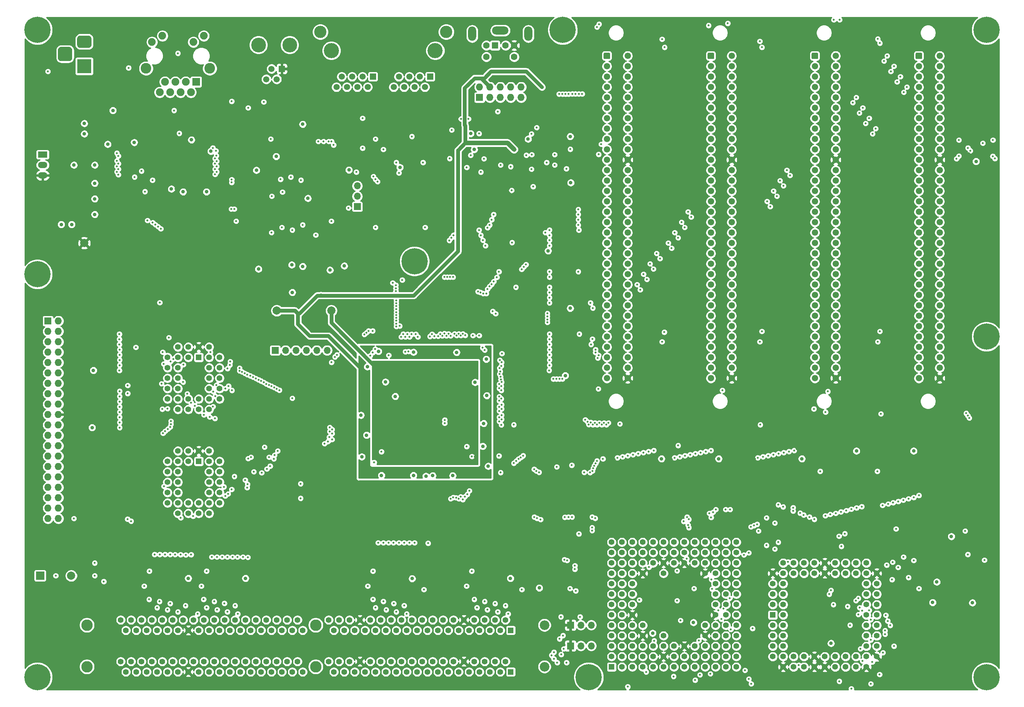
<source format=gbr>
G04 #@! TF.GenerationSoftware,KiCad,Pcbnew,5.1.5+dfsg1-2build2*
G04 #@! TF.CreationDate,2021-11-04T14:18:05+00:00*
G04 #@! TF.ProjectId,MAXI030,4d415849-3033-4302-9e6b-696361645f70,rev?*
G04 #@! TF.SameCoordinates,Original*
G04 #@! TF.FileFunction,Copper,L2,Inr*
G04 #@! TF.FilePolarity,Positive*
%FSLAX46Y46*%
G04 Gerber Fmt 4.6, Leading zero omitted, Abs format (unit mm)*
G04 Created by KiCad (PCBNEW 5.1.5+dfsg1-2build2) date 2021-11-04 14:18:05*
%MOMM*%
%LPD*%
G04 APERTURE LIST*
%ADD10C,1.397000*%
%ADD11C,2.336800*%
%ADD12R,1.397000X1.397000*%
%ADD13C,2.794000*%
%ADD14C,3.600000*%
%ADD15C,1.520000*%
%ADD16R,1.520000X1.520000*%
%ADD17C,6.400000*%
%ADD18C,2.000000*%
%ADD19O,1.700000X1.700000*%
%ADD20R,1.700000X1.700000*%
%ADD21C,1.550000*%
%ADD22C,0.100000*%
%ADD23R,1.900000X1.900000*%
%ADD24C,1.900000*%
%ADD25C,1.890000*%
%ADD26C,2.600000*%
%ADD27C,1.422400*%
%ADD28R,1.422400X1.422400*%
%ADD29O,2.300000X1.500000*%
%ADD30R,2.300000X1.500000*%
%ADD31R,2.000000X2.000000*%
%ADD32R,1.727200X1.727200*%
%ADD33O,1.727200X1.727200*%
%ADD34O,2.000000X3.500000*%
%ADD35R,1.600000X1.600000*%
%ADD36C,1.600000*%
%ADD37O,4.000000X2.000000*%
%ADD38C,3.000000*%
%ADD39C,1.501140*%
%ADD40R,1.501140X1.501140*%
%ADD41C,3.700000*%
%ADD42R,3.500000X3.500000*%
%ADD43C,0.914400*%
%ADD44C,0.508000*%
%ADD45C,0.914400*%
%ADD46C,1.117600*%
%ADD47C,0.254000*%
G04 APERTURE END LIST*
D10*
X-50800000Y75565000D03*
X-49530000Y73025000D03*
X-48260000Y75565000D03*
X-46990000Y73025000D03*
X-45720000Y75565000D03*
X-44450000Y73025000D03*
X-43180000Y75565000D03*
X-41910000Y73025000D03*
X-40640000Y75565000D03*
X-39370000Y73025000D03*
X-38100000Y75565000D03*
X-36830000Y73025000D03*
X-35560000Y75565000D03*
X-34290000Y73025000D03*
X-33020000Y75565000D03*
X-31750000Y73025000D03*
X-30480000Y75565000D03*
X-29210000Y73025000D03*
X-27940000Y75565000D03*
X-26670000Y73025000D03*
X-25400000Y75565000D03*
X-24130000Y73025000D03*
X-22860000Y75565000D03*
X-21590000Y73025000D03*
X-20320000Y75565000D03*
X5080000Y75565000D03*
X6350000Y73025000D03*
X36830000Y73025000D03*
X-6350000Y73025000D03*
X0Y75565000D03*
X1270000Y73025000D03*
X25400000Y75565000D03*
X34290000Y73025000D03*
D11*
X52705000Y74295000D03*
D12*
X44450000Y73025000D03*
D10*
X43180000Y75565000D03*
X41910000Y73025000D03*
X40640000Y75565000D03*
X38100000Y75565000D03*
X-19050000Y73025000D03*
X-17780000Y75565000D03*
X-16510000Y73025000D03*
X-15240000Y75565000D03*
X-13970000Y73025000D03*
X-12700000Y75565000D03*
X-11430000Y73025000D03*
X-10160000Y75565000D03*
X-8890000Y73025000D03*
X-7620000Y75565000D03*
D13*
X-3175000Y74295000D03*
X-59055000Y74295000D03*
D10*
X10160000Y75565000D03*
X11430000Y73025000D03*
X26670000Y73025000D03*
X33020000Y75565000D03*
X31750000Y73025000D03*
X20320000Y75565000D03*
X21590000Y73025000D03*
X30480000Y75565000D03*
X17780000Y75565000D03*
X19050000Y73025000D03*
X29210000Y73025000D03*
X15240000Y75565000D03*
X16510000Y73025000D03*
X27940000Y75565000D03*
X12700000Y75565000D03*
X13970000Y73025000D03*
X7620000Y75565000D03*
X8890000Y73025000D03*
X22860000Y75565000D03*
X24130000Y73025000D03*
X2540000Y75565000D03*
X3810000Y73025000D03*
X35560000Y75565000D03*
X39370000Y73025000D03*
D14*
X-17145000Y216027000D03*
D15*
X-15240000Y207645000D03*
X-13970000Y210185000D03*
X-12700000Y207645000D03*
D16*
X-11430000Y210185000D03*
D14*
X-9525000Y216027000D03*
D17*
X20955000Y163195000D03*
X-71120000Y160020000D03*
D18*
X-59690000Y167640000D03*
D19*
X-381000Y141414500D03*
X-2921000Y141414500D03*
X-5461000Y141414500D03*
X-8001000Y141414500D03*
X-10541000Y141414500D03*
D20*
X-13081000Y141414500D03*
D21*
X73025000Y134620000D03*
X73025000Y137160000D03*
X73025000Y139700000D03*
X73025000Y142240000D03*
X73025000Y144780000D03*
X73025000Y147320000D03*
X73025000Y149860000D03*
X73025000Y152400000D03*
X73025000Y154940000D03*
X73025000Y157480000D03*
X73025000Y160020000D03*
X73025000Y162560000D03*
X73025000Y165100000D03*
X73025000Y167640000D03*
X73025000Y170180000D03*
X73025000Y172720000D03*
X73025000Y175260000D03*
X73025000Y177800000D03*
X73025000Y180340000D03*
X73025000Y182880000D03*
X73025000Y185420000D03*
X73025000Y187960000D03*
X73025000Y190500000D03*
X73025000Y193040000D03*
X73025000Y195580000D03*
X73025000Y198120000D03*
X73025000Y200660000D03*
X73025000Y203200000D03*
X73025000Y205740000D03*
X73025000Y208280000D03*
X73025000Y210820000D03*
X73025000Y213360000D03*
X67945000Y134620000D03*
X67945000Y137160000D03*
X67945000Y139700000D03*
X67945000Y142240000D03*
X67945000Y144780000D03*
X67945000Y147320000D03*
X67945000Y149860000D03*
X67945000Y152400000D03*
X67945000Y154940000D03*
X67945000Y157480000D03*
X67945000Y160020000D03*
X67945000Y162560000D03*
X67945000Y165100000D03*
X67945000Y167640000D03*
X67945000Y170180000D03*
X67945000Y172720000D03*
X67945000Y175260000D03*
X67945000Y177800000D03*
X67945000Y180340000D03*
X67945000Y182880000D03*
X67945000Y185420000D03*
X67945000Y187960000D03*
X67945000Y190500000D03*
X67945000Y193040000D03*
X67945000Y195580000D03*
X67945000Y198120000D03*
X67945000Y200660000D03*
X67945000Y203200000D03*
X67945000Y205740000D03*
X67945000Y208280000D03*
X67945000Y210820000D03*
G04 #@! TA.AperFunction,ViaPad*
D22*
G36*
X68494505Y214133796D02*
G01*
X68518773Y214130196D01*
X68542572Y214124235D01*
X68565671Y214115970D01*
X68587850Y214105480D01*
X68608893Y214092868D01*
X68628599Y214078253D01*
X68646777Y214061777D01*
X68663253Y214043599D01*
X68677868Y214023893D01*
X68690480Y214002850D01*
X68700970Y213980671D01*
X68709235Y213957572D01*
X68715196Y213933773D01*
X68718796Y213909505D01*
X68720000Y213885001D01*
X68720000Y212834999D01*
X68718796Y212810495D01*
X68715196Y212786227D01*
X68709235Y212762428D01*
X68700970Y212739329D01*
X68690480Y212717150D01*
X68677868Y212696107D01*
X68663253Y212676401D01*
X68646777Y212658223D01*
X68628599Y212641747D01*
X68608893Y212627132D01*
X68587850Y212614520D01*
X68565671Y212604030D01*
X68542572Y212595765D01*
X68518773Y212589804D01*
X68494505Y212586204D01*
X68470001Y212585000D01*
X67419999Y212585000D01*
X67395495Y212586204D01*
X67371227Y212589804D01*
X67347428Y212595765D01*
X67324329Y212604030D01*
X67302150Y212614520D01*
X67281107Y212627132D01*
X67261401Y212641747D01*
X67243223Y212658223D01*
X67226747Y212676401D01*
X67212132Y212696107D01*
X67199520Y212717150D01*
X67189030Y212739329D01*
X67180765Y212762428D01*
X67174804Y212786227D01*
X67171204Y212810495D01*
X67170000Y212834999D01*
X67170000Y213885001D01*
X67171204Y213909505D01*
X67174804Y213933773D01*
X67180765Y213957572D01*
X67189030Y213980671D01*
X67199520Y214002850D01*
X67212132Y214023893D01*
X67226747Y214043599D01*
X67243223Y214061777D01*
X67261401Y214078253D01*
X67281107Y214092868D01*
X67302150Y214105480D01*
X67324329Y214115970D01*
X67347428Y214124235D01*
X67371227Y214130196D01*
X67395495Y214133796D01*
X67419999Y214135000D01*
X68470001Y214135000D01*
X68494505Y214133796D01*
G37*
G04 #@! TD.AperFunction*
D10*
X39370000Y62865000D03*
X35560000Y65405000D03*
X3810000Y62865000D03*
X2540000Y65405000D03*
X24130000Y62865000D03*
X22860000Y65405000D03*
X8890000Y62865000D03*
X7620000Y65405000D03*
X13970000Y62865000D03*
X12700000Y65405000D03*
X27940000Y65405000D03*
X16510000Y62865000D03*
X15240000Y65405000D03*
X29210000Y62865000D03*
X19050000Y62865000D03*
X17780000Y65405000D03*
X30480000Y65405000D03*
X21590000Y62865000D03*
X20320000Y65405000D03*
X31750000Y62865000D03*
X33020000Y65405000D03*
X26670000Y62865000D03*
X11430000Y62865000D03*
X10160000Y65405000D03*
D13*
X-59055000Y64135000D03*
X-3175000Y64135000D03*
D10*
X-7620000Y65405000D03*
X-8890000Y62865000D03*
X-10160000Y65405000D03*
X-11430000Y62865000D03*
X-12700000Y65405000D03*
X-13970000Y62865000D03*
X-15240000Y65405000D03*
X-16510000Y62865000D03*
X-17780000Y65405000D03*
X-19050000Y62865000D03*
X38100000Y65405000D03*
X40640000Y65405000D03*
X41910000Y62865000D03*
X43180000Y65405000D03*
D12*
X44450000Y62865000D03*
D11*
X52705000Y64135000D03*
D10*
X34290000Y62865000D03*
X25400000Y65405000D03*
X1270000Y62865000D03*
X0Y65405000D03*
X-6350000Y62865000D03*
X36830000Y62865000D03*
X6350000Y62865000D03*
X5080000Y65405000D03*
X-20320000Y65405000D03*
X-21590000Y62865000D03*
X-22860000Y65405000D03*
X-24130000Y62865000D03*
X-25400000Y65405000D03*
X-26670000Y62865000D03*
X-27940000Y65405000D03*
X-29210000Y62865000D03*
X-30480000Y65405000D03*
X-31750000Y62865000D03*
X-33020000Y65405000D03*
X-34290000Y62865000D03*
X-35560000Y65405000D03*
X-36830000Y62865000D03*
X-38100000Y65405000D03*
X-39370000Y62865000D03*
X-40640000Y65405000D03*
X-41910000Y62865000D03*
X-43180000Y65405000D03*
X-44450000Y62865000D03*
X-45720000Y65405000D03*
X-46990000Y62865000D03*
X-48260000Y65405000D03*
X-49530000Y62865000D03*
X-50800000Y65405000D03*
D21*
X149225000Y134620000D03*
X149225000Y137160000D03*
X149225000Y139700000D03*
X149225000Y142240000D03*
X149225000Y144780000D03*
X149225000Y147320000D03*
X149225000Y149860000D03*
X149225000Y152400000D03*
X149225000Y154940000D03*
X149225000Y157480000D03*
X149225000Y160020000D03*
X149225000Y162560000D03*
X149225000Y165100000D03*
X149225000Y167640000D03*
X149225000Y170180000D03*
X149225000Y172720000D03*
X149225000Y175260000D03*
X149225000Y177800000D03*
X149225000Y180340000D03*
X149225000Y182880000D03*
X149225000Y185420000D03*
X149225000Y187960000D03*
X149225000Y190500000D03*
X149225000Y193040000D03*
X149225000Y195580000D03*
X149225000Y198120000D03*
X149225000Y200660000D03*
X149225000Y203200000D03*
X149225000Y205740000D03*
X149225000Y208280000D03*
X149225000Y210820000D03*
X149225000Y213360000D03*
X144145000Y134620000D03*
X144145000Y137160000D03*
X144145000Y139700000D03*
X144145000Y142240000D03*
X144145000Y144780000D03*
X144145000Y147320000D03*
X144145000Y149860000D03*
X144145000Y152400000D03*
X144145000Y154940000D03*
X144145000Y157480000D03*
X144145000Y160020000D03*
X144145000Y162560000D03*
X144145000Y165100000D03*
X144145000Y167640000D03*
X144145000Y170180000D03*
X144145000Y172720000D03*
X144145000Y175260000D03*
X144145000Y177800000D03*
X144145000Y180340000D03*
X144145000Y182880000D03*
X144145000Y185420000D03*
X144145000Y187960000D03*
X144145000Y190500000D03*
X144145000Y193040000D03*
X144145000Y195580000D03*
X144145000Y198120000D03*
X144145000Y200660000D03*
X144145000Y203200000D03*
X144145000Y205740000D03*
X144145000Y208280000D03*
X144145000Y210820000D03*
G04 #@! TA.AperFunction,ViaPad*
D22*
G36*
X144694505Y214133796D02*
G01*
X144718773Y214130196D01*
X144742572Y214124235D01*
X144765671Y214115970D01*
X144787850Y214105480D01*
X144808893Y214092868D01*
X144828599Y214078253D01*
X144846777Y214061777D01*
X144863253Y214043599D01*
X144877868Y214023893D01*
X144890480Y214002850D01*
X144900970Y213980671D01*
X144909235Y213957572D01*
X144915196Y213933773D01*
X144918796Y213909505D01*
X144920000Y213885001D01*
X144920000Y212834999D01*
X144918796Y212810495D01*
X144915196Y212786227D01*
X144909235Y212762428D01*
X144900970Y212739329D01*
X144890480Y212717150D01*
X144877868Y212696107D01*
X144863253Y212676401D01*
X144846777Y212658223D01*
X144828599Y212641747D01*
X144808893Y212627132D01*
X144787850Y212614520D01*
X144765671Y212604030D01*
X144742572Y212595765D01*
X144718773Y212589804D01*
X144694505Y212586204D01*
X144670001Y212585000D01*
X143619999Y212585000D01*
X143595495Y212586204D01*
X143571227Y212589804D01*
X143547428Y212595765D01*
X143524329Y212604030D01*
X143502150Y212614520D01*
X143481107Y212627132D01*
X143461401Y212641747D01*
X143443223Y212658223D01*
X143426747Y212676401D01*
X143412132Y212696107D01*
X143399520Y212717150D01*
X143389030Y212739329D01*
X143380765Y212762428D01*
X143374804Y212786227D01*
X143371204Y212810495D01*
X143370000Y212834999D01*
X143370000Y213885001D01*
X143371204Y213909505D01*
X143374804Y213933773D01*
X143380765Y213957572D01*
X143389030Y213980671D01*
X143399520Y214002850D01*
X143412132Y214023893D01*
X143426747Y214043599D01*
X143443223Y214061777D01*
X143461401Y214078253D01*
X143481107Y214092868D01*
X143502150Y214105480D01*
X143524329Y214115970D01*
X143547428Y214124235D01*
X143571227Y214130196D01*
X143595495Y214133796D01*
X143619999Y214135000D01*
X144670001Y214135000D01*
X144694505Y214133796D01*
G37*
G04 #@! TD.AperFunction*
D23*
X-32385000Y207010000D03*
D24*
X-33655000Y204470000D03*
X-34925000Y207010000D03*
X-36195000Y204470000D03*
X-37465000Y207010000D03*
X-38735000Y204470000D03*
X-40005000Y207010000D03*
X-41275000Y204470000D03*
D25*
X-43155000Y216730000D03*
X-40615000Y218250000D03*
X-33045000Y216730000D03*
X-30505000Y218250000D03*
D26*
X-29055000Y210300000D03*
X-44605000Y210300000D03*
D27*
X110998000Y76771500D03*
X110998000Y74231500D03*
X110998000Y71691500D03*
X110998000Y69151500D03*
X110998000Y79311500D03*
X110998000Y81851500D03*
X110998000Y84391500D03*
X110998000Y86931500D03*
D28*
X108458000Y76771500D03*
D27*
X108458000Y74231500D03*
X108458000Y71691500D03*
X108458000Y69151500D03*
X108458000Y66611500D03*
X108458000Y79311500D03*
X108458000Y81851500D03*
X108458000Y84391500D03*
X110998000Y66611500D03*
X113538000Y66611500D03*
X116078000Y66611500D03*
X118618000Y66611500D03*
X121158000Y66611500D03*
X123698000Y66611500D03*
X126238000Y66611500D03*
X128778000Y66611500D03*
X110998000Y64071500D03*
X113538000Y64071500D03*
X116078000Y64071500D03*
X118618000Y64071500D03*
X121158000Y64071500D03*
X123698000Y64071500D03*
X126238000Y64071500D03*
X128778000Y64071500D03*
X131318000Y64071500D03*
X131318000Y66611500D03*
X131318000Y69151500D03*
X131318000Y71691500D03*
X131318000Y74231500D03*
X131318000Y76771500D03*
X131318000Y79311500D03*
X131318000Y81851500D03*
X131318000Y84391500D03*
X131318000Y89471500D03*
X133858000Y66611500D03*
X133858000Y69151500D03*
X133858000Y71691500D03*
X133858000Y74231500D03*
X133858000Y76771500D03*
X133858000Y79311500D03*
X133858000Y81851500D03*
X133858000Y84391500D03*
X133858000Y86931500D03*
X131318000Y86931500D03*
X128778000Y86931500D03*
X126238000Y86931500D03*
X123698000Y86931500D03*
X121158000Y86931500D03*
X118618000Y86931500D03*
X116078000Y86931500D03*
X113538000Y86931500D03*
X108458000Y86931500D03*
X128778000Y89471500D03*
X126238000Y89471500D03*
X123698000Y89471500D03*
X121158000Y89471500D03*
X118618000Y89471500D03*
X116078000Y89471500D03*
X113538000Y89471500D03*
X110998000Y89471500D03*
D10*
X81788000Y86931500D03*
X81788000Y71691500D03*
X91948000Y74231500D03*
X76708000Y74231500D03*
X91948000Y71691500D03*
X76708000Y71691500D03*
X76708000Y86931500D03*
X91948000Y86931500D03*
X76708000Y94551500D03*
X76708000Y92011500D03*
X76708000Y89471500D03*
X79248000Y94551500D03*
X79248000Y92011500D03*
X79248000Y89471500D03*
X81788000Y94551500D03*
X81788000Y92011500D03*
X81788000Y89471500D03*
X84328000Y94551500D03*
X84328000Y92011500D03*
X84328000Y89471500D03*
X86868000Y94551500D03*
X86868000Y92011500D03*
X86868000Y89471500D03*
X89408000Y94551500D03*
X89408000Y92011500D03*
X89408000Y89471500D03*
X91948000Y94551500D03*
X91948000Y92011500D03*
X91948000Y89471500D03*
X94488000Y94551500D03*
X94488000Y92011500D03*
X94488000Y89471500D03*
X94488000Y86931500D03*
X94488000Y84391500D03*
X94488000Y81851500D03*
X94488000Y79311500D03*
X94488000Y76771500D03*
X94488000Y74231500D03*
X94488000Y71691500D03*
X97028000Y94551500D03*
X97028000Y92011500D03*
X97028000Y89471500D03*
X97028000Y86931500D03*
X97028000Y84391500D03*
X97028000Y81851500D03*
X97028000Y79311500D03*
X97028000Y76771500D03*
X97028000Y74231500D03*
X97028000Y71691500D03*
X99568000Y94551500D03*
X99568000Y92011500D03*
X99568000Y89471500D03*
X99568000Y86931500D03*
X99568000Y84391500D03*
X99568000Y81851500D03*
X99568000Y79311500D03*
X99568000Y76771500D03*
X99568000Y74231500D03*
X99568000Y71691500D03*
X69088000Y94551500D03*
X69088000Y92011500D03*
X69088000Y89471500D03*
X69088000Y86931500D03*
X69088000Y84391500D03*
X69088000Y81851500D03*
X69088000Y79311500D03*
X69088000Y76771500D03*
X69088000Y74231500D03*
X69088000Y71691500D03*
X69088000Y69151500D03*
X69088000Y66611500D03*
D12*
X69088000Y64071500D03*
D10*
X71628000Y94551500D03*
X71628000Y92011500D03*
X71628000Y89471500D03*
X71628000Y86931500D03*
X71628000Y84391500D03*
X71628000Y81851500D03*
X71628000Y79311500D03*
X71628000Y76771500D03*
X71628000Y74231500D03*
X71628000Y71691500D03*
X71628000Y69151500D03*
X71628000Y66611500D03*
X71628000Y64071500D03*
X74168000Y94551500D03*
X74168000Y92011500D03*
X74168000Y89471500D03*
X74168000Y86931500D03*
X74168000Y84391500D03*
X74168000Y81851500D03*
X74168000Y79311500D03*
X74168000Y76771500D03*
X74168000Y74231500D03*
X74168000Y71691500D03*
X74168000Y69151500D03*
X74168000Y66611500D03*
X74168000Y64071500D03*
X76708000Y69151500D03*
X76708000Y66611500D03*
X76708000Y64071500D03*
X79248000Y69151500D03*
X79248000Y66611500D03*
X79248000Y64071500D03*
X81788000Y69151500D03*
X81788000Y66611500D03*
X81788000Y64071500D03*
X84328000Y69151500D03*
X84328000Y66611500D03*
X84328000Y64071500D03*
X86868000Y69151500D03*
X86868000Y66611500D03*
X86868000Y64071500D03*
X89408000Y69151500D03*
X89408000Y66611500D03*
X89408000Y64071500D03*
X91948000Y69151500D03*
X91948000Y66611500D03*
X91948000Y64071500D03*
X94488000Y69151500D03*
X94488000Y66611500D03*
X94488000Y64071500D03*
X97028000Y69151500D03*
X97028000Y66611500D03*
X97028000Y64071500D03*
X99568000Y69151500D03*
X99568000Y66611500D03*
X99568000Y64071500D03*
D17*
X63500000Y61595000D03*
X160655000Y144780000D03*
X-71120000Y61595000D03*
X160655000Y219710000D03*
X160655000Y61595000D03*
X57150000Y219710000D03*
X-71120000Y219710000D03*
D18*
X635000Y151130000D03*
X-12700000Y151130000D03*
D29*
X-69850000Y184150000D03*
X-69850000Y186690000D03*
D30*
X-69850000Y189230000D03*
D27*
X-26670000Y139700000D03*
X-26670000Y137160000D03*
X-26670000Y134620000D03*
X-26670000Y132080000D03*
X-29210000Y137160000D03*
X-29210000Y134620000D03*
X-29210000Y132080000D03*
X-29210000Y129540000D03*
X-29210000Y127000000D03*
X-31750000Y127000000D03*
X-34290000Y127000000D03*
X-36830000Y127000000D03*
X-26670000Y129540000D03*
X-31750000Y129540000D03*
X-34290000Y129540000D03*
X-36830000Y129540000D03*
X-39370000Y129540000D03*
X-39370000Y132080000D03*
X-39370000Y134620000D03*
X-39370000Y137160000D03*
X-39370000Y139700000D03*
X-36830000Y132080000D03*
X-36830000Y134620000D03*
X-36830000Y137160000D03*
X-36830000Y139700000D03*
X-29210000Y142240000D03*
X-31750000Y142240000D03*
X-36830000Y142240000D03*
X-34290000Y142240000D03*
X-29210000Y139700000D03*
X-34290000Y139700000D03*
D28*
X-31750000Y139700000D03*
D27*
X-26670000Y114300000D03*
X-26670000Y111760000D03*
X-26670000Y109220000D03*
X-26670000Y106680000D03*
X-29210000Y111760000D03*
X-29210000Y109220000D03*
X-29210000Y106680000D03*
X-29210000Y104140000D03*
X-29210000Y101600000D03*
X-31750000Y101600000D03*
X-34290000Y101600000D03*
X-36830000Y101600000D03*
X-26670000Y104140000D03*
X-31750000Y104140000D03*
X-34290000Y104140000D03*
X-36830000Y104140000D03*
X-39370000Y104140000D03*
X-39370000Y106680000D03*
X-39370000Y109220000D03*
X-39370000Y111760000D03*
X-39370000Y114300000D03*
X-36830000Y106680000D03*
X-36830000Y109220000D03*
X-36830000Y111760000D03*
X-36830000Y114300000D03*
X-29210000Y116840000D03*
X-31750000Y116840000D03*
X-36830000Y116840000D03*
X-34290000Y116840000D03*
X-29210000Y114300000D03*
X-34290000Y114300000D03*
D28*
X-31750000Y114300000D03*
D31*
X-70485000Y86360000D03*
D18*
X-62885000Y86360000D03*
D32*
X36830000Y203200000D03*
D33*
X36830000Y205740000D03*
X39370000Y203200000D03*
X39370000Y205740000D03*
X41910000Y203200000D03*
X41910000Y205740000D03*
X44450000Y203200000D03*
X44450000Y205740000D03*
X46990000Y203200000D03*
X46990000Y205740000D03*
D32*
X-68580000Y148590000D03*
D33*
X-66040000Y148590000D03*
X-68580000Y146050000D03*
X-66040000Y146050000D03*
X-68580000Y143510000D03*
X-66040000Y143510000D03*
X-68580000Y140970000D03*
X-66040000Y140970000D03*
X-68580000Y138430000D03*
X-66040000Y138430000D03*
X-68580000Y135890000D03*
X-66040000Y135890000D03*
X-68580000Y133350000D03*
X-66040000Y133350000D03*
X-68580000Y130810000D03*
X-66040000Y130810000D03*
X-68580000Y128270000D03*
X-66040000Y128270000D03*
X-68580000Y125730000D03*
X-66040000Y125730000D03*
X-68580000Y123190000D03*
X-66040000Y123190000D03*
X-68580000Y120650000D03*
X-66040000Y120650000D03*
X-68580000Y118110000D03*
X-66040000Y118110000D03*
X-68580000Y115570000D03*
X-66040000Y115570000D03*
X-68580000Y113030000D03*
X-66040000Y113030000D03*
X-68580000Y110490000D03*
X-66040000Y110490000D03*
X-68580000Y107950000D03*
X-66040000Y107950000D03*
X-68580000Y105410000D03*
X-66040000Y105410000D03*
X-68580000Y102870000D03*
X-66040000Y102870000D03*
X-68580000Y100330000D03*
X-66040000Y100330000D03*
D19*
X6985000Y181610000D03*
X6985000Y179070000D03*
D20*
X6985000Y176530000D03*
D21*
X123825000Y134620000D03*
X123825000Y137160000D03*
X123825000Y139700000D03*
X123825000Y142240000D03*
X123825000Y144780000D03*
X123825000Y147320000D03*
X123825000Y149860000D03*
X123825000Y152400000D03*
X123825000Y154940000D03*
X123825000Y157480000D03*
X123825000Y160020000D03*
X123825000Y162560000D03*
X123825000Y165100000D03*
X123825000Y167640000D03*
X123825000Y170180000D03*
X123825000Y172720000D03*
X123825000Y175260000D03*
X123825000Y177800000D03*
X123825000Y180340000D03*
X123825000Y182880000D03*
X123825000Y185420000D03*
X123825000Y187960000D03*
X123825000Y190500000D03*
X123825000Y193040000D03*
X123825000Y195580000D03*
X123825000Y198120000D03*
X123825000Y200660000D03*
X123825000Y203200000D03*
X123825000Y205740000D03*
X123825000Y208280000D03*
X123825000Y210820000D03*
X123825000Y213360000D03*
X118745000Y134620000D03*
X118745000Y137160000D03*
X118745000Y139700000D03*
X118745000Y142240000D03*
X118745000Y144780000D03*
X118745000Y147320000D03*
X118745000Y149860000D03*
X118745000Y152400000D03*
X118745000Y154940000D03*
X118745000Y157480000D03*
X118745000Y160020000D03*
X118745000Y162560000D03*
X118745000Y165100000D03*
X118745000Y167640000D03*
X118745000Y170180000D03*
X118745000Y172720000D03*
X118745000Y175260000D03*
X118745000Y177800000D03*
X118745000Y180340000D03*
X118745000Y182880000D03*
X118745000Y185420000D03*
X118745000Y187960000D03*
X118745000Y190500000D03*
X118745000Y193040000D03*
X118745000Y195580000D03*
X118745000Y198120000D03*
X118745000Y200660000D03*
X118745000Y203200000D03*
X118745000Y205740000D03*
X118745000Y208280000D03*
X118745000Y210820000D03*
G04 #@! TA.AperFunction,ViaPad*
D22*
G36*
X119294505Y214133796D02*
G01*
X119318773Y214130196D01*
X119342572Y214124235D01*
X119365671Y214115970D01*
X119387850Y214105480D01*
X119408893Y214092868D01*
X119428599Y214078253D01*
X119446777Y214061777D01*
X119463253Y214043599D01*
X119477868Y214023893D01*
X119490480Y214002850D01*
X119500970Y213980671D01*
X119509235Y213957572D01*
X119515196Y213933773D01*
X119518796Y213909505D01*
X119520000Y213885001D01*
X119520000Y212834999D01*
X119518796Y212810495D01*
X119515196Y212786227D01*
X119509235Y212762428D01*
X119500970Y212739329D01*
X119490480Y212717150D01*
X119477868Y212696107D01*
X119463253Y212676401D01*
X119446777Y212658223D01*
X119428599Y212641747D01*
X119408893Y212627132D01*
X119387850Y212614520D01*
X119365671Y212604030D01*
X119342572Y212595765D01*
X119318773Y212589804D01*
X119294505Y212586204D01*
X119270001Y212585000D01*
X118219999Y212585000D01*
X118195495Y212586204D01*
X118171227Y212589804D01*
X118147428Y212595765D01*
X118124329Y212604030D01*
X118102150Y212614520D01*
X118081107Y212627132D01*
X118061401Y212641747D01*
X118043223Y212658223D01*
X118026747Y212676401D01*
X118012132Y212696107D01*
X117999520Y212717150D01*
X117989030Y212739329D01*
X117980765Y212762428D01*
X117974804Y212786227D01*
X117971204Y212810495D01*
X117970000Y212834999D01*
X117970000Y213885001D01*
X117971204Y213909505D01*
X117974804Y213933773D01*
X117980765Y213957572D01*
X117989030Y213980671D01*
X117999520Y214002850D01*
X118012132Y214023893D01*
X118026747Y214043599D01*
X118043223Y214061777D01*
X118061401Y214078253D01*
X118081107Y214092868D01*
X118102150Y214105480D01*
X118124329Y214115970D01*
X118147428Y214124235D01*
X118171227Y214130196D01*
X118195495Y214133796D01*
X118219999Y214135000D01*
X119270001Y214135000D01*
X119294505Y214133796D01*
G37*
G04 #@! TD.AperFunction*
D21*
X98425000Y134620000D03*
X98425000Y137160000D03*
X98425000Y139700000D03*
X98425000Y142240000D03*
X98425000Y144780000D03*
X98425000Y147320000D03*
X98425000Y149860000D03*
X98425000Y152400000D03*
X98425000Y154940000D03*
X98425000Y157480000D03*
X98425000Y160020000D03*
X98425000Y162560000D03*
X98425000Y165100000D03*
X98425000Y167640000D03*
X98425000Y170180000D03*
X98425000Y172720000D03*
X98425000Y175260000D03*
X98425000Y177800000D03*
X98425000Y180340000D03*
X98425000Y182880000D03*
X98425000Y185420000D03*
X98425000Y187960000D03*
X98425000Y190500000D03*
X98425000Y193040000D03*
X98425000Y195580000D03*
X98425000Y198120000D03*
X98425000Y200660000D03*
X98425000Y203200000D03*
X98425000Y205740000D03*
X98425000Y208280000D03*
X98425000Y210820000D03*
X98425000Y213360000D03*
X93345000Y134620000D03*
X93345000Y137160000D03*
X93345000Y139700000D03*
X93345000Y142240000D03*
X93345000Y144780000D03*
X93345000Y147320000D03*
X93345000Y149860000D03*
X93345000Y152400000D03*
X93345000Y154940000D03*
X93345000Y157480000D03*
X93345000Y160020000D03*
X93345000Y162560000D03*
X93345000Y165100000D03*
X93345000Y167640000D03*
X93345000Y170180000D03*
X93345000Y172720000D03*
X93345000Y175260000D03*
X93345000Y177800000D03*
X93345000Y180340000D03*
X93345000Y182880000D03*
X93345000Y185420000D03*
X93345000Y187960000D03*
X93345000Y190500000D03*
X93345000Y193040000D03*
X93345000Y195580000D03*
X93345000Y198120000D03*
X93345000Y200660000D03*
X93345000Y203200000D03*
X93345000Y205740000D03*
X93345000Y208280000D03*
X93345000Y210820000D03*
G04 #@! TA.AperFunction,ViaPad*
D22*
G36*
X93894505Y214133796D02*
G01*
X93918773Y214130196D01*
X93942572Y214124235D01*
X93965671Y214115970D01*
X93987850Y214105480D01*
X94008893Y214092868D01*
X94028599Y214078253D01*
X94046777Y214061777D01*
X94063253Y214043599D01*
X94077868Y214023893D01*
X94090480Y214002850D01*
X94100970Y213980671D01*
X94109235Y213957572D01*
X94115196Y213933773D01*
X94118796Y213909505D01*
X94120000Y213885001D01*
X94120000Y212834999D01*
X94118796Y212810495D01*
X94115196Y212786227D01*
X94109235Y212762428D01*
X94100970Y212739329D01*
X94090480Y212717150D01*
X94077868Y212696107D01*
X94063253Y212676401D01*
X94046777Y212658223D01*
X94028599Y212641747D01*
X94008893Y212627132D01*
X93987850Y212614520D01*
X93965671Y212604030D01*
X93942572Y212595765D01*
X93918773Y212589804D01*
X93894505Y212586204D01*
X93870001Y212585000D01*
X92819999Y212585000D01*
X92795495Y212586204D01*
X92771227Y212589804D01*
X92747428Y212595765D01*
X92724329Y212604030D01*
X92702150Y212614520D01*
X92681107Y212627132D01*
X92661401Y212641747D01*
X92643223Y212658223D01*
X92626747Y212676401D01*
X92612132Y212696107D01*
X92599520Y212717150D01*
X92589030Y212739329D01*
X92580765Y212762428D01*
X92574804Y212786227D01*
X92571204Y212810495D01*
X92570000Y212834999D01*
X92570000Y213885001D01*
X92571204Y213909505D01*
X92574804Y213933773D01*
X92580765Y213957572D01*
X92589030Y213980671D01*
X92599520Y214002850D01*
X92612132Y214023893D01*
X92626747Y214043599D01*
X92643223Y214061777D01*
X92661401Y214078253D01*
X92681107Y214092868D01*
X92702150Y214105480D01*
X92724329Y214115970D01*
X92747428Y214124235D01*
X92771227Y214130196D01*
X92795495Y214133796D01*
X92819999Y214135000D01*
X93870001Y214135000D01*
X93894505Y214133796D01*
G37*
G04 #@! TD.AperFunction*
D34*
X48760000Y218750000D03*
X35060000Y218750000D03*
D35*
X40610000Y215900000D03*
D36*
X43210000Y215900000D03*
X38510000Y215900000D03*
X45310000Y215900000D03*
X38510000Y213100000D03*
X45310000Y213100000D03*
D37*
X41910000Y219550000D03*
D19*
X64135000Y74295000D03*
X61595000Y74295000D03*
D20*
X59055000Y74295000D03*
D19*
X64135000Y69215000D03*
X61595000Y69215000D03*
D20*
X59055000Y69215000D03*
D38*
X-2045000Y219200000D03*
D39*
X1905000Y205740000D03*
X3175000Y208280000D03*
X4445000Y205740000D03*
X5715000Y208280000D03*
X6985000Y205740000D03*
X8255000Y208280000D03*
X9525000Y205740000D03*
D40*
X10795000Y208280000D03*
D41*
X650000Y214630000D03*
X26020000Y214630000D03*
D40*
X24765000Y208280000D03*
D39*
X23495000Y205740000D03*
X22225000Y208280000D03*
X20955000Y205740000D03*
X19685000Y208280000D03*
X18415000Y205740000D03*
X17145000Y208280000D03*
X15875000Y205740000D03*
D38*
X28715000Y219200000D03*
G04 #@! TA.AperFunction,ViaPad*
D22*
G36*
X-63429235Y215565787D02*
G01*
X-63344296Y215553187D01*
X-63261001Y215532323D01*
X-63180152Y215503395D01*
X-63102528Y215466681D01*
X-63028876Y215422536D01*
X-62959906Y215371384D01*
X-62896282Y215313718D01*
X-62838616Y215250094D01*
X-62787464Y215181124D01*
X-62743319Y215107472D01*
X-62706605Y215029848D01*
X-62677677Y214948999D01*
X-62656813Y214865704D01*
X-62644213Y214780765D01*
X-62640000Y214695000D01*
X-62640000Y212945000D01*
X-62644213Y212859235D01*
X-62656813Y212774296D01*
X-62677677Y212691001D01*
X-62706605Y212610152D01*
X-62743319Y212532528D01*
X-62787464Y212458876D01*
X-62838616Y212389906D01*
X-62896282Y212326282D01*
X-62959906Y212268616D01*
X-63028876Y212217464D01*
X-63102528Y212173319D01*
X-63180152Y212136605D01*
X-63261001Y212107677D01*
X-63344296Y212086813D01*
X-63429235Y212074213D01*
X-63515000Y212070000D01*
X-65265000Y212070000D01*
X-65350765Y212074213D01*
X-65435704Y212086813D01*
X-65518999Y212107677D01*
X-65599848Y212136605D01*
X-65677472Y212173319D01*
X-65751124Y212217464D01*
X-65820094Y212268616D01*
X-65883718Y212326282D01*
X-65941384Y212389906D01*
X-65992536Y212458876D01*
X-66036681Y212532528D01*
X-66073395Y212610152D01*
X-66102323Y212691001D01*
X-66123187Y212774296D01*
X-66135787Y212859235D01*
X-66140000Y212945000D01*
X-66140000Y214695000D01*
X-66135787Y214780765D01*
X-66123187Y214865704D01*
X-66102323Y214948999D01*
X-66073395Y215029848D01*
X-66036681Y215107472D01*
X-65992536Y215181124D01*
X-65941384Y215250094D01*
X-65883718Y215313718D01*
X-65820094Y215371384D01*
X-65751124Y215422536D01*
X-65677472Y215466681D01*
X-65599848Y215503395D01*
X-65518999Y215532323D01*
X-65435704Y215553187D01*
X-65350765Y215565787D01*
X-65265000Y215570000D01*
X-63515000Y215570000D01*
X-63429235Y215565787D01*
G37*
G04 #@! TD.AperFunction*
G04 #@! TA.AperFunction,ViaPad*
G36*
X-58616487Y218316389D02*
G01*
X-58543682Y218305589D01*
X-58472286Y218287705D01*
X-58402987Y218262910D01*
X-58336452Y218231441D01*
X-58273322Y218193602D01*
X-58214205Y218149758D01*
X-58159670Y218100330D01*
X-58110242Y218045795D01*
X-58066398Y217986678D01*
X-58028559Y217923548D01*
X-57997090Y217857013D01*
X-57972295Y217787714D01*
X-57954411Y217716318D01*
X-57943611Y217643513D01*
X-57940000Y217570000D01*
X-57940000Y216070000D01*
X-57943611Y215996487D01*
X-57954411Y215923682D01*
X-57972295Y215852286D01*
X-57997090Y215782987D01*
X-58028559Y215716452D01*
X-58066398Y215653322D01*
X-58110242Y215594205D01*
X-58159670Y215539670D01*
X-58214205Y215490242D01*
X-58273322Y215446398D01*
X-58336452Y215408559D01*
X-58402987Y215377090D01*
X-58472286Y215352295D01*
X-58543682Y215334411D01*
X-58616487Y215323611D01*
X-58690000Y215320000D01*
X-60690000Y215320000D01*
X-60763513Y215323611D01*
X-60836318Y215334411D01*
X-60907714Y215352295D01*
X-60977013Y215377090D01*
X-61043548Y215408559D01*
X-61106678Y215446398D01*
X-61165795Y215490242D01*
X-61220330Y215539670D01*
X-61269758Y215594205D01*
X-61313602Y215653322D01*
X-61351441Y215716452D01*
X-61382910Y215782987D01*
X-61407705Y215852286D01*
X-61425589Y215923682D01*
X-61436389Y215996487D01*
X-61440000Y216070000D01*
X-61440000Y217570000D01*
X-61436389Y217643513D01*
X-61425589Y217716318D01*
X-61407705Y217787714D01*
X-61382910Y217857013D01*
X-61351441Y217923548D01*
X-61313602Y217986678D01*
X-61269758Y218045795D01*
X-61220330Y218100330D01*
X-61165795Y218149758D01*
X-61106678Y218193602D01*
X-61043548Y218231441D01*
X-60977013Y218262910D01*
X-60907714Y218287705D01*
X-60836318Y218305589D01*
X-60763513Y218316389D01*
X-60690000Y218320000D01*
X-58690000Y218320000D01*
X-58616487Y218316389D01*
G37*
G04 #@! TD.AperFunction*
D42*
X-59690000Y210820000D03*
D43*
X80518000Y117221000D03*
D44*
X69850000Y114808000D03*
X83820000Y114808000D03*
D43*
X114490500Y117411500D03*
D44*
X115570000Y74295000D03*
D43*
X122555000Y116840000D03*
X136525000Y116840000D03*
D44*
X104140000Y114935000D03*
D43*
X153797000Y90487500D03*
X149796500Y92456000D03*
D44*
X158877000Y91630500D03*
X-48895000Y218440000D03*
X-24765000Y218440000D03*
X33401000Y213360000D03*
X50292000Y213360000D03*
D43*
X-17145000Y156210000D03*
X61531500Y190309500D03*
D44*
X56578500Y184785000D03*
X61531500Y183451500D03*
D43*
X17399000Y183388000D03*
D44*
X-59690000Y100330000D03*
D43*
X-56769000Y148145500D03*
X-56832500Y133413500D03*
X-47561500Y188277500D03*
X-39116000Y193230500D03*
D44*
X-27813000Y181483000D03*
X-37147500Y198120000D03*
D43*
X-40449500Y115633500D03*
X10160000Y85725000D03*
X-30480000Y85725000D03*
X-44450000Y85725000D03*
D44*
X-48895000Y207200500D03*
X53911500Y146685000D03*
X23558500Y174625000D03*
X62611000Y206502000D03*
X55562500Y206502000D03*
D43*
X-7620000Y192024000D03*
X-36512500Y182245000D03*
X-43624500Y180086000D03*
D44*
X157607000Y175133000D03*
X157607000Y157607000D03*
X157607000Y164973000D03*
X157607000Y167767000D03*
X157607000Y185293000D03*
X157607000Y177927000D03*
X157607000Y203073000D03*
X157607000Y195707000D03*
X157607000Y213233000D03*
X157607000Y205867000D03*
X79565500Y59436000D03*
X86550500Y59436000D03*
D43*
X58991500Y160655000D03*
X62039500Y202120500D03*
D44*
X159956500Y187579000D03*
D43*
X158115000Y193421000D03*
D44*
X153924000Y191452500D03*
X156337000Y189547500D03*
D43*
X60071000Y145796000D03*
D44*
X57086500Y177165000D03*
X57150000Y161925000D03*
X105918000Y66611500D03*
X83566000Y78867000D03*
X159766000Y189547500D03*
D43*
X117157500Y69850000D03*
D44*
X90424000Y60858400D03*
X-1905000Y199390000D03*
D43*
X62484000Y178308000D03*
D44*
X-37465000Y180848000D03*
D43*
X95250000Y117602000D03*
X-65405000Y177165000D03*
X-62865000Y177165000D03*
D44*
X-71755000Y209550000D03*
D43*
X-4762500Y155638500D03*
X-9398000Y153670000D03*
D44*
X69850000Y59944000D03*
X79121000Y80454500D03*
D43*
X34290000Y85725000D03*
X47307500Y85725000D03*
X49974500Y85725000D03*
D44*
X158877000Y83566000D03*
X158813500Y86360000D03*
X158880000Y88897000D03*
X6731000Y184975500D03*
X-57150000Y89471500D03*
X-62230000Y100330000D03*
X16510000Y187325000D03*
X20320000Y193675000D03*
X13335000Y190500000D03*
X17145000Y184785000D03*
X135636000Y212090000D03*
X137287000Y209550000D03*
X138811000Y207010000D03*
X140462000Y204470000D03*
X128016000Y201930000D03*
X129603500Y199390000D03*
X131127500Y196850000D03*
X132842000Y194310000D03*
X66040000Y221107000D03*
X156718000Y190182500D03*
X65532000Y220408500D03*
X156146500Y190881000D03*
X112649000Y184150000D03*
X111061500Y181610000D03*
X109474000Y179070000D03*
X107823000Y176530000D03*
X88519000Y173990000D03*
X86931500Y171450000D03*
X85344000Y168910000D03*
X83756500Y166370000D03*
X80899000Y163830000D03*
X79311500Y161290000D03*
X77724000Y158750000D03*
X76073000Y156210000D03*
X53403500Y148272500D03*
X59499500Y204089000D03*
X81978500Y145859500D03*
X82042000Y215455500D03*
X56261000Y204025500D03*
X81407000Y143510000D03*
X81407000Y217424000D03*
X136398000Y213360000D03*
X138049000Y210820000D03*
X139636500Y208280000D03*
X141224000Y205740000D03*
X128841500Y203200000D03*
X130429000Y200660000D03*
X132016500Y198120000D03*
X133604000Y195580000D03*
X64516000Y151765000D03*
X66548000Y191770000D03*
X63944500Y153035000D03*
X65913000Y189293500D03*
X111887000Y185420000D03*
X110236000Y182880000D03*
X108648500Y180340000D03*
X107061000Y177800000D03*
X87757000Y175260000D03*
X86169500Y172720000D03*
X84518500Y170180000D03*
X82931000Y167640000D03*
X80073500Y165100000D03*
X78486000Y162560000D03*
X76898500Y160020000D03*
X75311000Y157480000D03*
X153352500Y188214000D03*
X92773500Y220789500D03*
X153924000Y188912500D03*
X97472500Y221297500D03*
X53403500Y148971000D03*
X60261500Y204089000D03*
X105791000Y146050000D03*
X105791000Y215455500D03*
X57086500Y204025500D03*
X105283000Y143510000D03*
X105283000Y216916000D03*
X65913000Y140208000D03*
X65722500Y139573000D03*
X123380500Y222186500D03*
X162179000Y188849000D03*
X124777500Y222186500D03*
X162687000Y188277500D03*
X53403500Y149733000D03*
X61087000Y204089000D03*
X134620000Y146050000D03*
X134620000Y216471500D03*
X134112000Y143510000D03*
X57848500Y204025500D03*
X134112000Y217487500D03*
X65151000Y141605000D03*
X65151000Y140906500D03*
X53403500Y150431500D03*
X61912500Y204089000D03*
X58610500Y204025500D03*
X64389000Y144208500D03*
X64071500Y142875000D03*
X85915500Y75438000D03*
X-28321000Y190881000D03*
X-27559000Y190182500D03*
X112204500Y89725500D03*
X45720000Y156845000D03*
X58039000Y185801000D03*
X55181500Y186690000D03*
X-6858000Y108839000D03*
X-6858000Y105283000D03*
X45212000Y123253500D03*
X57594500Y90297000D03*
X41592500Y115633500D03*
X49911000Y181419500D03*
X53911500Y156845000D03*
X34137600Y197967600D03*
X12890500Y116649500D03*
X33718500Y117919500D03*
X44450000Y186309000D03*
X29527500Y188277500D03*
X37592000Y142049500D03*
X49530000Y185674000D03*
X37147500Y184975500D03*
X11366500Y141732000D03*
X104965500Y97282000D03*
X28765500Y144970500D03*
X66992500Y114935000D03*
X68326000Y123698000D03*
X51752500Y100076000D03*
X103505000Y73469500D03*
X47498000Y115697000D03*
X58991500Y190563500D03*
X47117000Y161226500D03*
X55181500Y189230000D03*
X53213000Y187325000D03*
X16510000Y152209500D03*
X-45085000Y83820000D03*
X-31115000Y83820000D03*
X9525000Y83820000D03*
X33655000Y83820000D03*
X27749500Y144970500D03*
X159766000Y192024000D03*
X156083000Y125476000D03*
X162242500Y192786000D03*
X156464000Y124904500D03*
X28257500Y145542000D03*
X156083000Y91567000D03*
X160147000Y90170000D03*
X155702000Y126047500D03*
X25781000Y144907000D03*
X25245000Y145387000D03*
X40767000Y150368000D03*
X-29083000Y125158500D03*
X-40259000Y108204000D03*
X118491000Y127127000D03*
X-8890000Y129730500D03*
X-49085500Y130873500D03*
X133985000Y111887000D03*
X120015000Y111887000D03*
X41592500Y160655000D03*
X28321000Y124409200D03*
X53911500Y160655000D03*
X40068500Y150939500D03*
X-27813000Y124777500D03*
X-40538400Y140970000D03*
X41084500Y159258000D03*
X28321000Y123634500D03*
X24745000Y144823500D03*
X53911500Y159321500D03*
X111125000Y116459000D03*
X41719500Y137096500D03*
X-24130000Y137858500D03*
X-1270000Y192468500D03*
X-42989500Y172656500D03*
X126047500Y96647000D03*
X-25273000Y105854500D03*
X-38608000Y138684000D03*
X-40322500Y138112500D03*
X-41656000Y171640500D03*
X698500Y192468500D03*
X108585000Y115951000D03*
X-23685500Y107442000D03*
X41719500Y135636000D03*
X-21780500Y136398000D03*
X124650500Y96012000D03*
X125222000Y93535500D03*
X109855000Y116205000D03*
X41910000Y136271000D03*
X-35496500Y137922000D03*
X-24701500Y136969500D03*
X-25590500Y108077000D03*
X-42354500Y172148500D03*
X0Y192468500D03*
X-21780500Y137096500D03*
X132397500Y59944000D03*
X103187500Y59944000D03*
X58547000Y100711000D03*
X84220050Y61766450D03*
X63817500Y111569500D03*
X50736500Y111950500D03*
X33337500Y145097500D03*
X104648000Y98933000D03*
X64008000Y123825000D03*
X134556500Y62230000D03*
X102616000Y61150500D03*
X64516000Y123253500D03*
X103886000Y98615500D03*
X32766000Y145478500D03*
X57658000Y100647500D03*
X64389000Y111950500D03*
X50165000Y112395000D03*
X58229500Y90106500D03*
X87439500Y90487500D03*
X61404500Y76327000D03*
X56769000Y67119500D03*
X56705500Y76327000D03*
X41783000Y139001500D03*
X63500000Y123317000D03*
X65087500Y100393500D03*
X87947500Y100139500D03*
X31750000Y145478500D03*
X65532000Y123253500D03*
X78232000Y88455500D03*
X60134500Y88836500D03*
X64833500Y113220500D03*
X45783500Y114363500D03*
X64325500Y100711000D03*
X87503000Y100711000D03*
X63246000Y123952000D03*
X36766500Y145034000D03*
X35242500Y145034000D03*
X62420500Y111633000D03*
X86677500Y99631500D03*
X59436000Y100711000D03*
X62674500Y124460000D03*
X51371500Y111633000D03*
X55689500Y112966500D03*
X41973500Y111569500D03*
X30035500Y195262500D03*
X41973500Y186690000D03*
X114808000Y64516000D03*
X113665000Y116967000D03*
X-3175000Y169608500D03*
X42227500Y138493500D03*
X44767500Y167767000D03*
X127635000Y58737500D03*
X112395000Y116713000D03*
X42164000Y137604500D03*
X-24066500Y138684000D03*
X-2540000Y192468500D03*
X-44259500Y173164500D03*
X-24574500Y106362500D03*
X-37973000Y139319000D03*
X73025000Y59245500D03*
X-8890000Y170815000D03*
X29972000Y168910000D03*
X-13906500Y179070000D03*
X11938000Y182626000D03*
X57404000Y68516500D03*
X14668500Y140208000D03*
X53911500Y155575000D03*
X121285000Y101028500D03*
X122237500Y81851500D03*
X132016500Y77914500D03*
X-42545000Y91567000D03*
X254000Y122618500D03*
X-51117500Y145415000D03*
X-39370000Y127190500D03*
X-27749500Y184404000D03*
X135890000Y72961500D03*
X-41275000Y91567000D03*
X122491500Y101346000D03*
X122682000Y82804000D03*
X825500Y122110500D03*
X-40640000Y127063500D03*
X-51117500Y144145000D03*
X-27368500Y185039000D03*
X129857500Y68516500D03*
X-40005000Y91567000D03*
X123825000Y101600000D03*
X123253500Y79311500D03*
X254000Y121602500D03*
X-51117500Y142875000D03*
X-27749500Y185674000D03*
X-38544500Y124142500D03*
X23050500Y187325000D03*
X-11747500Y183197500D03*
X132778500Y65278000D03*
X130175000Y103251000D03*
X137160000Y74231500D03*
X-33591500Y91503500D03*
X-51117500Y136525000D03*
X-27432000Y188976000D03*
X-1013000Y118615000D03*
X-40449500Y121158000D03*
X132397500Y70675500D03*
X-34925000Y91440000D03*
X128905000Y102933500D03*
X136525000Y75311000D03*
X-51054000Y137795000D03*
X-190500Y119126000D03*
X-27749500Y188277500D03*
X-39941500Y121666000D03*
X-36195000Y91503500D03*
X127635000Y102616000D03*
X136080500Y76708000D03*
X825500Y119634000D03*
X-27368500Y187642500D03*
X-51054000Y139065000D03*
X135382000Y67564000D03*
X-39306500Y122174000D03*
X130365500Y65532000D03*
X-37528500Y91535250D03*
X126428500Y102298500D03*
X129349500Y76898500D03*
X-51054000Y140335000D03*
X-27749500Y187007500D03*
X-38735000Y122682000D03*
X127000Y120205500D03*
X135890000Y72072500D03*
X-38735000Y91567000D03*
X125095000Y101981000D03*
X126746000Y78867000D03*
X825500Y121094500D03*
X-27368500Y186372500D03*
X-51054000Y141605000D03*
X-38544500Y123380500D03*
X132397500Y75628500D03*
X144145000Y105981500D03*
X144145000Y83248500D03*
X-51752500Y189611000D03*
X-51054000Y122555000D03*
X33845500Y106235500D03*
X129667000Y78549500D03*
X142875000Y105473500D03*
X142875000Y90106500D03*
X-51054000Y123825000D03*
X-51371500Y188912500D03*
X33274000Y105664000D03*
X130302000Y77851000D03*
X32766000Y104965500D03*
X141605000Y105156000D03*
X141605000Y85915500D03*
X-51054000Y125095000D03*
X-51752500Y187706000D03*
X129349500Y80835500D03*
X140335000Y104838500D03*
X140398500Y90932000D03*
X-51054000Y126365000D03*
X-51371500Y187007500D03*
X32245000Y105664000D03*
X128778000Y80264000D03*
X31750000Y105156000D03*
X139128500Y104521000D03*
X-33147000Y100901500D03*
X-51054000Y127635000D03*
X-51752500Y186372500D03*
X139065000Y88392000D03*
X137858500Y104203500D03*
X-36131500Y100520500D03*
X-51054000Y128905000D03*
X102616000Y91948000D03*
X137731500Y89662000D03*
X-51371500Y185674000D03*
X31115000Y105410000D03*
X98234500Y73279000D03*
X127317500Y74295000D03*
X136652000Y103886000D03*
X137604500Y85407500D03*
X-51054000Y130175000D03*
X-51752500Y185039000D03*
X30416500Y105473500D03*
X29781500Y105156000D03*
X135255000Y103568500D03*
X-51054000Y131445000D03*
X136271000Y88963500D03*
X-51371500Y184340500D03*
X101409500Y91440000D03*
X-19748500Y90868500D03*
X118618000Y100139500D03*
X-20955000Y90932000D03*
X117411500Y100711000D03*
X-22288500Y90932000D03*
X116014500Y101219000D03*
X-23495000Y90932000D03*
X115125500Y101663500D03*
X-24765000Y90932000D03*
X113411000Y102171500D03*
X-26035000Y90932000D03*
X113411000Y102997000D03*
X-27305000Y90932000D03*
X110998000Y103187500D03*
X109791500Y94551500D03*
X-28575000Y90932000D03*
X109791500Y103695500D03*
X20955000Y94424500D03*
X93408500Y100584000D03*
X93472000Y85471000D03*
X97967800Y80848200D03*
X19685000Y94424500D03*
X98044000Y102552500D03*
X18415000Y94424500D03*
X92964000Y101600000D03*
X93662500Y83121500D03*
X95123000Y77914500D03*
X17145000Y94424500D03*
X93853000Y101854000D03*
X96456500Y78295500D03*
X15811500Y94424500D03*
X96964500Y102552500D03*
X95885000Y75755500D03*
X14605000Y94424500D03*
X94551500Y102552500D03*
X108966000Y92900500D03*
X108966000Y99250500D03*
X13335000Y94424500D03*
X106934000Y93789500D03*
X106934000Y100520500D03*
X12065000Y94424500D03*
X70485000Y115189000D03*
X42164000Y123190000D03*
X71755000Y115443000D03*
X41656000Y124079000D03*
X73025000Y115697000D03*
X42227500Y124587000D03*
X74295000Y115951000D03*
X41656000Y125095000D03*
X75565000Y116205000D03*
X42227500Y125603000D03*
X-30480000Y125666500D03*
X-13398500Y114935000D03*
X-12065000Y131699000D03*
X76835000Y116459000D03*
X41656000Y126619000D03*
X-28257500Y127698500D03*
X-12446000Y116840000D03*
X-12700000Y132016500D03*
X78105000Y116713000D03*
X42227500Y127127000D03*
X-13335000Y132334000D03*
X-13208000Y115824000D03*
X-32702500Y127889000D03*
X79375000Y116967000D03*
X-33591500Y128587500D03*
X-14287500Y113157000D03*
X41656000Y127635000D03*
X-13970000Y132651500D03*
X84455000Y115189000D03*
X-23622000Y131635500D03*
X-14541500Y115316000D03*
X-14605000Y132905500D03*
X42227500Y128143000D03*
X85725000Y115443000D03*
X41656000Y129095500D03*
X-15113000Y112458500D03*
X-15240000Y133223000D03*
X-27686000Y130238500D03*
X86995000Y115697000D03*
X42164000Y129603500D03*
X-15684500Y117792500D03*
X-15875000Y133604000D03*
X-34544000Y130810000D03*
X88265000Y115951000D03*
X41656000Y130111500D03*
X-16383000Y111506000D03*
X-16510000Y133921500D03*
X-24447500Y132715000D03*
X89535000Y116205000D03*
X42164000Y131635500D03*
X-25209500Y132080000D03*
X-19939000Y107886500D03*
X-17145000Y134239000D03*
X90805000Y116459000D03*
X41656000Y132143500D03*
X-19812000Y108712000D03*
X-17780000Y134556500D03*
X-28194000Y131318000D03*
X92075000Y116713000D03*
X42164000Y132651500D03*
X-27432000Y132905500D03*
X-18288000Y111760000D03*
X-18478500Y134874000D03*
X93345000Y116967000D03*
X-18986500Y115316000D03*
X-40830500Y133286500D03*
X-19177000Y135191500D03*
X41656000Y133159500D03*
X104775000Y115189000D03*
X-35560000Y133667500D03*
X-19685000Y114998500D03*
X42227500Y133667500D03*
X-19875500Y135509000D03*
X106045000Y115443000D03*
X-20383500Y109728000D03*
X42037000Y134302500D03*
X-20510500Y135826500D03*
X107315000Y115697000D03*
X-23050500Y110617000D03*
X1206500Y191579500D03*
X-41021000Y171132500D03*
X41973500Y135001000D03*
X-21145500Y136144000D03*
X93218000Y62420500D03*
X19494500Y141160500D03*
X58928000Y83248500D03*
X89217500Y83248500D03*
X53911500Y153035000D03*
X18732500Y141097000D03*
X58102500Y65151000D03*
X124714000Y60579000D03*
X90678000Y62166500D03*
X53911500Y154305000D03*
D43*
X23749000Y110680500D03*
D44*
X77533500Y62865000D03*
X59372500Y113347500D03*
X34353500Y107124500D03*
X54419500Y66929000D03*
X-47117000Y142176500D03*
X-49085500Y132842000D03*
X1524000Y139827000D03*
X-43815000Y87503000D03*
X-29845000Y87503000D03*
X10795000Y87503000D03*
X34925000Y87503000D03*
X35560000Y80581500D03*
X10795000Y80581500D03*
X14033500Y78041500D03*
X38735000Y78041500D03*
X41275000Y77533500D03*
X16510000Y77533500D03*
X43815000Y77025500D03*
X19050000Y77025500D03*
X11430000Y78549500D03*
X36195000Y78549500D03*
X13335000Y80073500D03*
X38100000Y80073500D03*
X15875000Y79565500D03*
X40640000Y79565500D03*
X18415000Y79057500D03*
X43180000Y79057500D03*
X-34988500Y79057500D03*
X-22860000Y79057500D03*
X-38735000Y79565500D03*
X-25463500Y79629000D03*
X-41338500Y80073500D03*
X-27940000Y80073500D03*
X-43878500Y80581500D03*
X-30543500Y80581500D03*
X-32004000Y77025500D03*
X-22225000Y77025500D03*
X-36830000Y77533500D03*
X-24765000Y77533500D03*
X-39370000Y78041500D03*
X-27241500Y78041500D03*
X-29845000Y78549500D03*
X-41910000Y78549500D03*
X28257500Y159321500D03*
X15621000Y157924500D03*
X30353000Y159321500D03*
X16383000Y155892500D03*
X28956000Y159321500D03*
X16383000Y157353000D03*
X16383000Y156591000D03*
X29654500Y159321500D03*
X-47434500Y183769000D03*
X-44894500Y180213000D03*
X2032000Y140335000D03*
X-39052500Y144526000D03*
X635000Y172974000D03*
X-22606000Y172974000D03*
X-23685500Y182435500D03*
X-23812500Y175958500D03*
X52895500Y170180000D03*
X-6350000Y172085000D03*
X30480000Y169545000D03*
X-11430000Y171450000D03*
X11430000Y171450000D03*
X-13970000Y170180000D03*
X29464000Y168275000D03*
X-6794500Y183007000D03*
X11430000Y183197500D03*
X11430000Y193040000D03*
X-14160500Y193040000D03*
X79502000Y70485000D03*
D43*
X81280000Y114935000D03*
X95250000Y114935000D03*
D44*
X71120000Y123444000D03*
X85344000Y118173500D03*
D43*
X115570000Y114935000D03*
D44*
X105410000Y123253500D03*
D43*
X128905000Y116840000D03*
X142875000Y116840000D03*
X148526500Y84836000D03*
X152082500Y95948500D03*
X147510500Y79819500D03*
X157226000Y79756000D03*
D44*
X-19685000Y200660000D03*
X-36830000Y213995000D03*
D43*
X-17145000Y161290000D03*
X-8890000Y155575000D03*
X59118500Y182372000D03*
X17399000Y186118500D03*
D44*
X8255000Y190817500D03*
X-66675000Y86360000D03*
D43*
X-57467500Y136525000D03*
X-57785000Y122555000D03*
X-35560000Y180149500D03*
X-29845000Y180149500D03*
D44*
X-45720000Y185229500D03*
D43*
X-47498000Y192214500D03*
D44*
X-36512500Y194437000D03*
X-37782500Y200025000D03*
D43*
X-33528000Y192849500D03*
D44*
X-57150000Y86360000D03*
D43*
X-20320000Y85725000D03*
X-34290000Y85725000D03*
X57785000Y135255000D03*
D44*
X61214000Y145415000D03*
X-43053000Y183007000D03*
D43*
X-12830000Y188785500D03*
X-17653000Y185420000D03*
X4953000Y185483500D03*
X-5080000Y178562000D03*
X-6350000Y196659500D03*
D44*
X23558500Y171450000D03*
D43*
X-28765500Y190055500D03*
X58991500Y151701500D03*
D44*
X60960000Y160655000D03*
D43*
X58991500Y193675000D03*
X158115000Y187579000D03*
D44*
X153924000Y192786000D03*
X60960000Y175831500D03*
D43*
X38947000Y113115000D03*
X38481000Y139255500D03*
X12890500Y110871000D03*
X20701000Y110871000D03*
X25400000Y110807500D03*
X30289500Y110807500D03*
X37846000Y123571000D03*
X38608000Y130365500D03*
X37655500Y117983000D03*
X35750500Y133604000D03*
X31242000Y140919200D03*
X20726400Y140970000D03*
X12141200Y141173200D03*
X8077200Y115417600D03*
X9245600Y120700800D03*
X7874000Y125577600D03*
X13868400Y133705600D03*
X9448800Y137414000D03*
X-59690000Y196850000D03*
X-65311000Y172179000D03*
X16256000Y130175000D03*
X122682000Y69850000D03*
D44*
X44672500Y180499000D03*
D43*
X34671000Y194373500D03*
X48704500Y193040000D03*
X317500Y161036000D03*
X20383500Y85661500D03*
X-38417500Y180848000D03*
X53594000Y165735000D03*
X-59690000Y194310000D03*
X-62771000Y172179000D03*
X-52705000Y200025000D03*
D44*
X-68580000Y209550000D03*
D43*
X-57150000Y174625000D03*
X-57150000Y178435000D03*
X-57150000Y182245000D03*
X-57150000Y186690000D03*
X-62230000Y186690000D03*
X-53975000Y191770000D03*
X-9017000Y162306000D03*
X89090500Y74930000D03*
X79121000Y72326500D03*
X44386500Y85725000D03*
X51435000Y83375500D03*
D44*
X8255000Y198120000D03*
D43*
X8382000Y138226800D03*
X-6350000Y161925000D03*
X35560000Y190500000D03*
X31623000Y190373000D03*
X17589500Y110871000D03*
X34099500Y110871000D03*
X37782500Y120777000D03*
X38481000Y133540500D03*
X34188400Y141020800D03*
X26720800Y140919200D03*
X17272000Y140970000D03*
X7975600Y122631200D03*
X8077200Y133604000D03*
X8191500Y113601500D03*
X45275500Y190500000D03*
X8128000Y111887000D03*
X9334500Y141884400D03*
D44*
X52070000Y205740000D03*
D43*
X-1905000Y154876500D03*
X3810000Y162052000D03*
X27432000Y114046000D03*
X21272500Y114554000D03*
X14795500Y114554000D03*
X35877500Y115379500D03*
X35560000Y130429000D03*
X35496500Y124523500D03*
X35763200Y137820400D03*
X11684000Y119532400D03*
X15748000Y137769600D03*
X12890500Y130365500D03*
D44*
X-23685500Y202247500D03*
X-15875000Y202120500D03*
X-48895000Y210439000D03*
X42291000Y140652500D03*
X10160000Y140144500D03*
X41275000Y199771000D03*
X10769600Y140868400D03*
X38100000Y141478000D03*
X11112500Y114046000D03*
X49530000Y194310000D03*
X36703000Y194373500D03*
X34988500Y115506500D03*
X37909500Y188214000D03*
X49593500Y189230000D03*
X33718500Y186118500D03*
X34671000Y189103000D03*
X48260000Y189103000D03*
X75882500Y80454500D03*
X60325000Y82677000D03*
X54991000Y66040000D03*
X54991000Y67691000D03*
X55816500Y65151000D03*
X57213500Y71755000D03*
X90424000Y70548500D03*
X56388000Y70929500D03*
X23241000Y82994500D03*
X47180500Y82994500D03*
X85090000Y87566500D03*
X65024000Y123698000D03*
X32258000Y145034000D03*
X85090000Y80264000D03*
X60134500Y87947500D03*
X64579500Y112585500D03*
X45212000Y113855500D03*
X66675000Y123253500D03*
X30734000Y145478500D03*
X87947500Y98107500D03*
X89509600Y60858400D03*
X50863500Y100393500D03*
X65532000Y114427000D03*
X46926500Y115252500D03*
X31242000Y145034000D03*
X66103500Y123698000D03*
X87757000Y98742500D03*
X50228500Y100711000D03*
X65214500Y113792000D03*
X46355000Y114871500D03*
X29273500Y145478500D03*
X67818000Y123253500D03*
X138049000Y69151500D03*
X138557000Y97790000D03*
X64325500Y97409000D03*
X27241500Y145415000D03*
X134874000Y125920500D03*
X26733500Y144907000D03*
X121348500Y126365000D03*
X53911500Y137795000D03*
X21272500Y145351500D03*
X53911500Y140335000D03*
X19748500Y144716500D03*
X53911500Y142875000D03*
X18732500Y144716500D03*
X53911500Y145415000D03*
X17716500Y144716500D03*
X53848000Y136525000D03*
X21780500Y144716500D03*
X20256500Y145351500D03*
X53911500Y139065000D03*
X19240500Y145351500D03*
X53911500Y141605000D03*
X18224500Y145415000D03*
X53911500Y144145000D03*
X-48260000Y99695000D03*
X-54927500Y84963000D03*
X-49149000Y100203000D03*
X-28892500Y140970000D03*
X698500Y138493500D03*
X36703000Y170815000D03*
X36449000Y155765500D03*
X16510000Y148653500D03*
X53911500Y170815000D03*
X37147500Y169545000D03*
X16510000Y147955000D03*
X37084000Y155575000D03*
X53911500Y169545000D03*
X37655500Y168338500D03*
X16510000Y147256500D03*
X37719000Y155321000D03*
X53911500Y168338500D03*
X38290500Y167005000D03*
X17335500Y147383500D03*
X38481000Y155321000D03*
X53911500Y167005000D03*
X54864000Y134429500D03*
X55626000Y134429500D03*
X121920000Y131381500D03*
X56388000Y134429500D03*
X96139000Y131635500D03*
X57086500Y134429500D03*
X65849500Y132016500D03*
X61087000Y170815000D03*
X38798500Y156400500D03*
X38798500Y171386500D03*
X16510000Y149352000D03*
X39306500Y157035500D03*
X60960000Y172021500D03*
X39306500Y172021500D03*
X16510000Y150050500D03*
X39814500Y157543500D03*
X60960000Y173355000D03*
X39814500Y173355000D03*
X16510000Y150749000D03*
X40322500Y158242000D03*
X60960000Y174625000D03*
X40259000Y174625000D03*
X16510000Y151511000D03*
X47625000Y161798000D03*
X16510000Y152908000D03*
X48196500Y162369500D03*
X16510000Y153606500D03*
X-23685500Y183134000D03*
X-23050500Y175958500D03*
X29781500Y144970500D03*
X67246500Y123698000D03*
X64325500Y98107500D03*
X101663500Y63246000D03*
X103124000Y98298000D03*
X-9271000Y183769000D03*
X10922000Y183896000D03*
X24257000Y94297500D03*
X155448000Y97282000D03*
X61087000Y96583500D03*
X-11303000Y180086000D03*
X4826000Y176212500D03*
X50800000Y195834000D03*
X32308800Y197967600D03*
X10731500Y146177000D03*
X9715500Y146177000D03*
X9207500Y145732500D03*
X8699500Y145288000D03*
X17970500Y158623000D03*
X-41275000Y153098500D03*
D45*
X31623000Y190373000D02*
X33337500Y192087500D01*
X33210500Y196405500D02*
X33210500Y205486000D01*
X33210500Y205486000D02*
X35623500Y207899000D01*
X35623500Y207899000D02*
X37274500Y207899000D01*
X39370000Y205803500D02*
X37274500Y207899000D01*
X39370000Y205740000D02*
X39370000Y205803500D01*
X37973000Y207899000D02*
X37274500Y207899000D01*
X39624000Y209550000D02*
X37973000Y207899000D01*
X48260000Y209550000D02*
X39624000Y209550000D01*
D46*
X43688000Y192087500D02*
X45275500Y190500000D01*
X33337500Y192087500D02*
X43688000Y192087500D01*
D45*
X33337500Y196342000D02*
X33274000Y196405500D01*
X33337500Y192087500D02*
X33337500Y196342000D01*
X-7556500Y147815300D02*
X-7556500Y150495000D01*
X-4673600Y144932400D02*
X-7556500Y147815300D01*
X-88900Y144932400D02*
X-4673600Y144932400D01*
X8293100Y136550400D02*
X-88900Y144932400D01*
X48260000Y209550000D02*
X52070000Y205740000D01*
X-7620000Y150495000D02*
X-8255000Y151130000D01*
X-7112000Y150495000D02*
X-7620000Y150495000D01*
X-2794000Y154813000D02*
X-7112000Y150495000D01*
X-1968500Y154813000D02*
X-2794000Y154813000D01*
X31559500Y190309500D02*
X31623000Y190373000D01*
X-8255000Y151130000D02*
X-12700000Y151130000D01*
X31559500Y165608000D02*
X31559500Y190309500D01*
X-1905000Y154876500D02*
X-1968500Y154813000D01*
X20764500Y154813000D02*
X31559500Y165608000D01*
X-1841500Y154813000D02*
X20764500Y154813000D01*
X-1905000Y154876500D02*
X-1841500Y154813000D01*
X11023600Y137769600D02*
X15748000Y137769600D01*
X635000Y148158200D02*
X11023600Y137769600D01*
X635000Y151130000D02*
X635000Y148158200D01*
D47*
G36*
X36894215Y142422474D02*
G01*
X36834859Y142279176D01*
X36804600Y142127052D01*
X36804600Y141971948D01*
X36834859Y141819824D01*
X36894215Y141676526D01*
X36980386Y141547562D01*
X37090062Y141437886D01*
X37219026Y141351715D01*
X37331566Y141305099D01*
X37342859Y141248324D01*
X37402215Y141105026D01*
X37488386Y140976062D01*
X37598062Y140866386D01*
X37727026Y140780215D01*
X37870324Y140720859D01*
X38022448Y140690600D01*
X38177552Y140690600D01*
X38329676Y140720859D01*
X38472974Y140780215D01*
X38601938Y140866386D01*
X38711614Y140976062D01*
X38797785Y141105026D01*
X38857141Y141248324D01*
X38887400Y141400448D01*
X38887400Y141555552D01*
X38857141Y141707676D01*
X38797785Y141850974D01*
X38711614Y141979938D01*
X38601938Y142089614D01*
X38472974Y142175785D01*
X38360434Y142222401D01*
X38349141Y142279176D01*
X38289785Y142422474D01*
X38241993Y142494000D01*
X39624000Y142494000D01*
X39624000Y113838920D01*
X39578471Y113884449D01*
X39416225Y113992858D01*
X39235947Y114067532D01*
X39044566Y114105600D01*
X38849434Y114105600D01*
X38658053Y114067532D01*
X38477775Y113992858D01*
X38315529Y113884449D01*
X38177551Y113746471D01*
X38069142Y113584225D01*
X37994468Y113403947D01*
X37956400Y113212566D01*
X37956400Y113017434D01*
X37994468Y112826053D01*
X38069142Y112645775D01*
X38177551Y112483529D01*
X38315529Y112345551D01*
X38477775Y112237142D01*
X38658053Y112162468D01*
X38849434Y112124400D01*
X39044566Y112124400D01*
X39235947Y112162468D01*
X39416225Y112237142D01*
X39578471Y112345551D01*
X39624000Y112391080D01*
X39624000Y110236000D01*
X31099020Y110236000D01*
X31167358Y110338275D01*
X31242032Y110518553D01*
X31280100Y110709934D01*
X31280100Y110905066D01*
X31242032Y111096447D01*
X31167358Y111276725D01*
X31058949Y111438971D01*
X30920971Y111576949D01*
X30758725Y111685358D01*
X30578447Y111760032D01*
X30387066Y111798100D01*
X30191934Y111798100D01*
X30000553Y111760032D01*
X29820275Y111685358D01*
X29658029Y111576949D01*
X29520051Y111438971D01*
X29411642Y111276725D01*
X29336968Y111096447D01*
X29298900Y110905066D01*
X29298900Y110709934D01*
X29336968Y110518553D01*
X29411642Y110338275D01*
X29479980Y110236000D01*
X26209520Y110236000D01*
X26277858Y110338275D01*
X26352532Y110518553D01*
X26390600Y110709934D01*
X26390600Y110905066D01*
X26352532Y111096447D01*
X26277858Y111276725D01*
X26169449Y111438971D01*
X26031471Y111576949D01*
X25869225Y111685358D01*
X25688947Y111760032D01*
X25497566Y111798100D01*
X25302434Y111798100D01*
X25111053Y111760032D01*
X24930775Y111685358D01*
X24768529Y111576949D01*
X24630551Y111438971D01*
X24532071Y111291585D01*
X24518449Y111311971D01*
X24380471Y111449949D01*
X24218225Y111558358D01*
X24037947Y111633032D01*
X23846566Y111671100D01*
X23651434Y111671100D01*
X23460053Y111633032D01*
X23279775Y111558358D01*
X23117529Y111449949D01*
X22979551Y111311971D01*
X22871142Y111149725D01*
X22796468Y110969447D01*
X22758400Y110778066D01*
X22758400Y110582934D01*
X22796468Y110391553D01*
X22860901Y110236000D01*
X21466920Y110236000D01*
X21470449Y110239529D01*
X21578858Y110401775D01*
X21653532Y110582053D01*
X21691600Y110773434D01*
X21691600Y110968566D01*
X21653532Y111159947D01*
X21578858Y111340225D01*
X21470449Y111502471D01*
X21332471Y111640449D01*
X21170225Y111748858D01*
X20989947Y111823532D01*
X20798566Y111861600D01*
X20603434Y111861600D01*
X20412053Y111823532D01*
X20231775Y111748858D01*
X20069529Y111640449D01*
X19931551Y111502471D01*
X19823142Y111340225D01*
X19748468Y111159947D01*
X19710400Y110968566D01*
X19710400Y110773434D01*
X19748468Y110582053D01*
X19823142Y110401775D01*
X19931551Y110239529D01*
X19935080Y110236000D01*
X13656420Y110236000D01*
X13659949Y110239529D01*
X13768358Y110401775D01*
X13843032Y110582053D01*
X13881100Y110773434D01*
X13881100Y110968566D01*
X13843032Y111159947D01*
X13768358Y111340225D01*
X13659949Y111502471D01*
X13521971Y111640449D01*
X13359725Y111748858D01*
X13179447Y111823532D01*
X12988066Y111861600D01*
X12792934Y111861600D01*
X12601553Y111823532D01*
X12421275Y111748858D01*
X12259029Y111640449D01*
X12121051Y111502471D01*
X12012642Y111340225D01*
X11937968Y111159947D01*
X11899900Y110968566D01*
X11899900Y110773434D01*
X11937968Y110582053D01*
X12012642Y110401775D01*
X12121051Y110239529D01*
X12124580Y110236000D01*
X7366000Y110236000D01*
X7366000Y114727880D01*
X7445729Y114648151D01*
X7607975Y114539742D01*
X7788253Y114465068D01*
X7979634Y114427000D01*
X8174766Y114427000D01*
X8366147Y114465068D01*
X8546425Y114539742D01*
X8708671Y114648151D01*
X8846649Y114786129D01*
X8955058Y114948375D01*
X9029732Y115128653D01*
X9067800Y115320034D01*
X9067800Y115515166D01*
X9029732Y115706547D01*
X8955058Y115886825D01*
X8846649Y116049071D01*
X8708671Y116187049D01*
X8546425Y116295458D01*
X8366147Y116370132D01*
X8174766Y116408200D01*
X7979634Y116408200D01*
X7788253Y116370132D01*
X7607975Y116295458D01*
X7445729Y116187049D01*
X7366000Y116107320D01*
X7366000Y124725651D01*
X7404775Y124699742D01*
X7585053Y124625068D01*
X7776434Y124587000D01*
X7971566Y124587000D01*
X8162947Y124625068D01*
X8343225Y124699742D01*
X8505471Y124808151D01*
X8643449Y124946129D01*
X8751858Y125108375D01*
X8826532Y125288653D01*
X8864600Y125480034D01*
X8864600Y125675166D01*
X8826532Y125866547D01*
X8751858Y126046825D01*
X8643449Y126209071D01*
X8505471Y126347049D01*
X8343225Y126455458D01*
X8162947Y126530132D01*
X7971566Y126568200D01*
X7776434Y126568200D01*
X7585053Y126530132D01*
X7404775Y126455458D01*
X7366000Y126429549D01*
X7366000Y140026280D01*
X9065027Y138327253D01*
X8979575Y138291858D01*
X8817329Y138183449D01*
X8679351Y138045471D01*
X8570942Y137883225D01*
X8496268Y137702947D01*
X8458200Y137511566D01*
X8458200Y137316434D01*
X8496268Y137125053D01*
X8570942Y136944775D01*
X8679351Y136782529D01*
X8817329Y136644551D01*
X8979575Y136536142D01*
X9159853Y136461468D01*
X9351234Y136423400D01*
X9546366Y136423400D01*
X9737747Y136461468D01*
X9918025Y136536142D01*
X10007600Y136595994D01*
X10007600Y121339720D01*
X9877071Y121470249D01*
X9714825Y121578658D01*
X9534547Y121653332D01*
X9343166Y121691400D01*
X9148034Y121691400D01*
X8956653Y121653332D01*
X8776375Y121578658D01*
X8614129Y121470249D01*
X8476151Y121332271D01*
X8367742Y121170025D01*
X8293068Y120989747D01*
X8255000Y120798366D01*
X8255000Y120603234D01*
X8293068Y120411853D01*
X8367742Y120231575D01*
X8476151Y120069329D01*
X8614129Y119931351D01*
X8776375Y119822942D01*
X8956653Y119748268D01*
X9148034Y119710200D01*
X9343166Y119710200D01*
X9534547Y119748268D01*
X9714825Y119822942D01*
X9877071Y119931351D01*
X10007600Y120061880D01*
X10007600Y113411000D01*
X10017849Y113306939D01*
X10048203Y113206877D01*
X10097494Y113114659D01*
X10163829Y113033829D01*
X10244659Y112967494D01*
X10336877Y112918203D01*
X10436939Y112887849D01*
X10541000Y112877600D01*
X36512500Y112877600D01*
X36616561Y112887849D01*
X36716623Y112918203D01*
X36808841Y112967494D01*
X36889671Y113033829D01*
X36956006Y113114659D01*
X37005297Y113206877D01*
X37035651Y113306939D01*
X37045900Y113411000D01*
X37045900Y117198937D01*
X37186275Y117105142D01*
X37366553Y117030468D01*
X37557934Y116992400D01*
X37753066Y116992400D01*
X37944447Y117030468D01*
X38124725Y117105142D01*
X38286971Y117213551D01*
X38424949Y117351529D01*
X38533358Y117513775D01*
X38608032Y117694053D01*
X38646100Y117885434D01*
X38646100Y118080566D01*
X38608032Y118271947D01*
X38533358Y118452225D01*
X38424949Y118614471D01*
X38286971Y118752449D01*
X38124725Y118860858D01*
X37944447Y118935532D01*
X37753066Y118973600D01*
X37557934Y118973600D01*
X37366553Y118935532D01*
X37186275Y118860858D01*
X37045900Y118767063D01*
X37045900Y122985402D01*
X37076551Y122939529D01*
X37214529Y122801551D01*
X37376775Y122693142D01*
X37557053Y122618468D01*
X37748434Y122580400D01*
X37943566Y122580400D01*
X38134947Y122618468D01*
X38315225Y122693142D01*
X38477471Y122801551D01*
X38615449Y122939529D01*
X38723858Y123101775D01*
X38798532Y123282053D01*
X38836600Y123473434D01*
X38836600Y123668566D01*
X38798532Y123859947D01*
X38723858Y124040225D01*
X38615449Y124202471D01*
X38477471Y124340449D01*
X38315225Y124448858D01*
X38134947Y124523532D01*
X37943566Y124561600D01*
X37748434Y124561600D01*
X37557053Y124523532D01*
X37376775Y124448858D01*
X37214529Y124340449D01*
X37076551Y124202471D01*
X37045900Y124156598D01*
X37045900Y130463066D01*
X37617400Y130463066D01*
X37617400Y130267934D01*
X37655468Y130076553D01*
X37730142Y129896275D01*
X37838551Y129734029D01*
X37976529Y129596051D01*
X38138775Y129487642D01*
X38319053Y129412968D01*
X38510434Y129374900D01*
X38705566Y129374900D01*
X38896947Y129412968D01*
X39077225Y129487642D01*
X39239471Y129596051D01*
X39377449Y129734029D01*
X39485858Y129896275D01*
X39560532Y130076553D01*
X39598600Y130267934D01*
X39598600Y130463066D01*
X39560532Y130654447D01*
X39485858Y130834725D01*
X39377449Y130996971D01*
X39239471Y131134949D01*
X39077225Y131243358D01*
X38896947Y131318032D01*
X38705566Y131356100D01*
X38510434Y131356100D01*
X38319053Y131318032D01*
X38138775Y131243358D01*
X37976529Y131134949D01*
X37838551Y130996971D01*
X37730142Y130834725D01*
X37655468Y130654447D01*
X37617400Y130463066D01*
X37045900Y130463066D01*
X37045900Y138938000D01*
X37035651Y139042061D01*
X37005297Y139142123D01*
X36956006Y139234341D01*
X36889671Y139315171D01*
X36843496Y139353066D01*
X37490400Y139353066D01*
X37490400Y139157934D01*
X37528468Y138966553D01*
X37603142Y138786275D01*
X37711551Y138624029D01*
X37849529Y138486051D01*
X38011775Y138377642D01*
X38192053Y138302968D01*
X38383434Y138264900D01*
X38578566Y138264900D01*
X38769947Y138302968D01*
X38950225Y138377642D01*
X39112471Y138486051D01*
X39250449Y138624029D01*
X39358858Y138786275D01*
X39433532Y138966553D01*
X39471600Y139157934D01*
X39471600Y139353066D01*
X39433532Y139544447D01*
X39358858Y139724725D01*
X39250449Y139886971D01*
X39112471Y140024949D01*
X38950225Y140133358D01*
X38769947Y140208032D01*
X38578566Y140246100D01*
X38383434Y140246100D01*
X38192053Y140208032D01*
X38011775Y140133358D01*
X37849529Y140024949D01*
X37711551Y139886971D01*
X37603142Y139724725D01*
X37528468Y139544447D01*
X37490400Y139353066D01*
X36843496Y139353066D01*
X36808841Y139381506D01*
X36716623Y139430797D01*
X36616561Y139461151D01*
X36512500Y139471400D01*
X14947766Y139471400D01*
X15041474Y139510215D01*
X15170438Y139596386D01*
X15280114Y139706062D01*
X15366285Y139835026D01*
X15425641Y139978324D01*
X15455900Y140130448D01*
X15455900Y140285552D01*
X15425641Y140437676D01*
X15366285Y140580974D01*
X15280114Y140709938D01*
X15170438Y140819614D01*
X15041474Y140905785D01*
X14898176Y140965141D01*
X14746052Y140995400D01*
X14590948Y140995400D01*
X14438824Y140965141D01*
X14295526Y140905785D01*
X14166562Y140819614D01*
X14056886Y140709938D01*
X13970715Y140580974D01*
X13911359Y140437676D01*
X13881100Y140285552D01*
X13881100Y140130448D01*
X13911359Y139978324D01*
X13970715Y139835026D01*
X14056886Y139706062D01*
X14166562Y139596386D01*
X14295526Y139510215D01*
X14389234Y139471400D01*
X10722720Y139471400D01*
X10661516Y139532604D01*
X10661938Y139532886D01*
X10771614Y139642562D01*
X10857785Y139771526D01*
X10917141Y139914824D01*
X10947400Y140066948D01*
X10947400Y140100940D01*
X10999276Y140111259D01*
X11142574Y140170615D01*
X11271538Y140256786D01*
X11381214Y140366462D01*
X11447626Y140465854D01*
X11509729Y140403751D01*
X11671975Y140295342D01*
X11852253Y140220668D01*
X12043634Y140182600D01*
X12238766Y140182600D01*
X12430147Y140220668D01*
X12610425Y140295342D01*
X12772671Y140403751D01*
X12910649Y140541729D01*
X13019058Y140703975D01*
X13093732Y140884253D01*
X13131800Y141075634D01*
X13131800Y141174552D01*
X17945100Y141174552D01*
X17945100Y141019448D01*
X17975359Y140867324D01*
X18034715Y140724026D01*
X18120886Y140595062D01*
X18230562Y140485386D01*
X18359526Y140399215D01*
X18502824Y140339859D01*
X18654948Y140309600D01*
X18810052Y140309600D01*
X18962176Y140339859D01*
X19105474Y140399215D01*
X19170283Y140442519D01*
X19264824Y140403359D01*
X19416948Y140373100D01*
X19572052Y140373100D01*
X19724176Y140403359D01*
X19867474Y140462715D01*
X19871967Y140465717D01*
X19956951Y140338529D01*
X20094929Y140200551D01*
X20257175Y140092142D01*
X20437453Y140017468D01*
X20628834Y139979400D01*
X20823966Y139979400D01*
X21015347Y140017468D01*
X21195625Y140092142D01*
X21357871Y140200551D01*
X21495849Y140338529D01*
X21604258Y140500775D01*
X21678932Y140681053D01*
X21717000Y140872434D01*
X21717000Y141016766D01*
X30251400Y141016766D01*
X30251400Y140821634D01*
X30289468Y140630253D01*
X30364142Y140449975D01*
X30472551Y140287729D01*
X30610529Y140149751D01*
X30772775Y140041342D01*
X30953053Y139966668D01*
X31144434Y139928600D01*
X31339566Y139928600D01*
X31530947Y139966668D01*
X31711225Y140041342D01*
X31873471Y140149751D01*
X32011449Y140287729D01*
X32119858Y140449975D01*
X32194532Y140630253D01*
X32232600Y140821634D01*
X32232600Y141016766D01*
X32194532Y141208147D01*
X32119858Y141388425D01*
X32011449Y141550671D01*
X31873471Y141688649D01*
X31711225Y141797058D01*
X31530947Y141871732D01*
X31339566Y141909800D01*
X31144434Y141909800D01*
X30953053Y141871732D01*
X30772775Y141797058D01*
X30610529Y141688649D01*
X30472551Y141550671D01*
X30364142Y141388425D01*
X30289468Y141208147D01*
X30251400Y141016766D01*
X21717000Y141016766D01*
X21717000Y141067566D01*
X21678932Y141258947D01*
X21604258Y141439225D01*
X21495849Y141601471D01*
X21357871Y141739449D01*
X21195625Y141847858D01*
X21015347Y141922532D01*
X20823966Y141960600D01*
X20628834Y141960600D01*
X20437453Y141922532D01*
X20257175Y141847858D01*
X20094929Y141739449D01*
X20062016Y141706536D01*
X19996438Y141772114D01*
X19867474Y141858285D01*
X19724176Y141917641D01*
X19572052Y141947900D01*
X19416948Y141947900D01*
X19264824Y141917641D01*
X19121526Y141858285D01*
X19056717Y141814981D01*
X18962176Y141854141D01*
X18810052Y141884400D01*
X18654948Y141884400D01*
X18502824Y141854141D01*
X18359526Y141794785D01*
X18230562Y141708614D01*
X18120886Y141598938D01*
X18034715Y141469974D01*
X17975359Y141326676D01*
X17945100Y141174552D01*
X13131800Y141174552D01*
X13131800Y141270766D01*
X13093732Y141462147D01*
X13019058Y141642425D01*
X12910649Y141804671D01*
X12772671Y141942649D01*
X12610425Y142051058D01*
X12430147Y142125732D01*
X12238766Y142163800D01*
X12043634Y142163800D01*
X12027167Y142160525D01*
X11978114Y142233938D01*
X11868438Y142343614D01*
X11739474Y142429785D01*
X11596176Y142489141D01*
X11571748Y142494000D01*
X36942007Y142494000D01*
X36894215Y142422474D01*
G37*
X36894215Y142422474D02*
X36834859Y142279176D01*
X36804600Y142127052D01*
X36804600Y141971948D01*
X36834859Y141819824D01*
X36894215Y141676526D01*
X36980386Y141547562D01*
X37090062Y141437886D01*
X37219026Y141351715D01*
X37331566Y141305099D01*
X37342859Y141248324D01*
X37402215Y141105026D01*
X37488386Y140976062D01*
X37598062Y140866386D01*
X37727026Y140780215D01*
X37870324Y140720859D01*
X38022448Y140690600D01*
X38177552Y140690600D01*
X38329676Y140720859D01*
X38472974Y140780215D01*
X38601938Y140866386D01*
X38711614Y140976062D01*
X38797785Y141105026D01*
X38857141Y141248324D01*
X38887400Y141400448D01*
X38887400Y141555552D01*
X38857141Y141707676D01*
X38797785Y141850974D01*
X38711614Y141979938D01*
X38601938Y142089614D01*
X38472974Y142175785D01*
X38360434Y142222401D01*
X38349141Y142279176D01*
X38289785Y142422474D01*
X38241993Y142494000D01*
X39624000Y142494000D01*
X39624000Y113838920D01*
X39578471Y113884449D01*
X39416225Y113992858D01*
X39235947Y114067532D01*
X39044566Y114105600D01*
X38849434Y114105600D01*
X38658053Y114067532D01*
X38477775Y113992858D01*
X38315529Y113884449D01*
X38177551Y113746471D01*
X38069142Y113584225D01*
X37994468Y113403947D01*
X37956400Y113212566D01*
X37956400Y113017434D01*
X37994468Y112826053D01*
X38069142Y112645775D01*
X38177551Y112483529D01*
X38315529Y112345551D01*
X38477775Y112237142D01*
X38658053Y112162468D01*
X38849434Y112124400D01*
X39044566Y112124400D01*
X39235947Y112162468D01*
X39416225Y112237142D01*
X39578471Y112345551D01*
X39624000Y112391080D01*
X39624000Y110236000D01*
X31099020Y110236000D01*
X31167358Y110338275D01*
X31242032Y110518553D01*
X31280100Y110709934D01*
X31280100Y110905066D01*
X31242032Y111096447D01*
X31167358Y111276725D01*
X31058949Y111438971D01*
X30920971Y111576949D01*
X30758725Y111685358D01*
X30578447Y111760032D01*
X30387066Y111798100D01*
X30191934Y111798100D01*
X30000553Y111760032D01*
X29820275Y111685358D01*
X29658029Y111576949D01*
X29520051Y111438971D01*
X29411642Y111276725D01*
X29336968Y111096447D01*
X29298900Y110905066D01*
X29298900Y110709934D01*
X29336968Y110518553D01*
X29411642Y110338275D01*
X29479980Y110236000D01*
X26209520Y110236000D01*
X26277858Y110338275D01*
X26352532Y110518553D01*
X26390600Y110709934D01*
X26390600Y110905066D01*
X26352532Y111096447D01*
X26277858Y111276725D01*
X26169449Y111438971D01*
X26031471Y111576949D01*
X25869225Y111685358D01*
X25688947Y111760032D01*
X25497566Y111798100D01*
X25302434Y111798100D01*
X25111053Y111760032D01*
X24930775Y111685358D01*
X24768529Y111576949D01*
X24630551Y111438971D01*
X24532071Y111291585D01*
X24518449Y111311971D01*
X24380471Y111449949D01*
X24218225Y111558358D01*
X24037947Y111633032D01*
X23846566Y111671100D01*
X23651434Y111671100D01*
X23460053Y111633032D01*
X23279775Y111558358D01*
X23117529Y111449949D01*
X22979551Y111311971D01*
X22871142Y111149725D01*
X22796468Y110969447D01*
X22758400Y110778066D01*
X22758400Y110582934D01*
X22796468Y110391553D01*
X22860901Y110236000D01*
X21466920Y110236000D01*
X21470449Y110239529D01*
X21578858Y110401775D01*
X21653532Y110582053D01*
X21691600Y110773434D01*
X21691600Y110968566D01*
X21653532Y111159947D01*
X21578858Y111340225D01*
X21470449Y111502471D01*
X21332471Y111640449D01*
X21170225Y111748858D01*
X20989947Y111823532D01*
X20798566Y111861600D01*
X20603434Y111861600D01*
X20412053Y111823532D01*
X20231775Y111748858D01*
X20069529Y111640449D01*
X19931551Y111502471D01*
X19823142Y111340225D01*
X19748468Y111159947D01*
X19710400Y110968566D01*
X19710400Y110773434D01*
X19748468Y110582053D01*
X19823142Y110401775D01*
X19931551Y110239529D01*
X19935080Y110236000D01*
X13656420Y110236000D01*
X13659949Y110239529D01*
X13768358Y110401775D01*
X13843032Y110582053D01*
X13881100Y110773434D01*
X13881100Y110968566D01*
X13843032Y111159947D01*
X13768358Y111340225D01*
X13659949Y111502471D01*
X13521971Y111640449D01*
X13359725Y111748858D01*
X13179447Y111823532D01*
X12988066Y111861600D01*
X12792934Y111861600D01*
X12601553Y111823532D01*
X12421275Y111748858D01*
X12259029Y111640449D01*
X12121051Y111502471D01*
X12012642Y111340225D01*
X11937968Y111159947D01*
X11899900Y110968566D01*
X11899900Y110773434D01*
X11937968Y110582053D01*
X12012642Y110401775D01*
X12121051Y110239529D01*
X12124580Y110236000D01*
X7366000Y110236000D01*
X7366000Y114727880D01*
X7445729Y114648151D01*
X7607975Y114539742D01*
X7788253Y114465068D01*
X7979634Y114427000D01*
X8174766Y114427000D01*
X8366147Y114465068D01*
X8546425Y114539742D01*
X8708671Y114648151D01*
X8846649Y114786129D01*
X8955058Y114948375D01*
X9029732Y115128653D01*
X9067800Y115320034D01*
X9067800Y115515166D01*
X9029732Y115706547D01*
X8955058Y115886825D01*
X8846649Y116049071D01*
X8708671Y116187049D01*
X8546425Y116295458D01*
X8366147Y116370132D01*
X8174766Y116408200D01*
X7979634Y116408200D01*
X7788253Y116370132D01*
X7607975Y116295458D01*
X7445729Y116187049D01*
X7366000Y116107320D01*
X7366000Y124725651D01*
X7404775Y124699742D01*
X7585053Y124625068D01*
X7776434Y124587000D01*
X7971566Y124587000D01*
X8162947Y124625068D01*
X8343225Y124699742D01*
X8505471Y124808151D01*
X8643449Y124946129D01*
X8751858Y125108375D01*
X8826532Y125288653D01*
X8864600Y125480034D01*
X8864600Y125675166D01*
X8826532Y125866547D01*
X8751858Y126046825D01*
X8643449Y126209071D01*
X8505471Y126347049D01*
X8343225Y126455458D01*
X8162947Y126530132D01*
X7971566Y126568200D01*
X7776434Y126568200D01*
X7585053Y126530132D01*
X7404775Y126455458D01*
X7366000Y126429549D01*
X7366000Y140026280D01*
X9065027Y138327253D01*
X8979575Y138291858D01*
X8817329Y138183449D01*
X8679351Y138045471D01*
X8570942Y137883225D01*
X8496268Y137702947D01*
X8458200Y137511566D01*
X8458200Y137316434D01*
X8496268Y137125053D01*
X8570942Y136944775D01*
X8679351Y136782529D01*
X8817329Y136644551D01*
X8979575Y136536142D01*
X9159853Y136461468D01*
X9351234Y136423400D01*
X9546366Y136423400D01*
X9737747Y136461468D01*
X9918025Y136536142D01*
X10007600Y136595994D01*
X10007600Y121339720D01*
X9877071Y121470249D01*
X9714825Y121578658D01*
X9534547Y121653332D01*
X9343166Y121691400D01*
X9148034Y121691400D01*
X8956653Y121653332D01*
X8776375Y121578658D01*
X8614129Y121470249D01*
X8476151Y121332271D01*
X8367742Y121170025D01*
X8293068Y120989747D01*
X8255000Y120798366D01*
X8255000Y120603234D01*
X8293068Y120411853D01*
X8367742Y120231575D01*
X8476151Y120069329D01*
X8614129Y119931351D01*
X8776375Y119822942D01*
X8956653Y119748268D01*
X9148034Y119710200D01*
X9343166Y119710200D01*
X9534547Y119748268D01*
X9714825Y119822942D01*
X9877071Y119931351D01*
X10007600Y120061880D01*
X10007600Y113411000D01*
X10017849Y113306939D01*
X10048203Y113206877D01*
X10097494Y113114659D01*
X10163829Y113033829D01*
X10244659Y112967494D01*
X10336877Y112918203D01*
X10436939Y112887849D01*
X10541000Y112877600D01*
X36512500Y112877600D01*
X36616561Y112887849D01*
X36716623Y112918203D01*
X36808841Y112967494D01*
X36889671Y113033829D01*
X36956006Y113114659D01*
X37005297Y113206877D01*
X37035651Y113306939D01*
X37045900Y113411000D01*
X37045900Y117198937D01*
X37186275Y117105142D01*
X37366553Y117030468D01*
X37557934Y116992400D01*
X37753066Y116992400D01*
X37944447Y117030468D01*
X38124725Y117105142D01*
X38286971Y117213551D01*
X38424949Y117351529D01*
X38533358Y117513775D01*
X38608032Y117694053D01*
X38646100Y117885434D01*
X38646100Y118080566D01*
X38608032Y118271947D01*
X38533358Y118452225D01*
X38424949Y118614471D01*
X38286971Y118752449D01*
X38124725Y118860858D01*
X37944447Y118935532D01*
X37753066Y118973600D01*
X37557934Y118973600D01*
X37366553Y118935532D01*
X37186275Y118860858D01*
X37045900Y118767063D01*
X37045900Y122985402D01*
X37076551Y122939529D01*
X37214529Y122801551D01*
X37376775Y122693142D01*
X37557053Y122618468D01*
X37748434Y122580400D01*
X37943566Y122580400D01*
X38134947Y122618468D01*
X38315225Y122693142D01*
X38477471Y122801551D01*
X38615449Y122939529D01*
X38723858Y123101775D01*
X38798532Y123282053D01*
X38836600Y123473434D01*
X38836600Y123668566D01*
X38798532Y123859947D01*
X38723858Y124040225D01*
X38615449Y124202471D01*
X38477471Y124340449D01*
X38315225Y124448858D01*
X38134947Y124523532D01*
X37943566Y124561600D01*
X37748434Y124561600D01*
X37557053Y124523532D01*
X37376775Y124448858D01*
X37214529Y124340449D01*
X37076551Y124202471D01*
X37045900Y124156598D01*
X37045900Y130463066D01*
X37617400Y130463066D01*
X37617400Y130267934D01*
X37655468Y130076553D01*
X37730142Y129896275D01*
X37838551Y129734029D01*
X37976529Y129596051D01*
X38138775Y129487642D01*
X38319053Y129412968D01*
X38510434Y129374900D01*
X38705566Y129374900D01*
X38896947Y129412968D01*
X39077225Y129487642D01*
X39239471Y129596051D01*
X39377449Y129734029D01*
X39485858Y129896275D01*
X39560532Y130076553D01*
X39598600Y130267934D01*
X39598600Y130463066D01*
X39560532Y130654447D01*
X39485858Y130834725D01*
X39377449Y130996971D01*
X39239471Y131134949D01*
X39077225Y131243358D01*
X38896947Y131318032D01*
X38705566Y131356100D01*
X38510434Y131356100D01*
X38319053Y131318032D01*
X38138775Y131243358D01*
X37976529Y131134949D01*
X37838551Y130996971D01*
X37730142Y130834725D01*
X37655468Y130654447D01*
X37617400Y130463066D01*
X37045900Y130463066D01*
X37045900Y138938000D01*
X37035651Y139042061D01*
X37005297Y139142123D01*
X36956006Y139234341D01*
X36889671Y139315171D01*
X36843496Y139353066D01*
X37490400Y139353066D01*
X37490400Y139157934D01*
X37528468Y138966553D01*
X37603142Y138786275D01*
X37711551Y138624029D01*
X37849529Y138486051D01*
X38011775Y138377642D01*
X38192053Y138302968D01*
X38383434Y138264900D01*
X38578566Y138264900D01*
X38769947Y138302968D01*
X38950225Y138377642D01*
X39112471Y138486051D01*
X39250449Y138624029D01*
X39358858Y138786275D01*
X39433532Y138966553D01*
X39471600Y139157934D01*
X39471600Y139353066D01*
X39433532Y139544447D01*
X39358858Y139724725D01*
X39250449Y139886971D01*
X39112471Y140024949D01*
X38950225Y140133358D01*
X38769947Y140208032D01*
X38578566Y140246100D01*
X38383434Y140246100D01*
X38192053Y140208032D01*
X38011775Y140133358D01*
X37849529Y140024949D01*
X37711551Y139886971D01*
X37603142Y139724725D01*
X37528468Y139544447D01*
X37490400Y139353066D01*
X36843496Y139353066D01*
X36808841Y139381506D01*
X36716623Y139430797D01*
X36616561Y139461151D01*
X36512500Y139471400D01*
X14947766Y139471400D01*
X15041474Y139510215D01*
X15170438Y139596386D01*
X15280114Y139706062D01*
X15366285Y139835026D01*
X15425641Y139978324D01*
X15455900Y140130448D01*
X15455900Y140285552D01*
X15425641Y140437676D01*
X15366285Y140580974D01*
X15280114Y140709938D01*
X15170438Y140819614D01*
X15041474Y140905785D01*
X14898176Y140965141D01*
X14746052Y140995400D01*
X14590948Y140995400D01*
X14438824Y140965141D01*
X14295526Y140905785D01*
X14166562Y140819614D01*
X14056886Y140709938D01*
X13970715Y140580974D01*
X13911359Y140437676D01*
X13881100Y140285552D01*
X13881100Y140130448D01*
X13911359Y139978324D01*
X13970715Y139835026D01*
X14056886Y139706062D01*
X14166562Y139596386D01*
X14295526Y139510215D01*
X14389234Y139471400D01*
X10722720Y139471400D01*
X10661516Y139532604D01*
X10661938Y139532886D01*
X10771614Y139642562D01*
X10857785Y139771526D01*
X10917141Y139914824D01*
X10947400Y140066948D01*
X10947400Y140100940D01*
X10999276Y140111259D01*
X11142574Y140170615D01*
X11271538Y140256786D01*
X11381214Y140366462D01*
X11447626Y140465854D01*
X11509729Y140403751D01*
X11671975Y140295342D01*
X11852253Y140220668D01*
X12043634Y140182600D01*
X12238766Y140182600D01*
X12430147Y140220668D01*
X12610425Y140295342D01*
X12772671Y140403751D01*
X12910649Y140541729D01*
X13019058Y140703975D01*
X13093732Y140884253D01*
X13131800Y141075634D01*
X13131800Y141174552D01*
X17945100Y141174552D01*
X17945100Y141019448D01*
X17975359Y140867324D01*
X18034715Y140724026D01*
X18120886Y140595062D01*
X18230562Y140485386D01*
X18359526Y140399215D01*
X18502824Y140339859D01*
X18654948Y140309600D01*
X18810052Y140309600D01*
X18962176Y140339859D01*
X19105474Y140399215D01*
X19170283Y140442519D01*
X19264824Y140403359D01*
X19416948Y140373100D01*
X19572052Y140373100D01*
X19724176Y140403359D01*
X19867474Y140462715D01*
X19871967Y140465717D01*
X19956951Y140338529D01*
X20094929Y140200551D01*
X20257175Y140092142D01*
X20437453Y140017468D01*
X20628834Y139979400D01*
X20823966Y139979400D01*
X21015347Y140017468D01*
X21195625Y140092142D01*
X21357871Y140200551D01*
X21495849Y140338529D01*
X21604258Y140500775D01*
X21678932Y140681053D01*
X21717000Y140872434D01*
X21717000Y141016766D01*
X30251400Y141016766D01*
X30251400Y140821634D01*
X30289468Y140630253D01*
X30364142Y140449975D01*
X30472551Y140287729D01*
X30610529Y140149751D01*
X30772775Y140041342D01*
X30953053Y139966668D01*
X31144434Y139928600D01*
X31339566Y139928600D01*
X31530947Y139966668D01*
X31711225Y140041342D01*
X31873471Y140149751D01*
X32011449Y140287729D01*
X32119858Y140449975D01*
X32194532Y140630253D01*
X32232600Y140821634D01*
X32232600Y141016766D01*
X32194532Y141208147D01*
X32119858Y141388425D01*
X32011449Y141550671D01*
X31873471Y141688649D01*
X31711225Y141797058D01*
X31530947Y141871732D01*
X31339566Y141909800D01*
X31144434Y141909800D01*
X30953053Y141871732D01*
X30772775Y141797058D01*
X30610529Y141688649D01*
X30472551Y141550671D01*
X30364142Y141388425D01*
X30289468Y141208147D01*
X30251400Y141016766D01*
X21717000Y141016766D01*
X21717000Y141067566D01*
X21678932Y141258947D01*
X21604258Y141439225D01*
X21495849Y141601471D01*
X21357871Y141739449D01*
X21195625Y141847858D01*
X21015347Y141922532D01*
X20823966Y141960600D01*
X20628834Y141960600D01*
X20437453Y141922532D01*
X20257175Y141847858D01*
X20094929Y141739449D01*
X20062016Y141706536D01*
X19996438Y141772114D01*
X19867474Y141858285D01*
X19724176Y141917641D01*
X19572052Y141947900D01*
X19416948Y141947900D01*
X19264824Y141917641D01*
X19121526Y141858285D01*
X19056717Y141814981D01*
X18962176Y141854141D01*
X18810052Y141884400D01*
X18654948Y141884400D01*
X18502824Y141854141D01*
X18359526Y141794785D01*
X18230562Y141708614D01*
X18120886Y141598938D01*
X18034715Y141469974D01*
X17975359Y141326676D01*
X17945100Y141174552D01*
X13131800Y141174552D01*
X13131800Y141270766D01*
X13093732Y141462147D01*
X13019058Y141642425D01*
X12910649Y141804671D01*
X12772671Y141942649D01*
X12610425Y142051058D01*
X12430147Y142125732D01*
X12238766Y142163800D01*
X12043634Y142163800D01*
X12027167Y142160525D01*
X11978114Y142233938D01*
X11868438Y142343614D01*
X11739474Y142429785D01*
X11596176Y142489141D01*
X11571748Y142494000D01*
X36942007Y142494000D01*
X36894215Y142422474D01*
G36*
X11136824Y142489141D02*
G01*
X10993526Y142429785D01*
X10864562Y142343614D01*
X10754886Y142233938D01*
X10668715Y142104974D01*
X10609359Y141961676D01*
X10579100Y141809552D01*
X10579100Y141654448D01*
X10583140Y141634137D01*
X10539924Y141625541D01*
X10396626Y141566185D01*
X10267662Y141480014D01*
X10157986Y141370338D01*
X10071815Y141241374D01*
X10012459Y141098076D01*
X9982200Y140945952D01*
X9982200Y140911960D01*
X9930324Y140901641D01*
X9787026Y140842285D01*
X9658062Y140756114D01*
X9548386Y140646438D01*
X9548104Y140646016D01*
X7700120Y142494000D01*
X11161252Y142494000D01*
X11136824Y142489141D01*
G37*
X11136824Y142489141D02*
X10993526Y142429785D01*
X10864562Y142343614D01*
X10754886Y142233938D01*
X10668715Y142104974D01*
X10609359Y141961676D01*
X10579100Y141809552D01*
X10579100Y141654448D01*
X10583140Y141634137D01*
X10539924Y141625541D01*
X10396626Y141566185D01*
X10267662Y141480014D01*
X10157986Y141370338D01*
X10071815Y141241374D01*
X10012459Y141098076D01*
X9982200Y140945952D01*
X9982200Y140911960D01*
X9930324Y140901641D01*
X9787026Y140842285D01*
X9658062Y140756114D01*
X9548386Y140646438D01*
X9548104Y140646016D01*
X7700120Y142494000D01*
X11161252Y142494000D01*
X11136824Y142489141D01*
G36*
X54770096Y222609921D02*
G01*
X54250079Y222089904D01*
X53841504Y221478428D01*
X53560073Y220798993D01*
X53416600Y220077708D01*
X53416600Y219342292D01*
X53560073Y218621007D01*
X53841504Y217941572D01*
X54250079Y217330096D01*
X54770096Y216810079D01*
X55381572Y216401504D01*
X56061007Y216120073D01*
X56782292Y215976600D01*
X57517708Y215976600D01*
X58238993Y216120073D01*
X58918428Y216401504D01*
X59529904Y216810079D01*
X60049921Y217330096D01*
X60458496Y217941572D01*
X60739927Y218621007D01*
X60851692Y219182886D01*
X68226600Y219182886D01*
X68226600Y218797114D01*
X68301860Y218418756D01*
X68449488Y218062350D01*
X68663811Y217741593D01*
X68936593Y217468811D01*
X69257350Y217254488D01*
X69613756Y217106860D01*
X69992114Y217031600D01*
X70377886Y217031600D01*
X70756244Y217106860D01*
X71112650Y217254488D01*
X71433407Y217468811D01*
X71466148Y217501552D01*
X80619600Y217501552D01*
X80619600Y217346448D01*
X80649859Y217194324D01*
X80709215Y217051026D01*
X80795386Y216922062D01*
X80905062Y216812386D01*
X81034026Y216726215D01*
X81177324Y216666859D01*
X81329448Y216636600D01*
X81484552Y216636600D01*
X81636676Y216666859D01*
X81779974Y216726215D01*
X81908938Y216812386D01*
X82018614Y216922062D01*
X82066382Y216993552D01*
X104495600Y216993552D01*
X104495600Y216838448D01*
X104525859Y216686324D01*
X104585215Y216543026D01*
X104671386Y216414062D01*
X104781062Y216304386D01*
X104910026Y216218215D01*
X105053324Y216158859D01*
X105205448Y216128600D01*
X105360552Y216128600D01*
X105389785Y216134415D01*
X105289062Y216067114D01*
X105179386Y215957438D01*
X105093215Y215828474D01*
X105033859Y215685176D01*
X105003600Y215533052D01*
X105003600Y215377948D01*
X105033859Y215225824D01*
X105093215Y215082526D01*
X105179386Y214953562D01*
X105289062Y214843886D01*
X105418026Y214757715D01*
X105561324Y214698359D01*
X105713448Y214668100D01*
X105868552Y214668100D01*
X106020676Y214698359D01*
X106163974Y214757715D01*
X106292938Y214843886D01*
X106402614Y214953562D01*
X106488785Y215082526D01*
X106548141Y215225824D01*
X106578400Y215377948D01*
X106578400Y215533052D01*
X106548141Y215685176D01*
X106488785Y215828474D01*
X106402614Y215957438D01*
X106292938Y216067114D01*
X106163974Y216153285D01*
X106020676Y216212641D01*
X105868552Y216242900D01*
X105713448Y216242900D01*
X105684215Y216237085D01*
X105784938Y216304386D01*
X105894614Y216414062D01*
X105980785Y216543026D01*
X106040141Y216686324D01*
X106070400Y216838448D01*
X106070400Y216993552D01*
X106040141Y217145676D01*
X105980785Y217288974D01*
X105894614Y217417938D01*
X105784938Y217527614D01*
X105655974Y217613785D01*
X105512676Y217673141D01*
X105360552Y217703400D01*
X105205448Y217703400D01*
X105053324Y217673141D01*
X104910026Y217613785D01*
X104781062Y217527614D01*
X104671386Y217417938D01*
X104585215Y217288974D01*
X104525859Y217145676D01*
X104495600Y216993552D01*
X82066382Y216993552D01*
X82104785Y217051026D01*
X82164141Y217194324D01*
X82194400Y217346448D01*
X82194400Y217501552D01*
X82164141Y217653676D01*
X82104785Y217796974D01*
X82018614Y217925938D01*
X81908938Y218035614D01*
X81779974Y218121785D01*
X81636676Y218181141D01*
X81484552Y218211400D01*
X81329448Y218211400D01*
X81177324Y218181141D01*
X81034026Y218121785D01*
X80905062Y218035614D01*
X80795386Y217925938D01*
X80709215Y217796974D01*
X80649859Y217653676D01*
X80619600Y217501552D01*
X71466148Y217501552D01*
X71706189Y217741593D01*
X71920512Y218062350D01*
X72068140Y218418756D01*
X72143400Y218797114D01*
X72143400Y219182886D01*
X93626600Y219182886D01*
X93626600Y218797114D01*
X93701860Y218418756D01*
X93849488Y218062350D01*
X94063811Y217741593D01*
X94336593Y217468811D01*
X94657350Y217254488D01*
X95013756Y217106860D01*
X95392114Y217031600D01*
X95777886Y217031600D01*
X96156244Y217106860D01*
X96512650Y217254488D01*
X96833407Y217468811D01*
X97106189Y217741593D01*
X97320512Y218062350D01*
X97468140Y218418756D01*
X97543400Y218797114D01*
X97543400Y219182886D01*
X119026600Y219182886D01*
X119026600Y218797114D01*
X119101860Y218418756D01*
X119249488Y218062350D01*
X119463811Y217741593D01*
X119736593Y217468811D01*
X120057350Y217254488D01*
X120413756Y217106860D01*
X120792114Y217031600D01*
X121177886Y217031600D01*
X121556244Y217106860D01*
X121912650Y217254488D01*
X122233407Y217468811D01*
X122329648Y217565052D01*
X133324600Y217565052D01*
X133324600Y217409948D01*
X133354859Y217257824D01*
X133414215Y217114526D01*
X133500386Y216985562D01*
X133610062Y216875886D01*
X133739026Y216789715D01*
X133876027Y216732967D01*
X133862859Y216701176D01*
X133832600Y216549052D01*
X133832600Y216393948D01*
X133862859Y216241824D01*
X133922215Y216098526D01*
X134008386Y215969562D01*
X134118062Y215859886D01*
X134247026Y215773715D01*
X134390324Y215714359D01*
X134542448Y215684100D01*
X134697552Y215684100D01*
X134849676Y215714359D01*
X134992974Y215773715D01*
X135121938Y215859886D01*
X135231614Y215969562D01*
X135317785Y216098526D01*
X135377141Y216241824D01*
X135407400Y216393948D01*
X135407400Y216549052D01*
X135377141Y216701176D01*
X135317785Y216844474D01*
X135231614Y216973438D01*
X135121938Y217083114D01*
X134992974Y217169285D01*
X134855973Y217226033D01*
X134869141Y217257824D01*
X134899400Y217409948D01*
X134899400Y217565052D01*
X134869141Y217717176D01*
X134809785Y217860474D01*
X134723614Y217989438D01*
X134613938Y218099114D01*
X134484974Y218185285D01*
X134341676Y218244641D01*
X134189552Y218274900D01*
X134034448Y218274900D01*
X133882324Y218244641D01*
X133739026Y218185285D01*
X133610062Y218099114D01*
X133500386Y217989438D01*
X133414215Y217860474D01*
X133354859Y217717176D01*
X133324600Y217565052D01*
X122329648Y217565052D01*
X122506189Y217741593D01*
X122720512Y218062350D01*
X122868140Y218418756D01*
X122943400Y218797114D01*
X122943400Y219182886D01*
X144426600Y219182886D01*
X144426600Y218797114D01*
X144501860Y218418756D01*
X144649488Y218062350D01*
X144863811Y217741593D01*
X145136593Y217468811D01*
X145457350Y217254488D01*
X145813756Y217106860D01*
X146192114Y217031600D01*
X146577886Y217031600D01*
X146956244Y217106860D01*
X147312650Y217254488D01*
X147633407Y217468811D01*
X147906189Y217741593D01*
X148120512Y218062350D01*
X148268140Y218418756D01*
X148343400Y218797114D01*
X148343400Y219182886D01*
X148268140Y219561244D01*
X148120512Y219917650D01*
X147906189Y220238407D01*
X147633407Y220511189D01*
X147312650Y220725512D01*
X146956244Y220873140D01*
X146577886Y220948400D01*
X146192114Y220948400D01*
X145813756Y220873140D01*
X145457350Y220725512D01*
X145136593Y220511189D01*
X144863811Y220238407D01*
X144649488Y219917650D01*
X144501860Y219561244D01*
X144426600Y219182886D01*
X122943400Y219182886D01*
X122868140Y219561244D01*
X122720512Y219917650D01*
X122506189Y220238407D01*
X122233407Y220511189D01*
X121912650Y220725512D01*
X121556244Y220873140D01*
X121177886Y220948400D01*
X120792114Y220948400D01*
X120413756Y220873140D01*
X120057350Y220725512D01*
X119736593Y220511189D01*
X119463811Y220238407D01*
X119249488Y219917650D01*
X119101860Y219561244D01*
X119026600Y219182886D01*
X97543400Y219182886D01*
X97468140Y219561244D01*
X97320512Y219917650D01*
X97106189Y220238407D01*
X96833407Y220511189D01*
X96512650Y220725512D01*
X96156244Y220873140D01*
X95777886Y220948400D01*
X95392114Y220948400D01*
X95013756Y220873140D01*
X94657350Y220725512D01*
X94336593Y220511189D01*
X94063811Y220238407D01*
X93849488Y219917650D01*
X93701860Y219561244D01*
X93626600Y219182886D01*
X72143400Y219182886D01*
X72068140Y219561244D01*
X71920512Y219917650D01*
X71706189Y220238407D01*
X71433407Y220511189D01*
X71112650Y220725512D01*
X70770942Y220867052D01*
X91986100Y220867052D01*
X91986100Y220711948D01*
X92016359Y220559824D01*
X92075715Y220416526D01*
X92161886Y220287562D01*
X92271562Y220177886D01*
X92400526Y220091715D01*
X92543824Y220032359D01*
X92695948Y220002100D01*
X92851052Y220002100D01*
X93003176Y220032359D01*
X93146474Y220091715D01*
X93275438Y220177886D01*
X93385114Y220287562D01*
X93471285Y220416526D01*
X93530641Y220559824D01*
X93560900Y220711948D01*
X93560900Y220867052D01*
X93530641Y221019176D01*
X93471285Y221162474D01*
X93385114Y221291438D01*
X93301500Y221375052D01*
X96685100Y221375052D01*
X96685100Y221219948D01*
X96715359Y221067824D01*
X96774715Y220924526D01*
X96860886Y220795562D01*
X96970562Y220685886D01*
X97099526Y220599715D01*
X97242824Y220540359D01*
X97394948Y220510100D01*
X97550052Y220510100D01*
X97702176Y220540359D01*
X97845474Y220599715D01*
X97974438Y220685886D01*
X98084114Y220795562D01*
X98170285Y220924526D01*
X98229641Y221067824D01*
X98259900Y221219948D01*
X98259900Y221375052D01*
X98229641Y221527176D01*
X98170285Y221670474D01*
X98084114Y221799438D01*
X97974438Y221909114D01*
X97845474Y221995285D01*
X97702176Y222054641D01*
X97550052Y222084900D01*
X97394948Y222084900D01*
X97242824Y222054641D01*
X97099526Y221995285D01*
X96970562Y221909114D01*
X96860886Y221799438D01*
X96774715Y221670474D01*
X96715359Y221527176D01*
X96685100Y221375052D01*
X93301500Y221375052D01*
X93275438Y221401114D01*
X93146474Y221487285D01*
X93003176Y221546641D01*
X92851052Y221576900D01*
X92695948Y221576900D01*
X92543824Y221546641D01*
X92400526Y221487285D01*
X92271562Y221401114D01*
X92161886Y221291438D01*
X92075715Y221162474D01*
X92016359Y221019176D01*
X91986100Y220867052D01*
X70770942Y220867052D01*
X70756244Y220873140D01*
X70377886Y220948400D01*
X69992114Y220948400D01*
X69613756Y220873140D01*
X69257350Y220725512D01*
X68936593Y220511189D01*
X68663811Y220238407D01*
X68449488Y219917650D01*
X68301860Y219561244D01*
X68226600Y219182886D01*
X60851692Y219182886D01*
X60883400Y219342292D01*
X60883400Y220077708D01*
X60802176Y220486052D01*
X64744600Y220486052D01*
X64744600Y220330948D01*
X64774859Y220178824D01*
X64834215Y220035526D01*
X64920386Y219906562D01*
X65030062Y219796886D01*
X65159026Y219710715D01*
X65302324Y219651359D01*
X65454448Y219621100D01*
X65609552Y219621100D01*
X65761676Y219651359D01*
X65904974Y219710715D01*
X66033938Y219796886D01*
X66143614Y219906562D01*
X66229785Y220035526D01*
X66289141Y220178824D01*
X66319400Y220330948D01*
X66319400Y220370455D01*
X66412974Y220409215D01*
X66541938Y220495386D01*
X66651614Y220605062D01*
X66737785Y220734026D01*
X66797141Y220877324D01*
X66827400Y221029448D01*
X66827400Y221184552D01*
X66797141Y221336676D01*
X66737785Y221479974D01*
X66651614Y221608938D01*
X66541938Y221718614D01*
X66412974Y221804785D01*
X66269676Y221864141D01*
X66117552Y221894400D01*
X65962448Y221894400D01*
X65810324Y221864141D01*
X65667026Y221804785D01*
X65538062Y221718614D01*
X65428386Y221608938D01*
X65342215Y221479974D01*
X65282859Y221336676D01*
X65252600Y221184552D01*
X65252600Y221145045D01*
X65159026Y221106285D01*
X65030062Y221020114D01*
X64920386Y220910438D01*
X64834215Y220781474D01*
X64774859Y220638176D01*
X64744600Y220486052D01*
X60802176Y220486052D01*
X60739927Y220798993D01*
X60458496Y221478428D01*
X60049921Y222089904D01*
X59529904Y222609921D01*
X59308288Y222758000D01*
X122838448Y222758000D01*
X122768886Y222688438D01*
X122682715Y222559474D01*
X122623359Y222416176D01*
X122593100Y222264052D01*
X122593100Y222108948D01*
X122623359Y221956824D01*
X122682715Y221813526D01*
X122768886Y221684562D01*
X122878562Y221574886D01*
X123007526Y221488715D01*
X123150824Y221429359D01*
X123302948Y221399100D01*
X123458052Y221399100D01*
X123610176Y221429359D01*
X123753474Y221488715D01*
X123882438Y221574886D01*
X123992114Y221684562D01*
X124078285Y221813526D01*
X124079000Y221815252D01*
X124079715Y221813526D01*
X124165886Y221684562D01*
X124275562Y221574886D01*
X124404526Y221488715D01*
X124547824Y221429359D01*
X124699948Y221399100D01*
X124855052Y221399100D01*
X125007176Y221429359D01*
X125150474Y221488715D01*
X125279438Y221574886D01*
X125389114Y221684562D01*
X125475285Y221813526D01*
X125534641Y221956824D01*
X125564900Y222108948D01*
X125564900Y222264052D01*
X125534641Y222416176D01*
X125475285Y222559474D01*
X125389114Y222688438D01*
X125319552Y222758000D01*
X158496712Y222758000D01*
X158275096Y222609921D01*
X157755079Y222089904D01*
X157346504Y221478428D01*
X157065073Y220798993D01*
X156921600Y220077708D01*
X156921600Y219342292D01*
X157065073Y218621007D01*
X157346504Y217941572D01*
X157755079Y217330096D01*
X158275096Y216810079D01*
X158886572Y216401504D01*
X159566007Y216120073D01*
X160287292Y215976600D01*
X161022708Y215976600D01*
X161743993Y216120073D01*
X162423428Y216401504D01*
X163034904Y216810079D01*
X163554921Y217330096D01*
X163703000Y217551712D01*
X163703000Y146938288D01*
X163554921Y147159904D01*
X163034904Y147679921D01*
X162423428Y148088496D01*
X161743993Y148369927D01*
X161022708Y148513400D01*
X160287292Y148513400D01*
X159566007Y148369927D01*
X158886572Y148088496D01*
X158275096Y147679921D01*
X157755079Y147159904D01*
X157346504Y146548428D01*
X157065073Y145868993D01*
X156921600Y145147708D01*
X156921600Y144412292D01*
X157065073Y143691007D01*
X157346504Y143011572D01*
X157755079Y142400096D01*
X158275096Y141880079D01*
X158886572Y141471504D01*
X159566007Y141190073D01*
X160287292Y141046600D01*
X161022708Y141046600D01*
X161743993Y141190073D01*
X162423428Y141471504D01*
X163034904Y141880079D01*
X163554921Y142400096D01*
X163703000Y142621712D01*
X163703000Y63753288D01*
X163554921Y63974904D01*
X163034904Y64494921D01*
X162423428Y64903496D01*
X161743993Y65184927D01*
X161022708Y65328400D01*
X160287292Y65328400D01*
X159566007Y65184927D01*
X158886572Y64903496D01*
X158275096Y64494921D01*
X157755079Y63974904D01*
X157346504Y63363428D01*
X157065073Y62683993D01*
X156921600Y61962708D01*
X156921600Y61227292D01*
X157065073Y60506007D01*
X157346504Y59826572D01*
X157755079Y59215096D01*
X158275096Y58695079D01*
X158496712Y58547000D01*
X128399934Y58547000D01*
X128422400Y58659948D01*
X128422400Y58815052D01*
X128392141Y58967176D01*
X128332785Y59110474D01*
X128246614Y59239438D01*
X128136938Y59349114D01*
X128007974Y59435285D01*
X127864676Y59494641D01*
X127712552Y59524900D01*
X127557448Y59524900D01*
X127405324Y59494641D01*
X127262026Y59435285D01*
X127133062Y59349114D01*
X127023386Y59239438D01*
X126937215Y59110474D01*
X126877859Y58967176D01*
X126847600Y58815052D01*
X126847600Y58659948D01*
X126870066Y58547000D01*
X73396248Y58547000D01*
X73397974Y58547715D01*
X73526938Y58633886D01*
X73636614Y58743562D01*
X73722785Y58872526D01*
X73782141Y59015824D01*
X73812400Y59167948D01*
X73812400Y59323052D01*
X73782141Y59475176D01*
X73722785Y59618474D01*
X73636614Y59747438D01*
X73526938Y59857114D01*
X73397974Y59943285D01*
X73254676Y60002641D01*
X73102552Y60032900D01*
X72947448Y60032900D01*
X72795324Y60002641D01*
X72652026Y59943285D01*
X72523062Y59857114D01*
X72413386Y59747438D01*
X72327215Y59618474D01*
X72267859Y59475176D01*
X72237600Y59323052D01*
X72237600Y59167948D01*
X72267859Y59015824D01*
X72327215Y58872526D01*
X72413386Y58743562D01*
X72523062Y58633886D01*
X72652026Y58547715D01*
X72653752Y58547000D01*
X65658288Y58547000D01*
X65879904Y58695079D01*
X66399921Y59215096D01*
X66808496Y59826572D01*
X67089927Y60506007D01*
X67175448Y60935952D01*
X88722200Y60935952D01*
X88722200Y60780848D01*
X88752459Y60628724D01*
X88811815Y60485426D01*
X88897986Y60356462D01*
X89007662Y60246786D01*
X89136626Y60160615D01*
X89279924Y60101259D01*
X89432048Y60071000D01*
X89587152Y60071000D01*
X89739276Y60101259D01*
X89882574Y60160615D01*
X90011538Y60246786D01*
X90121214Y60356462D01*
X90207385Y60485426D01*
X90266741Y60628724D01*
X90297000Y60780848D01*
X90297000Y60935952D01*
X90266741Y61088076D01*
X90208762Y61228052D01*
X101828600Y61228052D01*
X101828600Y61072948D01*
X101858859Y60920824D01*
X101918215Y60777526D01*
X102004386Y60648562D01*
X102114062Y60538886D01*
X102243026Y60452715D01*
X102386324Y60393359D01*
X102522637Y60366245D01*
X102489715Y60316974D01*
X102430359Y60173676D01*
X102400100Y60021552D01*
X102400100Y59866448D01*
X102430359Y59714324D01*
X102489715Y59571026D01*
X102575886Y59442062D01*
X102685562Y59332386D01*
X102814526Y59246215D01*
X102957824Y59186859D01*
X103109948Y59156600D01*
X103265052Y59156600D01*
X103417176Y59186859D01*
X103560474Y59246215D01*
X103689438Y59332386D01*
X103799114Y59442062D01*
X103885285Y59571026D01*
X103944641Y59714324D01*
X103974900Y59866448D01*
X103974900Y60021552D01*
X103944641Y60173676D01*
X103885285Y60316974D01*
X103799114Y60445938D01*
X103689438Y60555614D01*
X103560474Y60641785D01*
X103524824Y60656552D01*
X123926600Y60656552D01*
X123926600Y60501448D01*
X123956859Y60349324D01*
X124016215Y60206026D01*
X124102386Y60077062D01*
X124212062Y59967386D01*
X124341026Y59881215D01*
X124484324Y59821859D01*
X124636448Y59791600D01*
X124791552Y59791600D01*
X124943676Y59821859D01*
X125086974Y59881215D01*
X125215938Y59967386D01*
X125270104Y60021552D01*
X131610100Y60021552D01*
X131610100Y59866448D01*
X131640359Y59714324D01*
X131699715Y59571026D01*
X131785886Y59442062D01*
X131895562Y59332386D01*
X132024526Y59246215D01*
X132167824Y59186859D01*
X132319948Y59156600D01*
X132475052Y59156600D01*
X132627176Y59186859D01*
X132770474Y59246215D01*
X132899438Y59332386D01*
X133009114Y59442062D01*
X133095285Y59571026D01*
X133154641Y59714324D01*
X133184900Y59866448D01*
X133184900Y60021552D01*
X133154641Y60173676D01*
X133095285Y60316974D01*
X133009114Y60445938D01*
X132899438Y60555614D01*
X132770474Y60641785D01*
X132627176Y60701141D01*
X132475052Y60731400D01*
X132319948Y60731400D01*
X132167824Y60701141D01*
X132024526Y60641785D01*
X131895562Y60555614D01*
X131785886Y60445938D01*
X131699715Y60316974D01*
X131640359Y60173676D01*
X131610100Y60021552D01*
X125270104Y60021552D01*
X125325614Y60077062D01*
X125411785Y60206026D01*
X125471141Y60349324D01*
X125501400Y60501448D01*
X125501400Y60656552D01*
X125471141Y60808676D01*
X125411785Y60951974D01*
X125325614Y61080938D01*
X125215938Y61190614D01*
X125086974Y61276785D01*
X124943676Y61336141D01*
X124791552Y61366400D01*
X124636448Y61366400D01*
X124484324Y61336141D01*
X124341026Y61276785D01*
X124212062Y61190614D01*
X124102386Y61080938D01*
X124016215Y60951974D01*
X123956859Y60808676D01*
X123926600Y60656552D01*
X103524824Y60656552D01*
X103417176Y60701141D01*
X103280863Y60728255D01*
X103313785Y60777526D01*
X103373141Y60920824D01*
X103403400Y61072948D01*
X103403400Y61228052D01*
X103373141Y61380176D01*
X103313785Y61523474D01*
X103227614Y61652438D01*
X103117938Y61762114D01*
X102988974Y61848285D01*
X102845676Y61907641D01*
X102693552Y61937900D01*
X102538448Y61937900D01*
X102386324Y61907641D01*
X102243026Y61848285D01*
X102114062Y61762114D01*
X102004386Y61652438D01*
X101918215Y61523474D01*
X101858859Y61380176D01*
X101828600Y61228052D01*
X90208762Y61228052D01*
X90207385Y61231374D01*
X90121214Y61360338D01*
X90011538Y61470014D01*
X89882574Y61556185D01*
X89739276Y61615541D01*
X89587152Y61645800D01*
X89432048Y61645800D01*
X89279924Y61615541D01*
X89136626Y61556185D01*
X89007662Y61470014D01*
X88897986Y61360338D01*
X88811815Y61231374D01*
X88752459Y61088076D01*
X88722200Y60935952D01*
X67175448Y60935952D01*
X67233400Y61227292D01*
X67233400Y61844002D01*
X83432650Y61844002D01*
X83432650Y61688898D01*
X83462909Y61536774D01*
X83522265Y61393476D01*
X83608436Y61264512D01*
X83718112Y61154836D01*
X83847076Y61068665D01*
X83990374Y61009309D01*
X84142498Y60979050D01*
X84297602Y60979050D01*
X84449726Y61009309D01*
X84593024Y61068665D01*
X84721988Y61154836D01*
X84831664Y61264512D01*
X84917835Y61393476D01*
X84977191Y61536774D01*
X85007450Y61688898D01*
X85007450Y61844002D01*
X84977191Y61996126D01*
X84917835Y62139424D01*
X84847925Y62244052D01*
X89890600Y62244052D01*
X89890600Y62088948D01*
X89920859Y61936824D01*
X89980215Y61793526D01*
X90066386Y61664562D01*
X90176062Y61554886D01*
X90305026Y61468715D01*
X90448324Y61409359D01*
X90600448Y61379100D01*
X90755552Y61379100D01*
X90907676Y61409359D01*
X91050974Y61468715D01*
X91179938Y61554886D01*
X91289614Y61664562D01*
X91375785Y61793526D01*
X91435141Y61936824D01*
X91465400Y62088948D01*
X91465400Y62244052D01*
X91435141Y62396176D01*
X91392943Y62498052D01*
X92430600Y62498052D01*
X92430600Y62342948D01*
X92460859Y62190824D01*
X92520215Y62047526D01*
X92606386Y61918562D01*
X92716062Y61808886D01*
X92845026Y61722715D01*
X92988324Y61663359D01*
X93140448Y61633100D01*
X93295552Y61633100D01*
X93447676Y61663359D01*
X93590974Y61722715D01*
X93719938Y61808886D01*
X93829614Y61918562D01*
X93915785Y62047526D01*
X93975141Y62190824D01*
X93998359Y62307552D01*
X133769100Y62307552D01*
X133769100Y62152448D01*
X133799359Y62000324D01*
X133858715Y61857026D01*
X133944886Y61728062D01*
X134054562Y61618386D01*
X134183526Y61532215D01*
X134326824Y61472859D01*
X134478948Y61442600D01*
X134634052Y61442600D01*
X134786176Y61472859D01*
X134929474Y61532215D01*
X135058438Y61618386D01*
X135168114Y61728062D01*
X135254285Y61857026D01*
X135313641Y62000324D01*
X135343900Y62152448D01*
X135343900Y62307552D01*
X135313641Y62459676D01*
X135254285Y62602974D01*
X135168114Y62731938D01*
X135058438Y62841614D01*
X134929474Y62927785D01*
X134786176Y62987141D01*
X134634052Y63017400D01*
X134478948Y63017400D01*
X134326824Y62987141D01*
X134183526Y62927785D01*
X134054562Y62841614D01*
X133944886Y62731938D01*
X133858715Y62602974D01*
X133799359Y62459676D01*
X133769100Y62307552D01*
X93998359Y62307552D01*
X94005400Y62342948D01*
X94005400Y62498052D01*
X93975141Y62650176D01*
X93915785Y62793474D01*
X93829614Y62922438D01*
X93719938Y63032114D01*
X93590974Y63118285D01*
X93447676Y63177641D01*
X93295552Y63207900D01*
X93140448Y63207900D01*
X92988324Y63177641D01*
X92845026Y63118285D01*
X92716062Y63032114D01*
X92606386Y62922438D01*
X92520215Y62793474D01*
X92460859Y62650176D01*
X92430600Y62498052D01*
X91392943Y62498052D01*
X91375785Y62539474D01*
X91289614Y62668438D01*
X91179938Y62778114D01*
X91050974Y62864285D01*
X90907676Y62923641D01*
X90755552Y62953900D01*
X90600448Y62953900D01*
X90448324Y62923641D01*
X90305026Y62864285D01*
X90176062Y62778114D01*
X90066386Y62668438D01*
X89980215Y62539474D01*
X89920859Y62396176D01*
X89890600Y62244052D01*
X84847925Y62244052D01*
X84831664Y62268388D01*
X84721988Y62378064D01*
X84593024Y62464235D01*
X84449726Y62523591D01*
X84297602Y62553850D01*
X84142498Y62553850D01*
X83990374Y62523591D01*
X83847076Y62464235D01*
X83718112Y62378064D01*
X83608436Y62268388D01*
X83522265Y62139424D01*
X83462909Y61996126D01*
X83432650Y61844002D01*
X67233400Y61844002D01*
X67233400Y61962708D01*
X67089927Y62683993D01*
X66808496Y63363428D01*
X66399921Y63974904D01*
X65879904Y64494921D01*
X65468219Y64770000D01*
X67853520Y64770000D01*
X67853520Y63373000D01*
X67863819Y63268435D01*
X67894319Y63167889D01*
X67943849Y63075225D01*
X68010505Y62994005D01*
X68091725Y62927349D01*
X68184389Y62877819D01*
X68284935Y62847319D01*
X68389500Y62837020D01*
X69786500Y62837020D01*
X69891065Y62847319D01*
X69991611Y62877819D01*
X70084275Y62927349D01*
X70165495Y62994005D01*
X70232151Y63075225D01*
X70281681Y63167889D01*
X70312181Y63268435D01*
X70322480Y63373000D01*
X70322480Y64192832D01*
X70396100Y64192832D01*
X70396100Y63950168D01*
X70443441Y63712168D01*
X70536304Y63487976D01*
X70671121Y63286209D01*
X70842709Y63114621D01*
X71044476Y62979804D01*
X71268668Y62886941D01*
X71506668Y62839600D01*
X71749332Y62839600D01*
X71987332Y62886941D01*
X72211524Y62979804D01*
X72413291Y63114621D01*
X72584879Y63286209D01*
X72719696Y63487976D01*
X72812559Y63712168D01*
X72859900Y63950168D01*
X72859900Y64192832D01*
X72936100Y64192832D01*
X72936100Y63950168D01*
X72983441Y63712168D01*
X73076304Y63487976D01*
X73211121Y63286209D01*
X73382709Y63114621D01*
X73584476Y62979804D01*
X73808668Y62886941D01*
X74046668Y62839600D01*
X74289332Y62839600D01*
X74527332Y62886941D01*
X74751524Y62979804D01*
X74953291Y63114621D01*
X75124879Y63286209D01*
X75259696Y63487976D01*
X75352559Y63712168D01*
X75399900Y63950168D01*
X75399900Y64192832D01*
X75476100Y64192832D01*
X75476100Y63950168D01*
X75523441Y63712168D01*
X75616304Y63487976D01*
X75751121Y63286209D01*
X75922709Y63114621D01*
X76124476Y62979804D01*
X76348668Y62886941D01*
X76586668Y62839600D01*
X76746100Y62839600D01*
X76746100Y62787448D01*
X76776359Y62635324D01*
X76835715Y62492026D01*
X76921886Y62363062D01*
X77031562Y62253386D01*
X77160526Y62167215D01*
X77303824Y62107859D01*
X77455948Y62077600D01*
X77611052Y62077600D01*
X77763176Y62107859D01*
X77906474Y62167215D01*
X78035438Y62253386D01*
X78145114Y62363062D01*
X78231285Y62492026D01*
X78290641Y62635324D01*
X78320900Y62787448D01*
X78320900Y62942552D01*
X78290641Y63094676D01*
X78231285Y63237974D01*
X78145114Y63366938D01*
X78035438Y63476614D01*
X77906474Y63562785D01*
X77841782Y63589581D01*
X77892559Y63712168D01*
X77939900Y63950168D01*
X77939900Y64192832D01*
X78016100Y64192832D01*
X78016100Y63950168D01*
X78063441Y63712168D01*
X78156304Y63487976D01*
X78291121Y63286209D01*
X78462709Y63114621D01*
X78664476Y62979804D01*
X78888668Y62886941D01*
X79126668Y62839600D01*
X79369332Y62839600D01*
X79607332Y62886941D01*
X79831524Y62979804D01*
X80033291Y63114621D01*
X80204879Y63286209D01*
X80339696Y63487976D01*
X80432559Y63712168D01*
X80479900Y63950168D01*
X80479900Y64192832D01*
X80556100Y64192832D01*
X80556100Y63950168D01*
X80603441Y63712168D01*
X80696304Y63487976D01*
X80831121Y63286209D01*
X81002709Y63114621D01*
X81204476Y62979804D01*
X81428668Y62886941D01*
X81666668Y62839600D01*
X81909332Y62839600D01*
X82147332Y62886941D01*
X82371524Y62979804D01*
X82573291Y63114621D01*
X82744879Y63286209D01*
X82879696Y63487976D01*
X82972559Y63712168D01*
X83019900Y63950168D01*
X83019900Y64192832D01*
X83096100Y64192832D01*
X83096100Y63950168D01*
X83143441Y63712168D01*
X83236304Y63487976D01*
X83371121Y63286209D01*
X83542709Y63114621D01*
X83744476Y62979804D01*
X83968668Y62886941D01*
X84206668Y62839600D01*
X84449332Y62839600D01*
X84687332Y62886941D01*
X84911524Y62979804D01*
X85113291Y63114621D01*
X85284879Y63286209D01*
X85419696Y63487976D01*
X85512559Y63712168D01*
X85559900Y63950168D01*
X85559900Y64192832D01*
X85636100Y64192832D01*
X85636100Y63950168D01*
X85683441Y63712168D01*
X85776304Y63487976D01*
X85911121Y63286209D01*
X86082709Y63114621D01*
X86284476Y62979804D01*
X86508668Y62886941D01*
X86746668Y62839600D01*
X86989332Y62839600D01*
X87227332Y62886941D01*
X87451524Y62979804D01*
X87653291Y63114621D01*
X87824879Y63286209D01*
X87959696Y63487976D01*
X88052559Y63712168D01*
X88099900Y63950168D01*
X88099900Y64192832D01*
X88176100Y64192832D01*
X88176100Y63950168D01*
X88223441Y63712168D01*
X88316304Y63487976D01*
X88451121Y63286209D01*
X88622709Y63114621D01*
X88824476Y62979804D01*
X89048668Y62886941D01*
X89286668Y62839600D01*
X89529332Y62839600D01*
X89767332Y62886941D01*
X89991524Y62979804D01*
X90193291Y63114621D01*
X90364879Y63286209D01*
X90499696Y63487976D01*
X90592559Y63712168D01*
X90639900Y63950168D01*
X90639900Y64192832D01*
X90716100Y64192832D01*
X90716100Y63950168D01*
X90763441Y63712168D01*
X90856304Y63487976D01*
X90991121Y63286209D01*
X91162709Y63114621D01*
X91364476Y62979804D01*
X91588668Y62886941D01*
X91826668Y62839600D01*
X92069332Y62839600D01*
X92307332Y62886941D01*
X92531524Y62979804D01*
X92733291Y63114621D01*
X92904879Y63286209D01*
X93039696Y63487976D01*
X93132559Y63712168D01*
X93179900Y63950168D01*
X93179900Y64192832D01*
X93256100Y64192832D01*
X93256100Y63950168D01*
X93303441Y63712168D01*
X93396304Y63487976D01*
X93531121Y63286209D01*
X93702709Y63114621D01*
X93904476Y62979804D01*
X94128668Y62886941D01*
X94366668Y62839600D01*
X94609332Y62839600D01*
X94847332Y62886941D01*
X95071524Y62979804D01*
X95273291Y63114621D01*
X95444879Y63286209D01*
X95579696Y63487976D01*
X95672559Y63712168D01*
X95719900Y63950168D01*
X95719900Y64192832D01*
X95796100Y64192832D01*
X95796100Y63950168D01*
X95843441Y63712168D01*
X95936304Y63487976D01*
X96071121Y63286209D01*
X96242709Y63114621D01*
X96444476Y62979804D01*
X96668668Y62886941D01*
X96906668Y62839600D01*
X97149332Y62839600D01*
X97387332Y62886941D01*
X97611524Y62979804D01*
X97813291Y63114621D01*
X97984879Y63286209D01*
X98119696Y63487976D01*
X98212559Y63712168D01*
X98259900Y63950168D01*
X98259900Y64192832D01*
X98336100Y64192832D01*
X98336100Y63950168D01*
X98383441Y63712168D01*
X98476304Y63487976D01*
X98611121Y63286209D01*
X98782709Y63114621D01*
X98984476Y62979804D01*
X99208668Y62886941D01*
X99446668Y62839600D01*
X99689332Y62839600D01*
X99927332Y62886941D01*
X100151524Y62979804D01*
X100353291Y63114621D01*
X100524879Y63286209D01*
X100549830Y63323552D01*
X100876100Y63323552D01*
X100876100Y63168448D01*
X100906359Y63016324D01*
X100965715Y62873026D01*
X101051886Y62744062D01*
X101161562Y62634386D01*
X101290526Y62548215D01*
X101433824Y62488859D01*
X101585948Y62458600D01*
X101741052Y62458600D01*
X101893176Y62488859D01*
X102036474Y62548215D01*
X102165438Y62634386D01*
X102275114Y62744062D01*
X102361285Y62873026D01*
X102420641Y63016324D01*
X102437951Y63103351D01*
X110299259Y63103351D01*
X110364936Y62876065D01*
X110610319Y62775530D01*
X110870599Y62724800D01*
X111135775Y62725821D01*
X111395656Y62778557D01*
X111631064Y62876065D01*
X111696741Y63103351D01*
X110998000Y63802092D01*
X110299259Y63103351D01*
X102437951Y63103351D01*
X102450900Y63168448D01*
X102450900Y63323552D01*
X102420641Y63475676D01*
X102361285Y63618974D01*
X102275114Y63747938D01*
X102165438Y63857614D01*
X102036474Y63943785D01*
X101893176Y64003141D01*
X101741052Y64033400D01*
X101585948Y64033400D01*
X101433824Y64003141D01*
X101290526Y63943785D01*
X101161562Y63857614D01*
X101051886Y63747938D01*
X100965715Y63618974D01*
X100906359Y63475676D01*
X100876100Y63323552D01*
X100549830Y63323552D01*
X100659696Y63487976D01*
X100752559Y63712168D01*
X100799900Y63950168D01*
X100799900Y64192832D01*
X100798693Y64198901D01*
X109651300Y64198901D01*
X109652321Y63933725D01*
X109705057Y63673844D01*
X109802565Y63438436D01*
X110029851Y63372759D01*
X110728592Y64071500D01*
X111267408Y64071500D01*
X111966149Y63372759D01*
X112193435Y63438436D01*
X112293970Y63683819D01*
X112319785Y63816269D01*
X112341229Y63708464D01*
X112435050Y63481961D01*
X112571256Y63278114D01*
X112744614Y63104756D01*
X112948461Y62968550D01*
X113174964Y62874729D01*
X113415418Y62826900D01*
X113660582Y62826900D01*
X113901036Y62874729D01*
X114127539Y62968550D01*
X114331386Y63104756D01*
X114504744Y63278114D01*
X114640950Y63481961D01*
X114734771Y63708464D01*
X114738776Y63728600D01*
X114877224Y63728600D01*
X114881229Y63708464D01*
X114975050Y63481961D01*
X115111256Y63278114D01*
X115284614Y63104756D01*
X115488461Y62968550D01*
X115714964Y62874729D01*
X115955418Y62826900D01*
X116200582Y62826900D01*
X116441036Y62874729D01*
X116667539Y62968550D01*
X116869283Y63103351D01*
X117919259Y63103351D01*
X117984936Y62876065D01*
X118230319Y62775530D01*
X118490599Y62724800D01*
X118755775Y62725821D01*
X119015656Y62778557D01*
X119251064Y62876065D01*
X119316741Y63103351D01*
X120459259Y63103351D01*
X120524936Y62876065D01*
X120770319Y62775530D01*
X121030599Y62724800D01*
X121295775Y62725821D01*
X121555656Y62778557D01*
X121791064Y62876065D01*
X121856741Y63103351D01*
X121158000Y63802092D01*
X120459259Y63103351D01*
X119316741Y63103351D01*
X118618000Y63802092D01*
X117919259Y63103351D01*
X116869283Y63103351D01*
X116871386Y63104756D01*
X117044744Y63278114D01*
X117180950Y63481961D01*
X117274771Y63708464D01*
X117296185Y63816122D01*
X117325057Y63673844D01*
X117422565Y63438436D01*
X117649851Y63372759D01*
X118348592Y64071500D01*
X118887408Y64071500D01*
X119586149Y63372759D01*
X119813435Y63438436D01*
X119887593Y63619438D01*
X119962565Y63438436D01*
X120189851Y63372759D01*
X120888592Y64071500D01*
X121427408Y64071500D01*
X122126149Y63372759D01*
X122353435Y63438436D01*
X122453970Y63683819D01*
X122479785Y63816269D01*
X122501229Y63708464D01*
X122595050Y63481961D01*
X122731256Y63278114D01*
X122904614Y63104756D01*
X123108461Y62968550D01*
X123334964Y62874729D01*
X123575418Y62826900D01*
X123820582Y62826900D01*
X124061036Y62874729D01*
X124287539Y62968550D01*
X124491386Y63104756D01*
X124664744Y63278114D01*
X124800950Y63481961D01*
X124894771Y63708464D01*
X124942600Y63948918D01*
X124942600Y64194082D01*
X124993400Y64194082D01*
X124993400Y63948918D01*
X125041229Y63708464D01*
X125135050Y63481961D01*
X125271256Y63278114D01*
X125444614Y63104756D01*
X125648461Y62968550D01*
X125874964Y62874729D01*
X126115418Y62826900D01*
X126360582Y62826900D01*
X126601036Y62874729D01*
X126827539Y62968550D01*
X127031386Y63104756D01*
X127204744Y63278114D01*
X127340950Y63481961D01*
X127434771Y63708464D01*
X127482600Y63948918D01*
X127482600Y64194082D01*
X127434771Y64434536D01*
X127340950Y64661039D01*
X127204744Y64864886D01*
X127031386Y65038244D01*
X126827539Y65174450D01*
X126601036Y65268271D01*
X126360582Y65316100D01*
X126115418Y65316100D01*
X125874964Y65268271D01*
X125648461Y65174450D01*
X125444614Y65038244D01*
X125271256Y64864886D01*
X125135050Y64661039D01*
X125041229Y64434536D01*
X124993400Y64194082D01*
X124942600Y64194082D01*
X124894771Y64434536D01*
X124800950Y64661039D01*
X124664744Y64864886D01*
X124491386Y65038244D01*
X124287539Y65174450D01*
X124061036Y65268271D01*
X123820582Y65316100D01*
X123575418Y65316100D01*
X123334964Y65268271D01*
X123108461Y65174450D01*
X122904614Y65038244D01*
X122731256Y64864886D01*
X122595050Y64661039D01*
X122501229Y64434536D01*
X122479815Y64326878D01*
X122450943Y64469156D01*
X122353435Y64704564D01*
X122126149Y64770241D01*
X121427408Y64071500D01*
X120888592Y64071500D01*
X120189851Y64770241D01*
X119962565Y64704564D01*
X119888407Y64523562D01*
X119813435Y64704564D01*
X119586149Y64770241D01*
X118887408Y64071500D01*
X118348592Y64071500D01*
X117649851Y64770241D01*
X117422565Y64704564D01*
X117322030Y64459181D01*
X117296215Y64326731D01*
X117274771Y64434536D01*
X117180950Y64661039D01*
X117044744Y64864886D01*
X116871386Y65038244D01*
X116667539Y65174450D01*
X116441036Y65268271D01*
X116200582Y65316100D01*
X115955418Y65316100D01*
X115714964Y65268271D01*
X115488461Y65174450D01*
X115353368Y65084184D01*
X115309938Y65127614D01*
X115180974Y65213785D01*
X115037676Y65273141D01*
X114885552Y65303400D01*
X114730448Y65303400D01*
X114578324Y65273141D01*
X114435026Y65213785D01*
X114306062Y65127614D01*
X114262632Y65084184D01*
X114127539Y65174450D01*
X113901036Y65268271D01*
X113660582Y65316100D01*
X113415418Y65316100D01*
X113174964Y65268271D01*
X112948461Y65174450D01*
X112744614Y65038244D01*
X112571256Y64864886D01*
X112435050Y64661039D01*
X112341229Y64434536D01*
X112319815Y64326878D01*
X112290943Y64469156D01*
X112193435Y64704564D01*
X111966149Y64770241D01*
X111267408Y64071500D01*
X110728592Y64071500D01*
X110029851Y64770241D01*
X109802565Y64704564D01*
X109702030Y64459181D01*
X109651300Y64198901D01*
X100798693Y64198901D01*
X100752559Y64430832D01*
X100659696Y64655024D01*
X100524879Y64856791D01*
X100353291Y65028379D01*
X100151524Y65163196D01*
X99927332Y65256059D01*
X99689332Y65303400D01*
X99446668Y65303400D01*
X99208668Y65256059D01*
X98984476Y65163196D01*
X98782709Y65028379D01*
X98611121Y64856791D01*
X98476304Y64655024D01*
X98383441Y64430832D01*
X98336100Y64192832D01*
X98259900Y64192832D01*
X98212559Y64430832D01*
X98119696Y64655024D01*
X97984879Y64856791D01*
X97813291Y65028379D01*
X97611524Y65163196D01*
X97387332Y65256059D01*
X97149332Y65303400D01*
X96906668Y65303400D01*
X96668668Y65256059D01*
X96444476Y65163196D01*
X96242709Y65028379D01*
X96071121Y64856791D01*
X95936304Y64655024D01*
X95843441Y64430832D01*
X95796100Y64192832D01*
X95719900Y64192832D01*
X95672559Y64430832D01*
X95579696Y64655024D01*
X95444879Y64856791D01*
X95273291Y65028379D01*
X95071524Y65163196D01*
X94847332Y65256059D01*
X94609332Y65303400D01*
X94366668Y65303400D01*
X94128668Y65256059D01*
X93904476Y65163196D01*
X93702709Y65028379D01*
X93531121Y64856791D01*
X93396304Y64655024D01*
X93303441Y64430832D01*
X93256100Y64192832D01*
X93179900Y64192832D01*
X93132559Y64430832D01*
X93039696Y64655024D01*
X92904879Y64856791D01*
X92733291Y65028379D01*
X92531524Y65163196D01*
X92307332Y65256059D01*
X92069332Y65303400D01*
X91826668Y65303400D01*
X91588668Y65256059D01*
X91364476Y65163196D01*
X91162709Y65028379D01*
X90991121Y64856791D01*
X90856304Y64655024D01*
X90763441Y64430832D01*
X90716100Y64192832D01*
X90639900Y64192832D01*
X90592559Y64430832D01*
X90499696Y64655024D01*
X90364879Y64856791D01*
X90193291Y65028379D01*
X89991524Y65163196D01*
X89767332Y65256059D01*
X89529332Y65303400D01*
X89286668Y65303400D01*
X89048668Y65256059D01*
X88824476Y65163196D01*
X88622709Y65028379D01*
X88451121Y64856791D01*
X88316304Y64655024D01*
X88223441Y64430832D01*
X88176100Y64192832D01*
X88099900Y64192832D01*
X88052559Y64430832D01*
X87959696Y64655024D01*
X87824879Y64856791D01*
X87653291Y65028379D01*
X87451524Y65163196D01*
X87227332Y65256059D01*
X86989332Y65303400D01*
X86746668Y65303400D01*
X86508668Y65256059D01*
X86284476Y65163196D01*
X86082709Y65028379D01*
X85911121Y64856791D01*
X85776304Y64655024D01*
X85683441Y64430832D01*
X85636100Y64192832D01*
X85559900Y64192832D01*
X85512559Y64430832D01*
X85419696Y64655024D01*
X85284879Y64856791D01*
X85113291Y65028379D01*
X84911524Y65163196D01*
X84687332Y65256059D01*
X84449332Y65303400D01*
X84206668Y65303400D01*
X83968668Y65256059D01*
X83744476Y65163196D01*
X83542709Y65028379D01*
X83371121Y64856791D01*
X83236304Y64655024D01*
X83143441Y64430832D01*
X83096100Y64192832D01*
X83019900Y64192832D01*
X82972559Y64430832D01*
X82879696Y64655024D01*
X82744879Y64856791D01*
X82573291Y65028379D01*
X82371524Y65163196D01*
X82147332Y65256059D01*
X81979172Y65289508D01*
X82183641Y65331288D01*
X82413486Y65426494D01*
X82477598Y65652494D01*
X81788000Y66342092D01*
X81098402Y65652494D01*
X81162514Y65426494D01*
X81405715Y65327237D01*
X81598735Y65289887D01*
X81428668Y65256059D01*
X81204476Y65163196D01*
X81002709Y65028379D01*
X80831121Y64856791D01*
X80696304Y64655024D01*
X80603441Y64430832D01*
X80556100Y64192832D01*
X80479900Y64192832D01*
X80432559Y64430832D01*
X80339696Y64655024D01*
X80204879Y64856791D01*
X80033291Y65028379D01*
X79831524Y65163196D01*
X79607332Y65256059D01*
X79369332Y65303400D01*
X79126668Y65303400D01*
X78888668Y65256059D01*
X78664476Y65163196D01*
X78462709Y65028379D01*
X78291121Y64856791D01*
X78156304Y64655024D01*
X78063441Y64430832D01*
X78016100Y64192832D01*
X77939900Y64192832D01*
X77892559Y64430832D01*
X77799696Y64655024D01*
X77664879Y64856791D01*
X77493291Y65028379D01*
X77291524Y65163196D01*
X77067332Y65256059D01*
X76829332Y65303400D01*
X76586668Y65303400D01*
X76348668Y65256059D01*
X76124476Y65163196D01*
X75922709Y65028379D01*
X75751121Y64856791D01*
X75616304Y64655024D01*
X75523441Y64430832D01*
X75476100Y64192832D01*
X75399900Y64192832D01*
X75352559Y64430832D01*
X75259696Y64655024D01*
X75124879Y64856791D01*
X74953291Y65028379D01*
X74751524Y65163196D01*
X74527332Y65256059D01*
X74289332Y65303400D01*
X74046668Y65303400D01*
X73808668Y65256059D01*
X73584476Y65163196D01*
X73382709Y65028379D01*
X73211121Y64856791D01*
X73076304Y64655024D01*
X72983441Y64430832D01*
X72936100Y64192832D01*
X72859900Y64192832D01*
X72812559Y64430832D01*
X72719696Y64655024D01*
X72584879Y64856791D01*
X72413291Y65028379D01*
X72211524Y65163196D01*
X71987332Y65256059D01*
X71749332Y65303400D01*
X71506668Y65303400D01*
X71268668Y65256059D01*
X71044476Y65163196D01*
X70842709Y65028379D01*
X70671121Y64856791D01*
X70536304Y64655024D01*
X70443441Y64430832D01*
X70396100Y64192832D01*
X70322480Y64192832D01*
X70322480Y64770000D01*
X70312181Y64874565D01*
X70281681Y64975111D01*
X70232151Y65067775D01*
X70165495Y65148995D01*
X70084275Y65215651D01*
X69991611Y65265181D01*
X69891065Y65295681D01*
X69786500Y65305980D01*
X68389500Y65305980D01*
X68284935Y65295681D01*
X68184389Y65265181D01*
X68091725Y65215651D01*
X68010505Y65148995D01*
X67943849Y65067775D01*
X67894319Y64975111D01*
X67863819Y64874565D01*
X67853520Y64770000D01*
X65468219Y64770000D01*
X65268428Y64903496D01*
X64588993Y65184927D01*
X63867708Y65328400D01*
X63132292Y65328400D01*
X62411007Y65184927D01*
X61731572Y64903496D01*
X61120096Y64494921D01*
X60600079Y63974904D01*
X60191504Y63363428D01*
X59910073Y62683993D01*
X59766600Y61962708D01*
X59766600Y61227292D01*
X59910073Y60506007D01*
X60191504Y59826572D01*
X60600079Y59215096D01*
X61120096Y58695079D01*
X61341712Y58547000D01*
X-68961712Y58547000D01*
X-68740096Y58695079D01*
X-68220079Y59215096D01*
X-67811504Y59826572D01*
X-67530073Y60506007D01*
X-67386600Y61227292D01*
X-67386600Y61962708D01*
X-67530073Y62683993D01*
X-67811504Y63363428D01*
X-68220079Y63974904D01*
X-68570303Y64325128D01*
X-60985400Y64325128D01*
X-60985400Y63944872D01*
X-60911215Y63571923D01*
X-60765698Y63220613D01*
X-60554439Y62904442D01*
X-60285558Y62635561D01*
X-59969387Y62424302D01*
X-59618077Y62278785D01*
X-59245128Y62204600D01*
X-58864872Y62204600D01*
X-58491923Y62278785D01*
X-58140613Y62424302D01*
X-57824442Y62635561D01*
X-57555561Y62904442D01*
X-57500844Y62986332D01*
X-50761900Y62986332D01*
X-50761900Y62743668D01*
X-50714559Y62505668D01*
X-50621696Y62281476D01*
X-50486879Y62079709D01*
X-50315291Y61908121D01*
X-50113524Y61773304D01*
X-49889332Y61680441D01*
X-49651332Y61633100D01*
X-49408668Y61633100D01*
X-49170668Y61680441D01*
X-48946476Y61773304D01*
X-48744709Y61908121D01*
X-48573121Y62079709D01*
X-48438304Y62281476D01*
X-48345441Y62505668D01*
X-48298100Y62743668D01*
X-48298100Y62986332D01*
X-48221900Y62986332D01*
X-48221900Y62743668D01*
X-48174559Y62505668D01*
X-48081696Y62281476D01*
X-47946879Y62079709D01*
X-47775291Y61908121D01*
X-47573524Y61773304D01*
X-47349332Y61680441D01*
X-47111332Y61633100D01*
X-46868668Y61633100D01*
X-46630668Y61680441D01*
X-46406476Y61773304D01*
X-46204709Y61908121D01*
X-46033121Y62079709D01*
X-45898304Y62281476D01*
X-45805441Y62505668D01*
X-45758100Y62743668D01*
X-45758100Y62986332D01*
X-45681900Y62986332D01*
X-45681900Y62743668D01*
X-45634559Y62505668D01*
X-45541696Y62281476D01*
X-45406879Y62079709D01*
X-45235291Y61908121D01*
X-45033524Y61773304D01*
X-44809332Y61680441D01*
X-44571332Y61633100D01*
X-44328668Y61633100D01*
X-44090668Y61680441D01*
X-43866476Y61773304D01*
X-43664709Y61908121D01*
X-43493121Y62079709D01*
X-43358304Y62281476D01*
X-43265441Y62505668D01*
X-43218100Y62743668D01*
X-43218100Y62986332D01*
X-43141900Y62986332D01*
X-43141900Y62743668D01*
X-43094559Y62505668D01*
X-43001696Y62281476D01*
X-42866879Y62079709D01*
X-42695291Y61908121D01*
X-42493524Y61773304D01*
X-42269332Y61680441D01*
X-42031332Y61633100D01*
X-41788668Y61633100D01*
X-41550668Y61680441D01*
X-41326476Y61773304D01*
X-41124709Y61908121D01*
X-40953121Y62079709D01*
X-40818304Y62281476D01*
X-40725441Y62505668D01*
X-40678100Y62743668D01*
X-40678100Y62986332D01*
X-40601900Y62986332D01*
X-40601900Y62743668D01*
X-40554559Y62505668D01*
X-40461696Y62281476D01*
X-40326879Y62079709D01*
X-40155291Y61908121D01*
X-39953524Y61773304D01*
X-39729332Y61680441D01*
X-39491332Y61633100D01*
X-39248668Y61633100D01*
X-39010668Y61680441D01*
X-38786476Y61773304D01*
X-38584709Y61908121D01*
X-38413121Y62079709D01*
X-38278304Y62281476D01*
X-38185441Y62505668D01*
X-38138100Y62743668D01*
X-38138100Y62986332D01*
X-38061900Y62986332D01*
X-38061900Y62743668D01*
X-38014559Y62505668D01*
X-37921696Y62281476D01*
X-37786879Y62079709D01*
X-37615291Y61908121D01*
X-37413524Y61773304D01*
X-37189332Y61680441D01*
X-36951332Y61633100D01*
X-36708668Y61633100D01*
X-36470668Y61680441D01*
X-36246476Y61773304D01*
X-36047893Y61905994D01*
X-34979598Y61905994D01*
X-34915486Y61679994D01*
X-34672285Y61580737D01*
X-34414391Y61530834D01*
X-34151718Y61532201D01*
X-33894359Y61584788D01*
X-33664514Y61679994D01*
X-33600402Y61905994D01*
X-34290000Y62595592D01*
X-34979598Y61905994D01*
X-36047893Y61905994D01*
X-36044709Y61908121D01*
X-35873121Y62079709D01*
X-35738304Y62281476D01*
X-35645441Y62505668D01*
X-35611992Y62673828D01*
X-35570212Y62469359D01*
X-35475006Y62239514D01*
X-35249006Y62175402D01*
X-34559408Y62865000D01*
X-34020592Y62865000D01*
X-33330994Y62175402D01*
X-33104994Y62239514D01*
X-33005737Y62482715D01*
X-32968387Y62675735D01*
X-32934559Y62505668D01*
X-32841696Y62281476D01*
X-32706879Y62079709D01*
X-32535291Y61908121D01*
X-32333524Y61773304D01*
X-32109332Y61680441D01*
X-31871332Y61633100D01*
X-31628668Y61633100D01*
X-31390668Y61680441D01*
X-31166476Y61773304D01*
X-30964709Y61908121D01*
X-30793121Y62079709D01*
X-30658304Y62281476D01*
X-30565441Y62505668D01*
X-30518100Y62743668D01*
X-30518100Y62986332D01*
X-30441900Y62986332D01*
X-30441900Y62743668D01*
X-30394559Y62505668D01*
X-30301696Y62281476D01*
X-30166879Y62079709D01*
X-29995291Y61908121D01*
X-29793524Y61773304D01*
X-29569332Y61680441D01*
X-29331332Y61633100D01*
X-29088668Y61633100D01*
X-28850668Y61680441D01*
X-28626476Y61773304D01*
X-28424709Y61908121D01*
X-28253121Y62079709D01*
X-28118304Y62281476D01*
X-28025441Y62505668D01*
X-27978100Y62743668D01*
X-27978100Y62986332D01*
X-27901900Y62986332D01*
X-27901900Y62743668D01*
X-27854559Y62505668D01*
X-27761696Y62281476D01*
X-27626879Y62079709D01*
X-27455291Y61908121D01*
X-27253524Y61773304D01*
X-27029332Y61680441D01*
X-26791332Y61633100D01*
X-26548668Y61633100D01*
X-26310668Y61680441D01*
X-26086476Y61773304D01*
X-25884709Y61908121D01*
X-25713121Y62079709D01*
X-25578304Y62281476D01*
X-25485441Y62505668D01*
X-25438100Y62743668D01*
X-25438100Y62986332D01*
X-25361900Y62986332D01*
X-25361900Y62743668D01*
X-25314559Y62505668D01*
X-25221696Y62281476D01*
X-25086879Y62079709D01*
X-24915291Y61908121D01*
X-24713524Y61773304D01*
X-24489332Y61680441D01*
X-24251332Y61633100D01*
X-24008668Y61633100D01*
X-23770668Y61680441D01*
X-23546476Y61773304D01*
X-23344709Y61908121D01*
X-23173121Y62079709D01*
X-23038304Y62281476D01*
X-22945441Y62505668D01*
X-22898100Y62743668D01*
X-22898100Y62986332D01*
X-22821900Y62986332D01*
X-22821900Y62743668D01*
X-22774559Y62505668D01*
X-22681696Y62281476D01*
X-22546879Y62079709D01*
X-22375291Y61908121D01*
X-22173524Y61773304D01*
X-21949332Y61680441D01*
X-21711332Y61633100D01*
X-21468668Y61633100D01*
X-21230668Y61680441D01*
X-21006476Y61773304D01*
X-20804709Y61908121D01*
X-20633121Y62079709D01*
X-20498304Y62281476D01*
X-20405441Y62505668D01*
X-20358100Y62743668D01*
X-20358100Y62986332D01*
X-20281900Y62986332D01*
X-20281900Y62743668D01*
X-20234559Y62505668D01*
X-20141696Y62281476D01*
X-20006879Y62079709D01*
X-19835291Y61908121D01*
X-19633524Y61773304D01*
X-19409332Y61680441D01*
X-19171332Y61633100D01*
X-18928668Y61633100D01*
X-18690668Y61680441D01*
X-18466476Y61773304D01*
X-18264709Y61908121D01*
X-18093121Y62079709D01*
X-17958304Y62281476D01*
X-17865441Y62505668D01*
X-17818100Y62743668D01*
X-17818100Y62986332D01*
X-17741900Y62986332D01*
X-17741900Y62743668D01*
X-17694559Y62505668D01*
X-17601696Y62281476D01*
X-17466879Y62079709D01*
X-17295291Y61908121D01*
X-17093524Y61773304D01*
X-16869332Y61680441D01*
X-16631332Y61633100D01*
X-16388668Y61633100D01*
X-16150668Y61680441D01*
X-15926476Y61773304D01*
X-15724709Y61908121D01*
X-15553121Y62079709D01*
X-15418304Y62281476D01*
X-15325441Y62505668D01*
X-15278100Y62743668D01*
X-15278100Y62986332D01*
X-15201900Y62986332D01*
X-15201900Y62743668D01*
X-15154559Y62505668D01*
X-15061696Y62281476D01*
X-14926879Y62079709D01*
X-14755291Y61908121D01*
X-14553524Y61773304D01*
X-14329332Y61680441D01*
X-14091332Y61633100D01*
X-13848668Y61633100D01*
X-13610668Y61680441D01*
X-13386476Y61773304D01*
X-13184709Y61908121D01*
X-13013121Y62079709D01*
X-12878304Y62281476D01*
X-12785441Y62505668D01*
X-12738100Y62743668D01*
X-12738100Y62986332D01*
X-12661900Y62986332D01*
X-12661900Y62743668D01*
X-12614559Y62505668D01*
X-12521696Y62281476D01*
X-12386879Y62079709D01*
X-12215291Y61908121D01*
X-12013524Y61773304D01*
X-11789332Y61680441D01*
X-11551332Y61633100D01*
X-11308668Y61633100D01*
X-11070668Y61680441D01*
X-10846476Y61773304D01*
X-10644709Y61908121D01*
X-10473121Y62079709D01*
X-10338304Y62281476D01*
X-10245441Y62505668D01*
X-10198100Y62743668D01*
X-10198100Y62986332D01*
X-10121900Y62986332D01*
X-10121900Y62743668D01*
X-10074559Y62505668D01*
X-9981696Y62281476D01*
X-9846879Y62079709D01*
X-9675291Y61908121D01*
X-9473524Y61773304D01*
X-9249332Y61680441D01*
X-9011332Y61633100D01*
X-8768668Y61633100D01*
X-8530668Y61680441D01*
X-8306476Y61773304D01*
X-8104709Y61908121D01*
X-7933121Y62079709D01*
X-7798304Y62281476D01*
X-7705441Y62505668D01*
X-7658100Y62743668D01*
X-7658100Y62986332D01*
X-7581900Y62986332D01*
X-7581900Y62743668D01*
X-7534559Y62505668D01*
X-7441696Y62281476D01*
X-7306879Y62079709D01*
X-7135291Y61908121D01*
X-6933524Y61773304D01*
X-6709332Y61680441D01*
X-6471332Y61633100D01*
X-6228668Y61633100D01*
X-5990668Y61680441D01*
X-5766476Y61773304D01*
X-5564709Y61908121D01*
X-5393121Y62079709D01*
X-5258304Y62281476D01*
X-5165441Y62505668D01*
X-5118100Y62743668D01*
X-5118100Y62986332D01*
X-5165441Y63224332D01*
X-5258304Y63448524D01*
X-5393121Y63650291D01*
X-5564709Y63821879D01*
X-5766476Y63956696D01*
X-5990668Y64049559D01*
X-6228668Y64096900D01*
X-6471332Y64096900D01*
X-6709332Y64049559D01*
X-6933524Y63956696D01*
X-7135291Y63821879D01*
X-7306879Y63650291D01*
X-7441696Y63448524D01*
X-7534559Y63224332D01*
X-7581900Y62986332D01*
X-7658100Y62986332D01*
X-7705441Y63224332D01*
X-7798304Y63448524D01*
X-7933121Y63650291D01*
X-8104709Y63821879D01*
X-8306476Y63956696D01*
X-8530668Y64049559D01*
X-8768668Y64096900D01*
X-9011332Y64096900D01*
X-9249332Y64049559D01*
X-9473524Y63956696D01*
X-9675291Y63821879D01*
X-9846879Y63650291D01*
X-9981696Y63448524D01*
X-10074559Y63224332D01*
X-10121900Y62986332D01*
X-10198100Y62986332D01*
X-10245441Y63224332D01*
X-10338304Y63448524D01*
X-10473121Y63650291D01*
X-10644709Y63821879D01*
X-10846476Y63956696D01*
X-11070668Y64049559D01*
X-11308668Y64096900D01*
X-11551332Y64096900D01*
X-11789332Y64049559D01*
X-12013524Y63956696D01*
X-12215291Y63821879D01*
X-12386879Y63650291D01*
X-12521696Y63448524D01*
X-12614559Y63224332D01*
X-12661900Y62986332D01*
X-12738100Y62986332D01*
X-12785441Y63224332D01*
X-12878304Y63448524D01*
X-13013121Y63650291D01*
X-13184709Y63821879D01*
X-13386476Y63956696D01*
X-13610668Y64049559D01*
X-13848668Y64096900D01*
X-14091332Y64096900D01*
X-14329332Y64049559D01*
X-14553524Y63956696D01*
X-14755291Y63821879D01*
X-14926879Y63650291D01*
X-15061696Y63448524D01*
X-15154559Y63224332D01*
X-15201900Y62986332D01*
X-15278100Y62986332D01*
X-15325441Y63224332D01*
X-15418304Y63448524D01*
X-15553121Y63650291D01*
X-15724709Y63821879D01*
X-15926476Y63956696D01*
X-16150668Y64049559D01*
X-16388668Y64096900D01*
X-16631332Y64096900D01*
X-16869332Y64049559D01*
X-17093524Y63956696D01*
X-17295291Y63821879D01*
X-17466879Y63650291D01*
X-17601696Y63448524D01*
X-17694559Y63224332D01*
X-17741900Y62986332D01*
X-17818100Y62986332D01*
X-17865441Y63224332D01*
X-17958304Y63448524D01*
X-18093121Y63650291D01*
X-18264709Y63821879D01*
X-18466476Y63956696D01*
X-18690668Y64049559D01*
X-18928668Y64096900D01*
X-19171332Y64096900D01*
X-19409332Y64049559D01*
X-19633524Y63956696D01*
X-19835291Y63821879D01*
X-20006879Y63650291D01*
X-20141696Y63448524D01*
X-20234559Y63224332D01*
X-20281900Y62986332D01*
X-20358100Y62986332D01*
X-20405441Y63224332D01*
X-20498304Y63448524D01*
X-20633121Y63650291D01*
X-20804709Y63821879D01*
X-21006476Y63956696D01*
X-21230668Y64049559D01*
X-21468668Y64096900D01*
X-21711332Y64096900D01*
X-21949332Y64049559D01*
X-22173524Y63956696D01*
X-22375291Y63821879D01*
X-22546879Y63650291D01*
X-22681696Y63448524D01*
X-22774559Y63224332D01*
X-22821900Y62986332D01*
X-22898100Y62986332D01*
X-22945441Y63224332D01*
X-23038304Y63448524D01*
X-23173121Y63650291D01*
X-23344709Y63821879D01*
X-23546476Y63956696D01*
X-23770668Y64049559D01*
X-24008668Y64096900D01*
X-24251332Y64096900D01*
X-24489332Y64049559D01*
X-24713524Y63956696D01*
X-24915291Y63821879D01*
X-25086879Y63650291D01*
X-25221696Y63448524D01*
X-25314559Y63224332D01*
X-25361900Y62986332D01*
X-25438100Y62986332D01*
X-25485441Y63224332D01*
X-25578304Y63448524D01*
X-25713121Y63650291D01*
X-25884709Y63821879D01*
X-26086476Y63956696D01*
X-26310668Y64049559D01*
X-26548668Y64096900D01*
X-26791332Y64096900D01*
X-27029332Y64049559D01*
X-27253524Y63956696D01*
X-27455291Y63821879D01*
X-27626879Y63650291D01*
X-27761696Y63448524D01*
X-27854559Y63224332D01*
X-27901900Y62986332D01*
X-27978100Y62986332D01*
X-28025441Y63224332D01*
X-28118304Y63448524D01*
X-28253121Y63650291D01*
X-28424709Y63821879D01*
X-28626476Y63956696D01*
X-28850668Y64049559D01*
X-29088668Y64096900D01*
X-29331332Y64096900D01*
X-29569332Y64049559D01*
X-29793524Y63956696D01*
X-29995291Y63821879D01*
X-30166879Y63650291D01*
X-30301696Y63448524D01*
X-30394559Y63224332D01*
X-30441900Y62986332D01*
X-30518100Y62986332D01*
X-30565441Y63224332D01*
X-30658304Y63448524D01*
X-30793121Y63650291D01*
X-30964709Y63821879D01*
X-31166476Y63956696D01*
X-31390668Y64049559D01*
X-31628668Y64096900D01*
X-31871332Y64096900D01*
X-32109332Y64049559D01*
X-32333524Y63956696D01*
X-32535291Y63821879D01*
X-32706879Y63650291D01*
X-32841696Y63448524D01*
X-32934559Y63224332D01*
X-32968008Y63056172D01*
X-33009788Y63260641D01*
X-33104994Y63490486D01*
X-33330994Y63554598D01*
X-34020592Y62865000D01*
X-34559408Y62865000D01*
X-35249006Y63554598D01*
X-35475006Y63490486D01*
X-35574263Y63247285D01*
X-35611613Y63054265D01*
X-35645441Y63224332D01*
X-35738304Y63448524D01*
X-35873121Y63650291D01*
X-36044709Y63821879D01*
X-36047892Y63824006D01*
X-34979598Y63824006D01*
X-34290000Y63134408D01*
X-33600402Y63824006D01*
X-33664514Y64050006D01*
X-33907715Y64149263D01*
X-34165609Y64199166D01*
X-34428282Y64197799D01*
X-34685641Y64145212D01*
X-34915486Y64050006D01*
X-34979598Y63824006D01*
X-36047892Y63824006D01*
X-36246476Y63956696D01*
X-36470668Y64049559D01*
X-36708668Y64096900D01*
X-36951332Y64096900D01*
X-37189332Y64049559D01*
X-37413524Y63956696D01*
X-37615291Y63821879D01*
X-37786879Y63650291D01*
X-37921696Y63448524D01*
X-38014559Y63224332D01*
X-38061900Y62986332D01*
X-38138100Y62986332D01*
X-38185441Y63224332D01*
X-38278304Y63448524D01*
X-38413121Y63650291D01*
X-38584709Y63821879D01*
X-38786476Y63956696D01*
X-39010668Y64049559D01*
X-39248668Y64096900D01*
X-39491332Y64096900D01*
X-39729332Y64049559D01*
X-39953524Y63956696D01*
X-40155291Y63821879D01*
X-40326879Y63650291D01*
X-40461696Y63448524D01*
X-40554559Y63224332D01*
X-40601900Y62986332D01*
X-40678100Y62986332D01*
X-40725441Y63224332D01*
X-40818304Y63448524D01*
X-40953121Y63650291D01*
X-41124709Y63821879D01*
X-41326476Y63956696D01*
X-41550668Y64049559D01*
X-41788668Y64096900D01*
X-42031332Y64096900D01*
X-42269332Y64049559D01*
X-42493524Y63956696D01*
X-42695291Y63821879D01*
X-42866879Y63650291D01*
X-43001696Y63448524D01*
X-43094559Y63224332D01*
X-43141900Y62986332D01*
X-43218100Y62986332D01*
X-43265441Y63224332D01*
X-43358304Y63448524D01*
X-43493121Y63650291D01*
X-43664709Y63821879D01*
X-43866476Y63956696D01*
X-44090668Y64049559D01*
X-44328668Y64096900D01*
X-44571332Y64096900D01*
X-44809332Y64049559D01*
X-45033524Y63956696D01*
X-45235291Y63821879D01*
X-45406879Y63650291D01*
X-45541696Y63448524D01*
X-45634559Y63224332D01*
X-45681900Y62986332D01*
X-45758100Y62986332D01*
X-45805441Y63224332D01*
X-45898304Y63448524D01*
X-46033121Y63650291D01*
X-46204709Y63821879D01*
X-46406476Y63956696D01*
X-46630668Y64049559D01*
X-46868668Y64096900D01*
X-47111332Y64096900D01*
X-47349332Y64049559D01*
X-47573524Y63956696D01*
X-47775291Y63821879D01*
X-47946879Y63650291D01*
X-48081696Y63448524D01*
X-48174559Y63224332D01*
X-48221900Y62986332D01*
X-48298100Y62986332D01*
X-48345441Y63224332D01*
X-48438304Y63448524D01*
X-48573121Y63650291D01*
X-48744709Y63821879D01*
X-48946476Y63956696D01*
X-49170668Y64049559D01*
X-49408668Y64096900D01*
X-49651332Y64096900D01*
X-49889332Y64049559D01*
X-50113524Y63956696D01*
X-50315291Y63821879D01*
X-50486879Y63650291D01*
X-50621696Y63448524D01*
X-50714559Y63224332D01*
X-50761900Y62986332D01*
X-57500844Y62986332D01*
X-57344302Y63220613D01*
X-57198785Y63571923D01*
X-57124600Y63944872D01*
X-57124600Y64325128D01*
X-57198785Y64698077D01*
X-57344302Y65049387D01*
X-57555561Y65365558D01*
X-57716335Y65526332D01*
X-52031900Y65526332D01*
X-52031900Y65283668D01*
X-51984559Y65045668D01*
X-51891696Y64821476D01*
X-51756879Y64619709D01*
X-51585291Y64448121D01*
X-51383524Y64313304D01*
X-51159332Y64220441D01*
X-50921332Y64173100D01*
X-50678668Y64173100D01*
X-50440668Y64220441D01*
X-50216476Y64313304D01*
X-50014709Y64448121D01*
X-49843121Y64619709D01*
X-49708304Y64821476D01*
X-49615441Y65045668D01*
X-49568100Y65283668D01*
X-49568100Y65526332D01*
X-49491900Y65526332D01*
X-49491900Y65283668D01*
X-49444559Y65045668D01*
X-49351696Y64821476D01*
X-49216879Y64619709D01*
X-49045291Y64448121D01*
X-48843524Y64313304D01*
X-48619332Y64220441D01*
X-48381332Y64173100D01*
X-48138668Y64173100D01*
X-47900668Y64220441D01*
X-47676476Y64313304D01*
X-47474709Y64448121D01*
X-47303121Y64619709D01*
X-47168304Y64821476D01*
X-47075441Y65045668D01*
X-47028100Y65283668D01*
X-47028100Y65526332D01*
X-46951900Y65526332D01*
X-46951900Y65283668D01*
X-46904559Y65045668D01*
X-46811696Y64821476D01*
X-46676879Y64619709D01*
X-46505291Y64448121D01*
X-46303524Y64313304D01*
X-46079332Y64220441D01*
X-45841332Y64173100D01*
X-45598668Y64173100D01*
X-45360668Y64220441D01*
X-45136476Y64313304D01*
X-44934709Y64448121D01*
X-44763121Y64619709D01*
X-44628304Y64821476D01*
X-44535441Y65045668D01*
X-44488100Y65283668D01*
X-44488100Y65526332D01*
X-44411900Y65526332D01*
X-44411900Y65283668D01*
X-44364559Y65045668D01*
X-44271696Y64821476D01*
X-44136879Y64619709D01*
X-43965291Y64448121D01*
X-43763524Y64313304D01*
X-43539332Y64220441D01*
X-43301332Y64173100D01*
X-43058668Y64173100D01*
X-42820668Y64220441D01*
X-42596476Y64313304D01*
X-42394709Y64448121D01*
X-42223121Y64619709D01*
X-42088304Y64821476D01*
X-41995441Y65045668D01*
X-41948100Y65283668D01*
X-41948100Y65526332D01*
X-41871900Y65526332D01*
X-41871900Y65283668D01*
X-41824559Y65045668D01*
X-41731696Y64821476D01*
X-41596879Y64619709D01*
X-41425291Y64448121D01*
X-41223524Y64313304D01*
X-40999332Y64220441D01*
X-40761332Y64173100D01*
X-40518668Y64173100D01*
X-40280668Y64220441D01*
X-40056476Y64313304D01*
X-39854709Y64448121D01*
X-39683121Y64619709D01*
X-39548304Y64821476D01*
X-39455441Y65045668D01*
X-39408100Y65283668D01*
X-39408100Y65526332D01*
X-39331900Y65526332D01*
X-39331900Y65283668D01*
X-39284559Y65045668D01*
X-39191696Y64821476D01*
X-39056879Y64619709D01*
X-38885291Y64448121D01*
X-38683524Y64313304D01*
X-38459332Y64220441D01*
X-38221332Y64173100D01*
X-37978668Y64173100D01*
X-37740668Y64220441D01*
X-37516476Y64313304D01*
X-37314709Y64448121D01*
X-37143121Y64619709D01*
X-37008304Y64821476D01*
X-36915441Y65045668D01*
X-36868100Y65283668D01*
X-36868100Y65526332D01*
X-36791900Y65526332D01*
X-36791900Y65283668D01*
X-36744559Y65045668D01*
X-36651696Y64821476D01*
X-36516879Y64619709D01*
X-36345291Y64448121D01*
X-36143524Y64313304D01*
X-35919332Y64220441D01*
X-35681332Y64173100D01*
X-35438668Y64173100D01*
X-35200668Y64220441D01*
X-34976476Y64313304D01*
X-34774709Y64448121D01*
X-34603121Y64619709D01*
X-34468304Y64821476D01*
X-34375441Y65045668D01*
X-34328100Y65283668D01*
X-34328100Y65526332D01*
X-34251900Y65526332D01*
X-34251900Y65283668D01*
X-34204559Y65045668D01*
X-34111696Y64821476D01*
X-33976879Y64619709D01*
X-33805291Y64448121D01*
X-33603524Y64313304D01*
X-33379332Y64220441D01*
X-33141332Y64173100D01*
X-32898668Y64173100D01*
X-32660668Y64220441D01*
X-32436476Y64313304D01*
X-32234709Y64448121D01*
X-32063121Y64619709D01*
X-31928304Y64821476D01*
X-31835441Y65045668D01*
X-31788100Y65283668D01*
X-31788100Y65526332D01*
X-31711900Y65526332D01*
X-31711900Y65283668D01*
X-31664559Y65045668D01*
X-31571696Y64821476D01*
X-31436879Y64619709D01*
X-31265291Y64448121D01*
X-31063524Y64313304D01*
X-30839332Y64220441D01*
X-30601332Y64173100D01*
X-30358668Y64173100D01*
X-30120668Y64220441D01*
X-29896476Y64313304D01*
X-29694709Y64448121D01*
X-29523121Y64619709D01*
X-29388304Y64821476D01*
X-29295441Y65045668D01*
X-29248100Y65283668D01*
X-29248100Y65526332D01*
X-29171900Y65526332D01*
X-29171900Y65283668D01*
X-29124559Y65045668D01*
X-29031696Y64821476D01*
X-28896879Y64619709D01*
X-28725291Y64448121D01*
X-28523524Y64313304D01*
X-28299332Y64220441D01*
X-28061332Y64173100D01*
X-27818668Y64173100D01*
X-27580668Y64220441D01*
X-27356476Y64313304D01*
X-27154709Y64448121D01*
X-26983121Y64619709D01*
X-26848304Y64821476D01*
X-26755441Y65045668D01*
X-26708100Y65283668D01*
X-26708100Y65526332D01*
X-26631900Y65526332D01*
X-26631900Y65283668D01*
X-26584559Y65045668D01*
X-26491696Y64821476D01*
X-26356879Y64619709D01*
X-26185291Y64448121D01*
X-25983524Y64313304D01*
X-25759332Y64220441D01*
X-25521332Y64173100D01*
X-25278668Y64173100D01*
X-25040668Y64220441D01*
X-24816476Y64313304D01*
X-24614709Y64448121D01*
X-24443121Y64619709D01*
X-24308304Y64821476D01*
X-24215441Y65045668D01*
X-24168100Y65283668D01*
X-24168100Y65526332D01*
X-24091900Y65526332D01*
X-24091900Y65283668D01*
X-24044559Y65045668D01*
X-23951696Y64821476D01*
X-23816879Y64619709D01*
X-23645291Y64448121D01*
X-23443524Y64313304D01*
X-23219332Y64220441D01*
X-22981332Y64173100D01*
X-22738668Y64173100D01*
X-22500668Y64220441D01*
X-22276476Y64313304D01*
X-22074709Y64448121D01*
X-21903121Y64619709D01*
X-21768304Y64821476D01*
X-21675441Y65045668D01*
X-21628100Y65283668D01*
X-21628100Y65526332D01*
X-21551900Y65526332D01*
X-21551900Y65283668D01*
X-21504559Y65045668D01*
X-21411696Y64821476D01*
X-21276879Y64619709D01*
X-21105291Y64448121D01*
X-20903524Y64313304D01*
X-20679332Y64220441D01*
X-20441332Y64173100D01*
X-20198668Y64173100D01*
X-19960668Y64220441D01*
X-19736476Y64313304D01*
X-19534709Y64448121D01*
X-19363121Y64619709D01*
X-19228304Y64821476D01*
X-19135441Y65045668D01*
X-19088100Y65283668D01*
X-19088100Y65526332D01*
X-19011900Y65526332D01*
X-19011900Y65283668D01*
X-18964559Y65045668D01*
X-18871696Y64821476D01*
X-18736879Y64619709D01*
X-18565291Y64448121D01*
X-18363524Y64313304D01*
X-18139332Y64220441D01*
X-17901332Y64173100D01*
X-17658668Y64173100D01*
X-17420668Y64220441D01*
X-17196476Y64313304D01*
X-16994709Y64448121D01*
X-16823121Y64619709D01*
X-16688304Y64821476D01*
X-16595441Y65045668D01*
X-16548100Y65283668D01*
X-16548100Y65526332D01*
X-16471900Y65526332D01*
X-16471900Y65283668D01*
X-16424559Y65045668D01*
X-16331696Y64821476D01*
X-16196879Y64619709D01*
X-16025291Y64448121D01*
X-15823524Y64313304D01*
X-15599332Y64220441D01*
X-15361332Y64173100D01*
X-15118668Y64173100D01*
X-14880668Y64220441D01*
X-14656476Y64313304D01*
X-14454709Y64448121D01*
X-14283121Y64619709D01*
X-14148304Y64821476D01*
X-14055441Y65045668D01*
X-14008100Y65283668D01*
X-14008100Y65526332D01*
X-13931900Y65526332D01*
X-13931900Y65283668D01*
X-13884559Y65045668D01*
X-13791696Y64821476D01*
X-13656879Y64619709D01*
X-13485291Y64448121D01*
X-13283524Y64313304D01*
X-13059332Y64220441D01*
X-12821332Y64173100D01*
X-12578668Y64173100D01*
X-12340668Y64220441D01*
X-12116476Y64313304D01*
X-11914709Y64448121D01*
X-11743121Y64619709D01*
X-11608304Y64821476D01*
X-11515441Y65045668D01*
X-11468100Y65283668D01*
X-11468100Y65526332D01*
X-11391900Y65526332D01*
X-11391900Y65283668D01*
X-11344559Y65045668D01*
X-11251696Y64821476D01*
X-11116879Y64619709D01*
X-10945291Y64448121D01*
X-10743524Y64313304D01*
X-10519332Y64220441D01*
X-10281332Y64173100D01*
X-10038668Y64173100D01*
X-9800668Y64220441D01*
X-9576476Y64313304D01*
X-9374709Y64448121D01*
X-9203121Y64619709D01*
X-9068304Y64821476D01*
X-8975441Y65045668D01*
X-8928100Y65283668D01*
X-8928100Y65526332D01*
X-8851900Y65526332D01*
X-8851900Y65283668D01*
X-8804559Y65045668D01*
X-8711696Y64821476D01*
X-8576879Y64619709D01*
X-8405291Y64448121D01*
X-8203524Y64313304D01*
X-7979332Y64220441D01*
X-7741332Y64173100D01*
X-7498668Y64173100D01*
X-7260668Y64220441D01*
X-7036476Y64313304D01*
X-7018781Y64325128D01*
X-5105400Y64325128D01*
X-5105400Y63944872D01*
X-5031215Y63571923D01*
X-4885698Y63220613D01*
X-4674439Y62904442D01*
X-4405558Y62635561D01*
X-4089387Y62424302D01*
X-3738077Y62278785D01*
X-3365128Y62204600D01*
X-2984872Y62204600D01*
X-2611923Y62278785D01*
X-2260613Y62424302D01*
X-1944442Y62635561D01*
X-1675561Y62904442D01*
X-1620844Y62986332D01*
X38100Y62986332D01*
X38100Y62743668D01*
X85441Y62505668D01*
X178304Y62281476D01*
X313121Y62079709D01*
X484709Y61908121D01*
X686476Y61773304D01*
X910668Y61680441D01*
X1148668Y61633100D01*
X1391332Y61633100D01*
X1629332Y61680441D01*
X1853524Y61773304D01*
X2055291Y61908121D01*
X2226879Y62079709D01*
X2361696Y62281476D01*
X2454559Y62505668D01*
X2501900Y62743668D01*
X2501900Y62986332D01*
X2578100Y62986332D01*
X2578100Y62743668D01*
X2625441Y62505668D01*
X2718304Y62281476D01*
X2853121Y62079709D01*
X3024709Y61908121D01*
X3226476Y61773304D01*
X3450668Y61680441D01*
X3688668Y61633100D01*
X3931332Y61633100D01*
X4169332Y61680441D01*
X4393524Y61773304D01*
X4595291Y61908121D01*
X4766879Y62079709D01*
X4901696Y62281476D01*
X4994559Y62505668D01*
X5041900Y62743668D01*
X5041900Y62986332D01*
X5118100Y62986332D01*
X5118100Y62743668D01*
X5165441Y62505668D01*
X5258304Y62281476D01*
X5393121Y62079709D01*
X5564709Y61908121D01*
X5766476Y61773304D01*
X5990668Y61680441D01*
X6228668Y61633100D01*
X6471332Y61633100D01*
X6709332Y61680441D01*
X6933524Y61773304D01*
X7135291Y61908121D01*
X7306879Y62079709D01*
X7441696Y62281476D01*
X7534559Y62505668D01*
X7581900Y62743668D01*
X7581900Y62986332D01*
X7658100Y62986332D01*
X7658100Y62743668D01*
X7705441Y62505668D01*
X7798304Y62281476D01*
X7933121Y62079709D01*
X8104709Y61908121D01*
X8306476Y61773304D01*
X8530668Y61680441D01*
X8768668Y61633100D01*
X9011332Y61633100D01*
X9249332Y61680441D01*
X9473524Y61773304D01*
X9675291Y61908121D01*
X9846879Y62079709D01*
X9981696Y62281476D01*
X10074559Y62505668D01*
X10121900Y62743668D01*
X10121900Y62986332D01*
X10198100Y62986332D01*
X10198100Y62743668D01*
X10245441Y62505668D01*
X10338304Y62281476D01*
X10473121Y62079709D01*
X10644709Y61908121D01*
X10846476Y61773304D01*
X11070668Y61680441D01*
X11308668Y61633100D01*
X11551332Y61633100D01*
X11789332Y61680441D01*
X12013524Y61773304D01*
X12215291Y61908121D01*
X12386879Y62079709D01*
X12521696Y62281476D01*
X12614559Y62505668D01*
X12661900Y62743668D01*
X12661900Y62986332D01*
X12738100Y62986332D01*
X12738100Y62743668D01*
X12785441Y62505668D01*
X12878304Y62281476D01*
X13013121Y62079709D01*
X13184709Y61908121D01*
X13386476Y61773304D01*
X13610668Y61680441D01*
X13848668Y61633100D01*
X14091332Y61633100D01*
X14329332Y61680441D01*
X14553524Y61773304D01*
X14755291Y61908121D01*
X14926879Y62079709D01*
X15061696Y62281476D01*
X15154559Y62505668D01*
X15201900Y62743668D01*
X15201900Y62986332D01*
X15278100Y62986332D01*
X15278100Y62743668D01*
X15325441Y62505668D01*
X15418304Y62281476D01*
X15553121Y62079709D01*
X15724709Y61908121D01*
X15926476Y61773304D01*
X16150668Y61680441D01*
X16388668Y61633100D01*
X16631332Y61633100D01*
X16869332Y61680441D01*
X17093524Y61773304D01*
X17295291Y61908121D01*
X17466879Y62079709D01*
X17601696Y62281476D01*
X17694559Y62505668D01*
X17741900Y62743668D01*
X17741900Y62986332D01*
X17818100Y62986332D01*
X17818100Y62743668D01*
X17865441Y62505668D01*
X17958304Y62281476D01*
X18093121Y62079709D01*
X18264709Y61908121D01*
X18466476Y61773304D01*
X18690668Y61680441D01*
X18928668Y61633100D01*
X19171332Y61633100D01*
X19409332Y61680441D01*
X19633524Y61773304D01*
X19835291Y61908121D01*
X20006879Y62079709D01*
X20141696Y62281476D01*
X20234559Y62505668D01*
X20281900Y62743668D01*
X20281900Y62986332D01*
X20358100Y62986332D01*
X20358100Y62743668D01*
X20405441Y62505668D01*
X20498304Y62281476D01*
X20633121Y62079709D01*
X20804709Y61908121D01*
X21006476Y61773304D01*
X21230668Y61680441D01*
X21468668Y61633100D01*
X21711332Y61633100D01*
X21949332Y61680441D01*
X22173524Y61773304D01*
X22375291Y61908121D01*
X22546879Y62079709D01*
X22681696Y62281476D01*
X22774559Y62505668D01*
X22821900Y62743668D01*
X22821900Y62986332D01*
X22898100Y62986332D01*
X22898100Y62743668D01*
X22945441Y62505668D01*
X23038304Y62281476D01*
X23173121Y62079709D01*
X23344709Y61908121D01*
X23546476Y61773304D01*
X23770668Y61680441D01*
X24008668Y61633100D01*
X24251332Y61633100D01*
X24489332Y61680441D01*
X24713524Y61773304D01*
X24915291Y61908121D01*
X25086879Y62079709D01*
X25221696Y62281476D01*
X25314559Y62505668D01*
X25361900Y62743668D01*
X25361900Y62986332D01*
X25438100Y62986332D01*
X25438100Y62743668D01*
X25485441Y62505668D01*
X25578304Y62281476D01*
X25713121Y62079709D01*
X25884709Y61908121D01*
X26086476Y61773304D01*
X26310668Y61680441D01*
X26548668Y61633100D01*
X26791332Y61633100D01*
X27029332Y61680441D01*
X27253524Y61773304D01*
X27455291Y61908121D01*
X27626879Y62079709D01*
X27761696Y62281476D01*
X27854559Y62505668D01*
X27901900Y62743668D01*
X27901900Y62986332D01*
X27978100Y62986332D01*
X27978100Y62743668D01*
X28025441Y62505668D01*
X28118304Y62281476D01*
X28253121Y62079709D01*
X28424709Y61908121D01*
X28626476Y61773304D01*
X28850668Y61680441D01*
X29088668Y61633100D01*
X29331332Y61633100D01*
X29569332Y61680441D01*
X29793524Y61773304D01*
X29995291Y61908121D01*
X30166879Y62079709D01*
X30301696Y62281476D01*
X30394559Y62505668D01*
X30441900Y62743668D01*
X30441900Y62986332D01*
X30518100Y62986332D01*
X30518100Y62743668D01*
X30565441Y62505668D01*
X30658304Y62281476D01*
X30793121Y62079709D01*
X30964709Y61908121D01*
X31166476Y61773304D01*
X31390668Y61680441D01*
X31628668Y61633100D01*
X31871332Y61633100D01*
X32109332Y61680441D01*
X32333524Y61773304D01*
X32535291Y61908121D01*
X32706879Y62079709D01*
X32841696Y62281476D01*
X32934559Y62505668D01*
X32981900Y62743668D01*
X32981900Y62986332D01*
X33058100Y62986332D01*
X33058100Y62743668D01*
X33105441Y62505668D01*
X33198304Y62281476D01*
X33333121Y62079709D01*
X33504709Y61908121D01*
X33706476Y61773304D01*
X33930668Y61680441D01*
X34168668Y61633100D01*
X34411332Y61633100D01*
X34649332Y61680441D01*
X34873524Y61773304D01*
X35075291Y61908121D01*
X35246879Y62079709D01*
X35381696Y62281476D01*
X35474559Y62505668D01*
X35521900Y62743668D01*
X35521900Y62986332D01*
X35598100Y62986332D01*
X35598100Y62743668D01*
X35645441Y62505668D01*
X35738304Y62281476D01*
X35873121Y62079709D01*
X36044709Y61908121D01*
X36246476Y61773304D01*
X36470668Y61680441D01*
X36708668Y61633100D01*
X36951332Y61633100D01*
X37189332Y61680441D01*
X37413524Y61773304D01*
X37615291Y61908121D01*
X37786879Y62079709D01*
X37921696Y62281476D01*
X38014559Y62505668D01*
X38061900Y62743668D01*
X38061900Y62986332D01*
X38138100Y62986332D01*
X38138100Y62743668D01*
X38185441Y62505668D01*
X38278304Y62281476D01*
X38413121Y62079709D01*
X38584709Y61908121D01*
X38786476Y61773304D01*
X39010668Y61680441D01*
X39248668Y61633100D01*
X39491332Y61633100D01*
X39729332Y61680441D01*
X39953524Y61773304D01*
X40155291Y61908121D01*
X40326879Y62079709D01*
X40461696Y62281476D01*
X40554559Y62505668D01*
X40601900Y62743668D01*
X40601900Y62986332D01*
X40678100Y62986332D01*
X40678100Y62743668D01*
X40725441Y62505668D01*
X40818304Y62281476D01*
X40953121Y62079709D01*
X41124709Y61908121D01*
X41326476Y61773304D01*
X41550668Y61680441D01*
X41788668Y61633100D01*
X42031332Y61633100D01*
X42269332Y61680441D01*
X42493524Y61773304D01*
X42695291Y61908121D01*
X42866879Y62079709D01*
X43001696Y62281476D01*
X43094559Y62505668D01*
X43141900Y62743668D01*
X43141900Y62986332D01*
X43094559Y63224332D01*
X43001696Y63448524D01*
X42924872Y63563500D01*
X43215520Y63563500D01*
X43215520Y62166500D01*
X43225819Y62061935D01*
X43256319Y61961389D01*
X43305849Y61868725D01*
X43372505Y61787505D01*
X43453725Y61720849D01*
X43546389Y61671319D01*
X43646935Y61640819D01*
X43751500Y61630520D01*
X45148500Y61630520D01*
X45253065Y61640819D01*
X45353611Y61671319D01*
X45446275Y61720849D01*
X45527495Y61787505D01*
X45594151Y61868725D01*
X45643681Y61961389D01*
X45674181Y62061935D01*
X45684480Y62166500D01*
X45684480Y63563500D01*
X45674181Y63668065D01*
X45643681Y63768611D01*
X45594151Y63861275D01*
X45527495Y63942495D01*
X45446275Y64009151D01*
X45353611Y64058681D01*
X45253065Y64089181D01*
X45148500Y64099480D01*
X43751500Y64099480D01*
X43646935Y64089181D01*
X43546389Y64058681D01*
X43453725Y64009151D01*
X43372505Y63942495D01*
X43305849Y63861275D01*
X43256319Y63768611D01*
X43225819Y63668065D01*
X43215520Y63563500D01*
X42924872Y63563500D01*
X42866879Y63650291D01*
X42695291Y63821879D01*
X42493524Y63956696D01*
X42269332Y64049559D01*
X42031332Y64096900D01*
X41788668Y64096900D01*
X41550668Y64049559D01*
X41326476Y63956696D01*
X41124709Y63821879D01*
X40953121Y63650291D01*
X40818304Y63448524D01*
X40725441Y63224332D01*
X40678100Y62986332D01*
X40601900Y62986332D01*
X40554559Y63224332D01*
X40461696Y63448524D01*
X40326879Y63650291D01*
X40155291Y63821879D01*
X39953524Y63956696D01*
X39729332Y64049559D01*
X39491332Y64096900D01*
X39248668Y64096900D01*
X39010668Y64049559D01*
X38786476Y63956696D01*
X38584709Y63821879D01*
X38413121Y63650291D01*
X38278304Y63448524D01*
X38185441Y63224332D01*
X38138100Y62986332D01*
X38061900Y62986332D01*
X38014559Y63224332D01*
X37921696Y63448524D01*
X37786879Y63650291D01*
X37615291Y63821879D01*
X37413524Y63956696D01*
X37189332Y64049559D01*
X36951332Y64096900D01*
X36708668Y64096900D01*
X36470668Y64049559D01*
X36246476Y63956696D01*
X36044709Y63821879D01*
X35873121Y63650291D01*
X35738304Y63448524D01*
X35645441Y63224332D01*
X35598100Y62986332D01*
X35521900Y62986332D01*
X35474559Y63224332D01*
X35381696Y63448524D01*
X35246879Y63650291D01*
X35075291Y63821879D01*
X34873524Y63956696D01*
X34649332Y64049559D01*
X34411332Y64096900D01*
X34168668Y64096900D01*
X33930668Y64049559D01*
X33706476Y63956696D01*
X33504709Y63821879D01*
X33333121Y63650291D01*
X33198304Y63448524D01*
X33105441Y63224332D01*
X33058100Y62986332D01*
X32981900Y62986332D01*
X32934559Y63224332D01*
X32841696Y63448524D01*
X32706879Y63650291D01*
X32535291Y63821879D01*
X32333524Y63956696D01*
X32109332Y64049559D01*
X31871332Y64096900D01*
X31628668Y64096900D01*
X31390668Y64049559D01*
X31166476Y63956696D01*
X30964709Y63821879D01*
X30793121Y63650291D01*
X30658304Y63448524D01*
X30565441Y63224332D01*
X30518100Y62986332D01*
X30441900Y62986332D01*
X30394559Y63224332D01*
X30301696Y63448524D01*
X30166879Y63650291D01*
X29995291Y63821879D01*
X29793524Y63956696D01*
X29569332Y64049559D01*
X29331332Y64096900D01*
X29088668Y64096900D01*
X28850668Y64049559D01*
X28626476Y63956696D01*
X28424709Y63821879D01*
X28253121Y63650291D01*
X28118304Y63448524D01*
X28025441Y63224332D01*
X27978100Y62986332D01*
X27901900Y62986332D01*
X27854559Y63224332D01*
X27761696Y63448524D01*
X27626879Y63650291D01*
X27455291Y63821879D01*
X27253524Y63956696D01*
X27029332Y64049559D01*
X26791332Y64096900D01*
X26548668Y64096900D01*
X26310668Y64049559D01*
X26086476Y63956696D01*
X25884709Y63821879D01*
X25713121Y63650291D01*
X25578304Y63448524D01*
X25485441Y63224332D01*
X25438100Y62986332D01*
X25361900Y62986332D01*
X25314559Y63224332D01*
X25221696Y63448524D01*
X25086879Y63650291D01*
X24915291Y63821879D01*
X24713524Y63956696D01*
X24489332Y64049559D01*
X24251332Y64096900D01*
X24008668Y64096900D01*
X23770668Y64049559D01*
X23546476Y63956696D01*
X23344709Y63821879D01*
X23173121Y63650291D01*
X23038304Y63448524D01*
X22945441Y63224332D01*
X22898100Y62986332D01*
X22821900Y62986332D01*
X22774559Y63224332D01*
X22681696Y63448524D01*
X22546879Y63650291D01*
X22375291Y63821879D01*
X22173524Y63956696D01*
X21949332Y64049559D01*
X21711332Y64096900D01*
X21468668Y64096900D01*
X21230668Y64049559D01*
X21006476Y63956696D01*
X20804709Y63821879D01*
X20633121Y63650291D01*
X20498304Y63448524D01*
X20405441Y63224332D01*
X20358100Y62986332D01*
X20281900Y62986332D01*
X20234559Y63224332D01*
X20141696Y63448524D01*
X20006879Y63650291D01*
X19835291Y63821879D01*
X19633524Y63956696D01*
X19409332Y64049559D01*
X19171332Y64096900D01*
X18928668Y64096900D01*
X18690668Y64049559D01*
X18466476Y63956696D01*
X18264709Y63821879D01*
X18093121Y63650291D01*
X17958304Y63448524D01*
X17865441Y63224332D01*
X17818100Y62986332D01*
X17741900Y62986332D01*
X17694559Y63224332D01*
X17601696Y63448524D01*
X17466879Y63650291D01*
X17295291Y63821879D01*
X17093524Y63956696D01*
X16869332Y64049559D01*
X16631332Y64096900D01*
X16388668Y64096900D01*
X16150668Y64049559D01*
X15926476Y63956696D01*
X15724709Y63821879D01*
X15553121Y63650291D01*
X15418304Y63448524D01*
X15325441Y63224332D01*
X15278100Y62986332D01*
X15201900Y62986332D01*
X15154559Y63224332D01*
X15061696Y63448524D01*
X14926879Y63650291D01*
X14755291Y63821879D01*
X14553524Y63956696D01*
X14329332Y64049559D01*
X14091332Y64096900D01*
X13848668Y64096900D01*
X13610668Y64049559D01*
X13386476Y63956696D01*
X13184709Y63821879D01*
X13013121Y63650291D01*
X12878304Y63448524D01*
X12785441Y63224332D01*
X12738100Y62986332D01*
X12661900Y62986332D01*
X12614559Y63224332D01*
X12521696Y63448524D01*
X12386879Y63650291D01*
X12215291Y63821879D01*
X12013524Y63956696D01*
X11789332Y64049559D01*
X11551332Y64096900D01*
X11308668Y64096900D01*
X11070668Y64049559D01*
X10846476Y63956696D01*
X10644709Y63821879D01*
X10473121Y63650291D01*
X10338304Y63448524D01*
X10245441Y63224332D01*
X10198100Y62986332D01*
X10121900Y62986332D01*
X10074559Y63224332D01*
X9981696Y63448524D01*
X9846879Y63650291D01*
X9675291Y63821879D01*
X9473524Y63956696D01*
X9249332Y64049559D01*
X9011332Y64096900D01*
X8768668Y64096900D01*
X8530668Y64049559D01*
X8306476Y63956696D01*
X8104709Y63821879D01*
X7933121Y63650291D01*
X7798304Y63448524D01*
X7705441Y63224332D01*
X7658100Y62986332D01*
X7581900Y62986332D01*
X7534559Y63224332D01*
X7441696Y63448524D01*
X7306879Y63650291D01*
X7135291Y63821879D01*
X6933524Y63956696D01*
X6709332Y64049559D01*
X6471332Y64096900D01*
X6228668Y64096900D01*
X5990668Y64049559D01*
X5766476Y63956696D01*
X5564709Y63821879D01*
X5393121Y63650291D01*
X5258304Y63448524D01*
X5165441Y63224332D01*
X5118100Y62986332D01*
X5041900Y62986332D01*
X4994559Y63224332D01*
X4901696Y63448524D01*
X4766879Y63650291D01*
X4595291Y63821879D01*
X4393524Y63956696D01*
X4169332Y64049559D01*
X3931332Y64096900D01*
X3688668Y64096900D01*
X3450668Y64049559D01*
X3226476Y63956696D01*
X3024709Y63821879D01*
X2853121Y63650291D01*
X2718304Y63448524D01*
X2625441Y63224332D01*
X2578100Y62986332D01*
X2501900Y62986332D01*
X2454559Y63224332D01*
X2361696Y63448524D01*
X2226879Y63650291D01*
X2055291Y63821879D01*
X1853524Y63956696D01*
X1629332Y64049559D01*
X1391332Y64096900D01*
X1148668Y64096900D01*
X910668Y64049559D01*
X686476Y63956696D01*
X484709Y63821879D01*
X313121Y63650291D01*
X178304Y63448524D01*
X85441Y63224332D01*
X38100Y62986332D01*
X-1620844Y62986332D01*
X-1464302Y63220613D01*
X-1318785Y63571923D01*
X-1244600Y63944872D01*
X-1244600Y64325128D01*
X-1318785Y64698077D01*
X-1464302Y65049387D01*
X-1675561Y65365558D01*
X-1836335Y65526332D01*
X-1231900Y65526332D01*
X-1231900Y65283668D01*
X-1184559Y65045668D01*
X-1091696Y64821476D01*
X-956879Y64619709D01*
X-785291Y64448121D01*
X-583524Y64313304D01*
X-359332Y64220441D01*
X-121332Y64173100D01*
X121332Y64173100D01*
X359332Y64220441D01*
X583524Y64313304D01*
X785291Y64448121D01*
X956879Y64619709D01*
X1091696Y64821476D01*
X1184559Y65045668D01*
X1231900Y65283668D01*
X1231900Y65526332D01*
X1308100Y65526332D01*
X1308100Y65283668D01*
X1355441Y65045668D01*
X1448304Y64821476D01*
X1583121Y64619709D01*
X1754709Y64448121D01*
X1956476Y64313304D01*
X2180668Y64220441D01*
X2418668Y64173100D01*
X2661332Y64173100D01*
X2899332Y64220441D01*
X3123524Y64313304D01*
X3325291Y64448121D01*
X3496879Y64619709D01*
X3631696Y64821476D01*
X3724559Y65045668D01*
X3771900Y65283668D01*
X3771900Y65526332D01*
X3848100Y65526332D01*
X3848100Y65283668D01*
X3895441Y65045668D01*
X3988304Y64821476D01*
X4123121Y64619709D01*
X4294709Y64448121D01*
X4496476Y64313304D01*
X4720668Y64220441D01*
X4958668Y64173100D01*
X5201332Y64173100D01*
X5439332Y64220441D01*
X5663524Y64313304D01*
X5862107Y64445994D01*
X6930402Y64445994D01*
X6994514Y64219994D01*
X7237715Y64120737D01*
X7495609Y64070834D01*
X7758282Y64072201D01*
X8015641Y64124788D01*
X8245486Y64219994D01*
X8309598Y64445994D01*
X7620000Y65135592D01*
X6930402Y64445994D01*
X5862107Y64445994D01*
X5865291Y64448121D01*
X6036879Y64619709D01*
X6171696Y64821476D01*
X6264559Y65045668D01*
X6298008Y65213828D01*
X6339788Y65009359D01*
X6434994Y64779514D01*
X6660994Y64715402D01*
X7350592Y65405000D01*
X7889408Y65405000D01*
X8579006Y64715402D01*
X8805006Y64779514D01*
X8904263Y65022715D01*
X8941613Y65215735D01*
X8975441Y65045668D01*
X9068304Y64821476D01*
X9203121Y64619709D01*
X9374709Y64448121D01*
X9576476Y64313304D01*
X9800668Y64220441D01*
X10038668Y64173100D01*
X10281332Y64173100D01*
X10519332Y64220441D01*
X10743524Y64313304D01*
X10945291Y64448121D01*
X11116879Y64619709D01*
X11251696Y64821476D01*
X11344559Y65045668D01*
X11391900Y65283668D01*
X11391900Y65526332D01*
X11468100Y65526332D01*
X11468100Y65283668D01*
X11515441Y65045668D01*
X11608304Y64821476D01*
X11743121Y64619709D01*
X11914709Y64448121D01*
X12116476Y64313304D01*
X12340668Y64220441D01*
X12578668Y64173100D01*
X12821332Y64173100D01*
X13059332Y64220441D01*
X13283524Y64313304D01*
X13485291Y64448121D01*
X13656879Y64619709D01*
X13791696Y64821476D01*
X13884559Y65045668D01*
X13931900Y65283668D01*
X13931900Y65526332D01*
X14008100Y65526332D01*
X14008100Y65283668D01*
X14055441Y65045668D01*
X14148304Y64821476D01*
X14283121Y64619709D01*
X14454709Y64448121D01*
X14656476Y64313304D01*
X14880668Y64220441D01*
X15118668Y64173100D01*
X15361332Y64173100D01*
X15599332Y64220441D01*
X15823524Y64313304D01*
X16025291Y64448121D01*
X16196879Y64619709D01*
X16331696Y64821476D01*
X16424559Y65045668D01*
X16471900Y65283668D01*
X16471900Y65526332D01*
X16548100Y65526332D01*
X16548100Y65283668D01*
X16595441Y65045668D01*
X16688304Y64821476D01*
X16823121Y64619709D01*
X16994709Y64448121D01*
X17196476Y64313304D01*
X17420668Y64220441D01*
X17658668Y64173100D01*
X17901332Y64173100D01*
X18139332Y64220441D01*
X18363524Y64313304D01*
X18565291Y64448121D01*
X18736879Y64619709D01*
X18871696Y64821476D01*
X18964559Y65045668D01*
X19011900Y65283668D01*
X19011900Y65526332D01*
X19088100Y65526332D01*
X19088100Y65283668D01*
X19135441Y65045668D01*
X19228304Y64821476D01*
X19363121Y64619709D01*
X19534709Y64448121D01*
X19736476Y64313304D01*
X19960668Y64220441D01*
X20198668Y64173100D01*
X20441332Y64173100D01*
X20679332Y64220441D01*
X20903524Y64313304D01*
X21105291Y64448121D01*
X21276879Y64619709D01*
X21411696Y64821476D01*
X21504559Y65045668D01*
X21551900Y65283668D01*
X21551900Y65526332D01*
X21628100Y65526332D01*
X21628100Y65283668D01*
X21675441Y65045668D01*
X21768304Y64821476D01*
X21903121Y64619709D01*
X22074709Y64448121D01*
X22276476Y64313304D01*
X22500668Y64220441D01*
X22738668Y64173100D01*
X22981332Y64173100D01*
X23219332Y64220441D01*
X23443524Y64313304D01*
X23645291Y64448121D01*
X23816879Y64619709D01*
X23951696Y64821476D01*
X24044559Y65045668D01*
X24091900Y65283668D01*
X24091900Y65526332D01*
X24168100Y65526332D01*
X24168100Y65283668D01*
X24215441Y65045668D01*
X24308304Y64821476D01*
X24443121Y64619709D01*
X24614709Y64448121D01*
X24816476Y64313304D01*
X25040668Y64220441D01*
X25278668Y64173100D01*
X25521332Y64173100D01*
X25759332Y64220441D01*
X25983524Y64313304D01*
X26185291Y64448121D01*
X26356879Y64619709D01*
X26491696Y64821476D01*
X26584559Y65045668D01*
X26631900Y65283668D01*
X26631900Y65526332D01*
X26708100Y65526332D01*
X26708100Y65283668D01*
X26755441Y65045668D01*
X26848304Y64821476D01*
X26983121Y64619709D01*
X27154709Y64448121D01*
X27356476Y64313304D01*
X27580668Y64220441D01*
X27818668Y64173100D01*
X28061332Y64173100D01*
X28299332Y64220441D01*
X28523524Y64313304D01*
X28725291Y64448121D01*
X28896879Y64619709D01*
X29031696Y64821476D01*
X29124559Y65045668D01*
X29171900Y65283668D01*
X29171900Y65526332D01*
X29248100Y65526332D01*
X29248100Y65283668D01*
X29295441Y65045668D01*
X29388304Y64821476D01*
X29523121Y64619709D01*
X29694709Y64448121D01*
X29896476Y64313304D01*
X30120668Y64220441D01*
X30358668Y64173100D01*
X30601332Y64173100D01*
X30839332Y64220441D01*
X31063524Y64313304D01*
X31262107Y64445994D01*
X32330402Y64445994D01*
X32394514Y64219994D01*
X32637715Y64120737D01*
X32895609Y64070834D01*
X33158282Y64072201D01*
X33415641Y64124788D01*
X33645486Y64219994D01*
X33709598Y64445994D01*
X33020000Y65135592D01*
X32330402Y64445994D01*
X31262107Y64445994D01*
X31265291Y64448121D01*
X31436879Y64619709D01*
X31571696Y64821476D01*
X31664559Y65045668D01*
X31698008Y65213828D01*
X31739788Y65009359D01*
X31834994Y64779514D01*
X32060994Y64715402D01*
X32750592Y65405000D01*
X33289408Y65405000D01*
X33979006Y64715402D01*
X34205006Y64779514D01*
X34304263Y65022715D01*
X34341613Y65215735D01*
X34375441Y65045668D01*
X34468304Y64821476D01*
X34603121Y64619709D01*
X34774709Y64448121D01*
X34976476Y64313304D01*
X35200668Y64220441D01*
X35438668Y64173100D01*
X35681332Y64173100D01*
X35919332Y64220441D01*
X36143524Y64313304D01*
X36345291Y64448121D01*
X36516879Y64619709D01*
X36651696Y64821476D01*
X36744559Y65045668D01*
X36791900Y65283668D01*
X36791900Y65526332D01*
X36868100Y65526332D01*
X36868100Y65283668D01*
X36915441Y65045668D01*
X37008304Y64821476D01*
X37143121Y64619709D01*
X37314709Y64448121D01*
X37516476Y64313304D01*
X37740668Y64220441D01*
X37978668Y64173100D01*
X38221332Y64173100D01*
X38459332Y64220441D01*
X38683524Y64313304D01*
X38885291Y64448121D01*
X39056879Y64619709D01*
X39191696Y64821476D01*
X39284559Y65045668D01*
X39331900Y65283668D01*
X39331900Y65526332D01*
X39408100Y65526332D01*
X39408100Y65283668D01*
X39455441Y65045668D01*
X39548304Y64821476D01*
X39683121Y64619709D01*
X39854709Y64448121D01*
X40056476Y64313304D01*
X40280668Y64220441D01*
X40518668Y64173100D01*
X40761332Y64173100D01*
X40999332Y64220441D01*
X41223524Y64313304D01*
X41425291Y64448121D01*
X41596879Y64619709D01*
X41731696Y64821476D01*
X41824559Y65045668D01*
X41871900Y65283668D01*
X41871900Y65526332D01*
X41948100Y65526332D01*
X41948100Y65283668D01*
X41995441Y65045668D01*
X42088304Y64821476D01*
X42223121Y64619709D01*
X42394709Y64448121D01*
X42596476Y64313304D01*
X42820668Y64220441D01*
X43058668Y64173100D01*
X43301332Y64173100D01*
X43539332Y64220441D01*
X43737713Y64302613D01*
X51003200Y64302613D01*
X51003200Y63967387D01*
X51068599Y63638603D01*
X51196885Y63328896D01*
X51383126Y63050166D01*
X51620166Y62813126D01*
X51898896Y62626885D01*
X52208603Y62498599D01*
X52537387Y62433200D01*
X52872613Y62433200D01*
X53201397Y62498599D01*
X53511104Y62626885D01*
X53789834Y62813126D01*
X54026874Y63050166D01*
X54213115Y63328896D01*
X54341401Y63638603D01*
X54406800Y63967387D01*
X54406800Y64302613D01*
X54341401Y64631397D01*
X54213115Y64941104D01*
X54026874Y65219834D01*
X53789834Y65456874D01*
X53511104Y65643115D01*
X53201397Y65771401D01*
X52872613Y65836800D01*
X52537387Y65836800D01*
X52208603Y65771401D01*
X51898896Y65643115D01*
X51620166Y65456874D01*
X51383126Y65219834D01*
X51196885Y64941104D01*
X51068599Y64631397D01*
X51003200Y64302613D01*
X43737713Y64302613D01*
X43763524Y64313304D01*
X43965291Y64448121D01*
X44136879Y64619709D01*
X44271696Y64821476D01*
X44364559Y65045668D01*
X44411900Y65283668D01*
X44411900Y65526332D01*
X44364559Y65764332D01*
X44271696Y65988524D01*
X44136879Y66190291D01*
X43965291Y66361879D01*
X43763524Y66496696D01*
X43539332Y66589559D01*
X43301332Y66636900D01*
X43058668Y66636900D01*
X42820668Y66589559D01*
X42596476Y66496696D01*
X42394709Y66361879D01*
X42223121Y66190291D01*
X42088304Y65988524D01*
X41995441Y65764332D01*
X41948100Y65526332D01*
X41871900Y65526332D01*
X41824559Y65764332D01*
X41731696Y65988524D01*
X41596879Y66190291D01*
X41425291Y66361879D01*
X41223524Y66496696D01*
X40999332Y66589559D01*
X40761332Y66636900D01*
X40518668Y66636900D01*
X40280668Y66589559D01*
X40056476Y66496696D01*
X39854709Y66361879D01*
X39683121Y66190291D01*
X39548304Y65988524D01*
X39455441Y65764332D01*
X39408100Y65526332D01*
X39331900Y65526332D01*
X39284559Y65764332D01*
X39191696Y65988524D01*
X39056879Y66190291D01*
X38885291Y66361879D01*
X38683524Y66496696D01*
X38459332Y66589559D01*
X38221332Y66636900D01*
X37978668Y66636900D01*
X37740668Y66589559D01*
X37516476Y66496696D01*
X37314709Y66361879D01*
X37143121Y66190291D01*
X37008304Y65988524D01*
X36915441Y65764332D01*
X36868100Y65526332D01*
X36791900Y65526332D01*
X36744559Y65764332D01*
X36651696Y65988524D01*
X36516879Y66190291D01*
X36345291Y66361879D01*
X36143524Y66496696D01*
X35919332Y66589559D01*
X35681332Y66636900D01*
X35438668Y66636900D01*
X35200668Y66589559D01*
X34976476Y66496696D01*
X34774709Y66361879D01*
X34603121Y66190291D01*
X34468304Y65988524D01*
X34375441Y65764332D01*
X34341992Y65596172D01*
X34300212Y65800641D01*
X34205006Y66030486D01*
X33979006Y66094598D01*
X33289408Y65405000D01*
X32750592Y65405000D01*
X32060994Y66094598D01*
X31834994Y66030486D01*
X31735737Y65787285D01*
X31698387Y65594265D01*
X31664559Y65764332D01*
X31571696Y65988524D01*
X31436879Y66190291D01*
X31265291Y66361879D01*
X31262108Y66364006D01*
X32330402Y66364006D01*
X33020000Y65674408D01*
X33709598Y66364006D01*
X33645486Y66590006D01*
X33402285Y66689263D01*
X33144391Y66739166D01*
X32881718Y66737799D01*
X32624359Y66685212D01*
X32394514Y66590006D01*
X32330402Y66364006D01*
X31262108Y66364006D01*
X31063524Y66496696D01*
X30839332Y66589559D01*
X30601332Y66636900D01*
X30358668Y66636900D01*
X30120668Y66589559D01*
X29896476Y66496696D01*
X29694709Y66361879D01*
X29523121Y66190291D01*
X29388304Y65988524D01*
X29295441Y65764332D01*
X29248100Y65526332D01*
X29171900Y65526332D01*
X29124559Y65764332D01*
X29031696Y65988524D01*
X28896879Y66190291D01*
X28725291Y66361879D01*
X28523524Y66496696D01*
X28299332Y66589559D01*
X28061332Y66636900D01*
X27818668Y66636900D01*
X27580668Y66589559D01*
X27356476Y66496696D01*
X27154709Y66361879D01*
X26983121Y66190291D01*
X26848304Y65988524D01*
X26755441Y65764332D01*
X26708100Y65526332D01*
X26631900Y65526332D01*
X26584559Y65764332D01*
X26491696Y65988524D01*
X26356879Y66190291D01*
X26185291Y66361879D01*
X25983524Y66496696D01*
X25759332Y66589559D01*
X25521332Y66636900D01*
X25278668Y66636900D01*
X25040668Y66589559D01*
X24816476Y66496696D01*
X24614709Y66361879D01*
X24443121Y66190291D01*
X24308304Y65988524D01*
X24215441Y65764332D01*
X24168100Y65526332D01*
X24091900Y65526332D01*
X24044559Y65764332D01*
X23951696Y65988524D01*
X23816879Y66190291D01*
X23645291Y66361879D01*
X23443524Y66496696D01*
X23219332Y66589559D01*
X22981332Y66636900D01*
X22738668Y66636900D01*
X22500668Y66589559D01*
X22276476Y66496696D01*
X22074709Y66361879D01*
X21903121Y66190291D01*
X21768304Y65988524D01*
X21675441Y65764332D01*
X21628100Y65526332D01*
X21551900Y65526332D01*
X21504559Y65764332D01*
X21411696Y65988524D01*
X21276879Y66190291D01*
X21105291Y66361879D01*
X20903524Y66496696D01*
X20679332Y66589559D01*
X20441332Y66636900D01*
X20198668Y66636900D01*
X19960668Y66589559D01*
X19736476Y66496696D01*
X19534709Y66361879D01*
X19363121Y66190291D01*
X19228304Y65988524D01*
X19135441Y65764332D01*
X19088100Y65526332D01*
X19011900Y65526332D01*
X18964559Y65764332D01*
X18871696Y65988524D01*
X18736879Y66190291D01*
X18565291Y66361879D01*
X18363524Y66496696D01*
X18139332Y66589559D01*
X17901332Y66636900D01*
X17658668Y66636900D01*
X17420668Y66589559D01*
X17196476Y66496696D01*
X16994709Y66361879D01*
X16823121Y66190291D01*
X16688304Y65988524D01*
X16595441Y65764332D01*
X16548100Y65526332D01*
X16471900Y65526332D01*
X16424559Y65764332D01*
X16331696Y65988524D01*
X16196879Y66190291D01*
X16025291Y66361879D01*
X15823524Y66496696D01*
X15599332Y66589559D01*
X15361332Y66636900D01*
X15118668Y66636900D01*
X14880668Y66589559D01*
X14656476Y66496696D01*
X14454709Y66361879D01*
X14283121Y66190291D01*
X14148304Y65988524D01*
X14055441Y65764332D01*
X14008100Y65526332D01*
X13931900Y65526332D01*
X13884559Y65764332D01*
X13791696Y65988524D01*
X13656879Y66190291D01*
X13485291Y66361879D01*
X13283524Y66496696D01*
X13059332Y66589559D01*
X12821332Y66636900D01*
X12578668Y66636900D01*
X12340668Y66589559D01*
X12116476Y66496696D01*
X11914709Y66361879D01*
X11743121Y66190291D01*
X11608304Y65988524D01*
X11515441Y65764332D01*
X11468100Y65526332D01*
X11391900Y65526332D01*
X11344559Y65764332D01*
X11251696Y65988524D01*
X11116879Y66190291D01*
X10945291Y66361879D01*
X10743524Y66496696D01*
X10519332Y66589559D01*
X10281332Y66636900D01*
X10038668Y66636900D01*
X9800668Y66589559D01*
X9576476Y66496696D01*
X9374709Y66361879D01*
X9203121Y66190291D01*
X9068304Y65988524D01*
X8975441Y65764332D01*
X8941992Y65596172D01*
X8900212Y65800641D01*
X8805006Y66030486D01*
X8579006Y66094598D01*
X7889408Y65405000D01*
X7350592Y65405000D01*
X6660994Y66094598D01*
X6434994Y66030486D01*
X6335737Y65787285D01*
X6298387Y65594265D01*
X6264559Y65764332D01*
X6171696Y65988524D01*
X6036879Y66190291D01*
X5865291Y66361879D01*
X5862108Y66364006D01*
X6930402Y66364006D01*
X7620000Y65674408D01*
X8309598Y66364006D01*
X8245486Y66590006D01*
X8002285Y66689263D01*
X7744391Y66739166D01*
X7481718Y66737799D01*
X7224359Y66685212D01*
X6994514Y66590006D01*
X6930402Y66364006D01*
X5862108Y66364006D01*
X5663524Y66496696D01*
X5439332Y66589559D01*
X5201332Y66636900D01*
X4958668Y66636900D01*
X4720668Y66589559D01*
X4496476Y66496696D01*
X4294709Y66361879D01*
X4123121Y66190291D01*
X3988304Y65988524D01*
X3895441Y65764332D01*
X3848100Y65526332D01*
X3771900Y65526332D01*
X3724559Y65764332D01*
X3631696Y65988524D01*
X3496879Y66190291D01*
X3325291Y66361879D01*
X3123524Y66496696D01*
X2899332Y66589559D01*
X2661332Y66636900D01*
X2418668Y66636900D01*
X2180668Y66589559D01*
X1956476Y66496696D01*
X1754709Y66361879D01*
X1583121Y66190291D01*
X1448304Y65988524D01*
X1355441Y65764332D01*
X1308100Y65526332D01*
X1231900Y65526332D01*
X1184559Y65764332D01*
X1091696Y65988524D01*
X956879Y66190291D01*
X785291Y66361879D01*
X583524Y66496696D01*
X359332Y66589559D01*
X121332Y66636900D01*
X-121332Y66636900D01*
X-359332Y66589559D01*
X-583524Y66496696D01*
X-785291Y66361879D01*
X-956879Y66190291D01*
X-1091696Y65988524D01*
X-1184559Y65764332D01*
X-1231900Y65526332D01*
X-1836335Y65526332D01*
X-1944442Y65634439D01*
X-2260613Y65845698D01*
X-2611923Y65991215D01*
X-2984872Y66065400D01*
X-3365128Y66065400D01*
X-3738077Y65991215D01*
X-4089387Y65845698D01*
X-4405558Y65634439D01*
X-4674439Y65365558D01*
X-4885698Y65049387D01*
X-5031215Y64698077D01*
X-5105400Y64325128D01*
X-7018781Y64325128D01*
X-6834709Y64448121D01*
X-6663121Y64619709D01*
X-6528304Y64821476D01*
X-6435441Y65045668D01*
X-6388100Y65283668D01*
X-6388100Y65526332D01*
X-6435441Y65764332D01*
X-6528304Y65988524D01*
X-6663121Y66190291D01*
X-6834709Y66361879D01*
X-7036476Y66496696D01*
X-7260668Y66589559D01*
X-7498668Y66636900D01*
X-7741332Y66636900D01*
X-7979332Y66589559D01*
X-8203524Y66496696D01*
X-8405291Y66361879D01*
X-8576879Y66190291D01*
X-8711696Y65988524D01*
X-8804559Y65764332D01*
X-8851900Y65526332D01*
X-8928100Y65526332D01*
X-8975441Y65764332D01*
X-9068304Y65988524D01*
X-9203121Y66190291D01*
X-9374709Y66361879D01*
X-9576476Y66496696D01*
X-9800668Y66589559D01*
X-10038668Y66636900D01*
X-10281332Y66636900D01*
X-10519332Y66589559D01*
X-10743524Y66496696D01*
X-10945291Y66361879D01*
X-11116879Y66190291D01*
X-11251696Y65988524D01*
X-11344559Y65764332D01*
X-11391900Y65526332D01*
X-11468100Y65526332D01*
X-11515441Y65764332D01*
X-11608304Y65988524D01*
X-11743121Y66190291D01*
X-11914709Y66361879D01*
X-12116476Y66496696D01*
X-12340668Y66589559D01*
X-12578668Y66636900D01*
X-12821332Y66636900D01*
X-13059332Y66589559D01*
X-13283524Y66496696D01*
X-13485291Y66361879D01*
X-13656879Y66190291D01*
X-13791696Y65988524D01*
X-13884559Y65764332D01*
X-13931900Y65526332D01*
X-14008100Y65526332D01*
X-14055441Y65764332D01*
X-14148304Y65988524D01*
X-14283121Y66190291D01*
X-14454709Y66361879D01*
X-14656476Y66496696D01*
X-14880668Y66589559D01*
X-15118668Y66636900D01*
X-15361332Y66636900D01*
X-15599332Y66589559D01*
X-15823524Y66496696D01*
X-16025291Y66361879D01*
X-16196879Y66190291D01*
X-16331696Y65988524D01*
X-16424559Y65764332D01*
X-16471900Y65526332D01*
X-16548100Y65526332D01*
X-16595441Y65764332D01*
X-16688304Y65988524D01*
X-16823121Y66190291D01*
X-16994709Y66361879D01*
X-17196476Y66496696D01*
X-17420668Y66589559D01*
X-17658668Y66636900D01*
X-17901332Y66636900D01*
X-18139332Y66589559D01*
X-18363524Y66496696D01*
X-18565291Y66361879D01*
X-18736879Y66190291D01*
X-18871696Y65988524D01*
X-18964559Y65764332D01*
X-19011900Y65526332D01*
X-19088100Y65526332D01*
X-19135441Y65764332D01*
X-19228304Y65988524D01*
X-19363121Y66190291D01*
X-19534709Y66361879D01*
X-19736476Y66496696D01*
X-19960668Y66589559D01*
X-20198668Y66636900D01*
X-20441332Y66636900D01*
X-20679332Y66589559D01*
X-20903524Y66496696D01*
X-21105291Y66361879D01*
X-21276879Y66190291D01*
X-21411696Y65988524D01*
X-21504559Y65764332D01*
X-21551900Y65526332D01*
X-21628100Y65526332D01*
X-21675441Y65764332D01*
X-21768304Y65988524D01*
X-21903121Y66190291D01*
X-22074709Y66361879D01*
X-22276476Y66496696D01*
X-22500668Y66589559D01*
X-22738668Y66636900D01*
X-22981332Y66636900D01*
X-23219332Y66589559D01*
X-23443524Y66496696D01*
X-23645291Y66361879D01*
X-23816879Y66190291D01*
X-23951696Y65988524D01*
X-24044559Y65764332D01*
X-24091900Y65526332D01*
X-24168100Y65526332D01*
X-24215441Y65764332D01*
X-24308304Y65988524D01*
X-24443121Y66190291D01*
X-24614709Y66361879D01*
X-24816476Y66496696D01*
X-25040668Y66589559D01*
X-25278668Y66636900D01*
X-25521332Y66636900D01*
X-25759332Y66589559D01*
X-25983524Y66496696D01*
X-26185291Y66361879D01*
X-26356879Y66190291D01*
X-26491696Y65988524D01*
X-26584559Y65764332D01*
X-26631900Y65526332D01*
X-26708100Y65526332D01*
X-26755441Y65764332D01*
X-26848304Y65988524D01*
X-26983121Y66190291D01*
X-27154709Y66361879D01*
X-27356476Y66496696D01*
X-27580668Y66589559D01*
X-27818668Y66636900D01*
X-28061332Y66636900D01*
X-28299332Y66589559D01*
X-28523524Y66496696D01*
X-28725291Y66361879D01*
X-28896879Y66190291D01*
X-29031696Y65988524D01*
X-29124559Y65764332D01*
X-29171900Y65526332D01*
X-29248100Y65526332D01*
X-29295441Y65764332D01*
X-29388304Y65988524D01*
X-29523121Y66190291D01*
X-29694709Y66361879D01*
X-29896476Y66496696D01*
X-30120668Y66589559D01*
X-30358668Y66636900D01*
X-30601332Y66636900D01*
X-30839332Y66589559D01*
X-31063524Y66496696D01*
X-31265291Y66361879D01*
X-31436879Y66190291D01*
X-31571696Y65988524D01*
X-31664559Y65764332D01*
X-31711900Y65526332D01*
X-31788100Y65526332D01*
X-31835441Y65764332D01*
X-31928304Y65988524D01*
X-32063121Y66190291D01*
X-32234709Y66361879D01*
X-32436476Y66496696D01*
X-32660668Y66589559D01*
X-32898668Y66636900D01*
X-33141332Y66636900D01*
X-33379332Y66589559D01*
X-33603524Y66496696D01*
X-33805291Y66361879D01*
X-33976879Y66190291D01*
X-34111696Y65988524D01*
X-34204559Y65764332D01*
X-34251900Y65526332D01*
X-34328100Y65526332D01*
X-34375441Y65764332D01*
X-34468304Y65988524D01*
X-34603121Y66190291D01*
X-34774709Y66361879D01*
X-34976476Y66496696D01*
X-35200668Y66589559D01*
X-35438668Y66636900D01*
X-35681332Y66636900D01*
X-35919332Y66589559D01*
X-36143524Y66496696D01*
X-36345291Y66361879D01*
X-36516879Y66190291D01*
X-36651696Y65988524D01*
X-36744559Y65764332D01*
X-36791900Y65526332D01*
X-36868100Y65526332D01*
X-36915441Y65764332D01*
X-37008304Y65988524D01*
X-37143121Y66190291D01*
X-37314709Y66361879D01*
X-37516476Y66496696D01*
X-37740668Y66589559D01*
X-37978668Y66636900D01*
X-38221332Y66636900D01*
X-38459332Y66589559D01*
X-38683524Y66496696D01*
X-38885291Y66361879D01*
X-39056879Y66190291D01*
X-39191696Y65988524D01*
X-39284559Y65764332D01*
X-39331900Y65526332D01*
X-39408100Y65526332D01*
X-39455441Y65764332D01*
X-39548304Y65988524D01*
X-39683121Y66190291D01*
X-39854709Y66361879D01*
X-40056476Y66496696D01*
X-40280668Y66589559D01*
X-40518668Y66636900D01*
X-40761332Y66636900D01*
X-40999332Y66589559D01*
X-41223524Y66496696D01*
X-41425291Y66361879D01*
X-41596879Y66190291D01*
X-41731696Y65988524D01*
X-41824559Y65764332D01*
X-41871900Y65526332D01*
X-41948100Y65526332D01*
X-41995441Y65764332D01*
X-42088304Y65988524D01*
X-42223121Y66190291D01*
X-42394709Y66361879D01*
X-42596476Y66496696D01*
X-42820668Y66589559D01*
X-43058668Y66636900D01*
X-43301332Y66636900D01*
X-43539332Y66589559D01*
X-43763524Y66496696D01*
X-43965291Y66361879D01*
X-44136879Y66190291D01*
X-44271696Y65988524D01*
X-44364559Y65764332D01*
X-44411900Y65526332D01*
X-44488100Y65526332D01*
X-44535441Y65764332D01*
X-44628304Y65988524D01*
X-44763121Y66190291D01*
X-44934709Y66361879D01*
X-45136476Y66496696D01*
X-45360668Y66589559D01*
X-45598668Y66636900D01*
X-45841332Y66636900D01*
X-46079332Y66589559D01*
X-46303524Y66496696D01*
X-46505291Y66361879D01*
X-46676879Y66190291D01*
X-46811696Y65988524D01*
X-46904559Y65764332D01*
X-46951900Y65526332D01*
X-47028100Y65526332D01*
X-47075441Y65764332D01*
X-47168304Y65988524D01*
X-47303121Y66190291D01*
X-47474709Y66361879D01*
X-47676476Y66496696D01*
X-47900668Y66589559D01*
X-48138668Y66636900D01*
X-48381332Y66636900D01*
X-48619332Y66589559D01*
X-48843524Y66496696D01*
X-49045291Y66361879D01*
X-49216879Y66190291D01*
X-49351696Y65988524D01*
X-49444559Y65764332D01*
X-49491900Y65526332D01*
X-49568100Y65526332D01*
X-49615441Y65764332D01*
X-49708304Y65988524D01*
X-49843121Y66190291D01*
X-50014709Y66361879D01*
X-50216476Y66496696D01*
X-50440668Y66589559D01*
X-50678668Y66636900D01*
X-50921332Y66636900D01*
X-51159332Y66589559D01*
X-51383524Y66496696D01*
X-51585291Y66361879D01*
X-51756879Y66190291D01*
X-51891696Y65988524D01*
X-51984559Y65764332D01*
X-52031900Y65526332D01*
X-57716335Y65526332D01*
X-57824442Y65634439D01*
X-58140613Y65845698D01*
X-58491923Y65991215D01*
X-58864872Y66065400D01*
X-59245128Y66065400D01*
X-59618077Y65991215D01*
X-59969387Y65845698D01*
X-60285558Y65634439D01*
X-60554439Y65365558D01*
X-60765698Y65049387D01*
X-60911215Y64698077D01*
X-60985400Y64325128D01*
X-68570303Y64325128D01*
X-68740096Y64494921D01*
X-69351572Y64903496D01*
X-70031007Y65184927D01*
X-70752292Y65328400D01*
X-71487708Y65328400D01*
X-72208993Y65184927D01*
X-72888428Y64903496D01*
X-73499904Y64494921D01*
X-74019921Y63974904D01*
X-74168000Y63753288D01*
X-74168000Y67006552D01*
X53632100Y67006552D01*
X53632100Y66851448D01*
X53662359Y66699324D01*
X53721715Y66556026D01*
X53807886Y66427062D01*
X53917562Y66317386D01*
X54046526Y66231215D01*
X54189824Y66171859D01*
X54213467Y66167156D01*
X54203600Y66117552D01*
X54203600Y65962448D01*
X54233859Y65810324D01*
X54293215Y65667026D01*
X54379386Y65538062D01*
X54489062Y65428386D01*
X54618026Y65342215D01*
X54761324Y65282859D01*
X54913448Y65252600D01*
X55033883Y65252600D01*
X55029100Y65228552D01*
X55029100Y65073448D01*
X55059359Y64921324D01*
X55118715Y64778026D01*
X55204886Y64649062D01*
X55314562Y64539386D01*
X55443526Y64453215D01*
X55586824Y64393859D01*
X55738948Y64363600D01*
X55894052Y64363600D01*
X56046176Y64393859D01*
X56189474Y64453215D01*
X56318438Y64539386D01*
X56428114Y64649062D01*
X56514285Y64778026D01*
X56573641Y64921324D01*
X56603900Y65073448D01*
X56603900Y65228552D01*
X57315100Y65228552D01*
X57315100Y65073448D01*
X57345359Y64921324D01*
X57404715Y64778026D01*
X57490886Y64649062D01*
X57600562Y64539386D01*
X57729526Y64453215D01*
X57872824Y64393859D01*
X58024948Y64363600D01*
X58180052Y64363600D01*
X58332176Y64393859D01*
X58475474Y64453215D01*
X58604438Y64539386D01*
X58714114Y64649062D01*
X58800285Y64778026D01*
X58859641Y64921324D01*
X58889900Y65073448D01*
X58889900Y65228552D01*
X58859641Y65380676D01*
X58800285Y65523974D01*
X58714114Y65652938D01*
X58604438Y65762614D01*
X58475474Y65848785D01*
X58332176Y65908141D01*
X58180052Y65938400D01*
X58024948Y65938400D01*
X57872824Y65908141D01*
X57729526Y65848785D01*
X57600562Y65762614D01*
X57490886Y65652938D01*
X57404715Y65523974D01*
X57345359Y65380676D01*
X57315100Y65228552D01*
X56603900Y65228552D01*
X56573641Y65380676D01*
X56514285Y65523974D01*
X56428114Y65652938D01*
X56318438Y65762614D01*
X56189474Y65848785D01*
X56046176Y65908141D01*
X55894052Y65938400D01*
X55773617Y65938400D01*
X55778400Y65962448D01*
X55778400Y66117552D01*
X55748141Y66269676D01*
X55688785Y66412974D01*
X55602614Y66541938D01*
X55492938Y66651614D01*
X55363974Y66737785D01*
X55220676Y66797141D01*
X55197033Y66801844D01*
X55206900Y66851448D01*
X55206900Y66931119D01*
X55220676Y66933859D01*
X55363974Y66993215D01*
X55492938Y67079386D01*
X55602614Y67189062D01*
X55607952Y67197052D01*
X55981600Y67197052D01*
X55981600Y67041948D01*
X56011859Y66889824D01*
X56071215Y66746526D01*
X56157386Y66617562D01*
X56267062Y66507886D01*
X56396026Y66421715D01*
X56539324Y66362359D01*
X56691448Y66332100D01*
X56846552Y66332100D01*
X56998676Y66362359D01*
X57141974Y66421715D01*
X57270938Y66507886D01*
X57380614Y66617562D01*
X57457634Y66732832D01*
X67856100Y66732832D01*
X67856100Y66490168D01*
X67903441Y66252168D01*
X67996304Y66027976D01*
X68131121Y65826209D01*
X68302709Y65654621D01*
X68504476Y65519804D01*
X68728668Y65426941D01*
X68966668Y65379600D01*
X69209332Y65379600D01*
X69447332Y65426941D01*
X69671524Y65519804D01*
X69873291Y65654621D01*
X70044879Y65826209D01*
X70179696Y66027976D01*
X70272559Y66252168D01*
X70319900Y66490168D01*
X70319900Y66732832D01*
X70396100Y66732832D01*
X70396100Y66490168D01*
X70443441Y66252168D01*
X70536304Y66027976D01*
X70671121Y65826209D01*
X70842709Y65654621D01*
X71044476Y65519804D01*
X71268668Y65426941D01*
X71506668Y65379600D01*
X71749332Y65379600D01*
X71987332Y65426941D01*
X72211524Y65519804D01*
X72413291Y65654621D01*
X72584879Y65826209D01*
X72719696Y66027976D01*
X72812559Y66252168D01*
X72859900Y66490168D01*
X72859900Y66732832D01*
X72936100Y66732832D01*
X72936100Y66490168D01*
X72983441Y66252168D01*
X73076304Y66027976D01*
X73211121Y65826209D01*
X73382709Y65654621D01*
X73584476Y65519804D01*
X73808668Y65426941D01*
X74046668Y65379600D01*
X74289332Y65379600D01*
X74527332Y65426941D01*
X74751524Y65519804D01*
X74953291Y65654621D01*
X75124879Y65826209D01*
X75259696Y66027976D01*
X75352559Y66252168D01*
X75399900Y66490168D01*
X75399900Y66732832D01*
X75476100Y66732832D01*
X75476100Y66490168D01*
X75523441Y66252168D01*
X75616304Y66027976D01*
X75751121Y65826209D01*
X75922709Y65654621D01*
X76124476Y65519804D01*
X76348668Y65426941D01*
X76586668Y65379600D01*
X76829332Y65379600D01*
X77067332Y65426941D01*
X77291524Y65519804D01*
X77493291Y65654621D01*
X77664879Y65826209D01*
X77799696Y66027976D01*
X77892559Y66252168D01*
X77939900Y66490168D01*
X77939900Y66732832D01*
X78016100Y66732832D01*
X78016100Y66490168D01*
X78063441Y66252168D01*
X78156304Y66027976D01*
X78291121Y65826209D01*
X78462709Y65654621D01*
X78664476Y65519804D01*
X78888668Y65426941D01*
X79126668Y65379600D01*
X79369332Y65379600D01*
X79607332Y65426941D01*
X79831524Y65519804D01*
X80033291Y65654621D01*
X80204879Y65826209D01*
X80339696Y66027976D01*
X80432559Y66252168D01*
X80466008Y66420328D01*
X80507788Y66215859D01*
X80602994Y65986014D01*
X80828994Y65921902D01*
X81518592Y66611500D01*
X82057408Y66611500D01*
X82747006Y65921902D01*
X82973006Y65986014D01*
X83072263Y66229215D01*
X83109613Y66422235D01*
X83143441Y66252168D01*
X83236304Y66027976D01*
X83371121Y65826209D01*
X83542709Y65654621D01*
X83744476Y65519804D01*
X83968668Y65426941D01*
X84206668Y65379600D01*
X84449332Y65379600D01*
X84687332Y65426941D01*
X84911524Y65519804D01*
X85113291Y65654621D01*
X85284879Y65826209D01*
X85419696Y66027976D01*
X85512559Y66252168D01*
X85559900Y66490168D01*
X85559900Y66732832D01*
X85636100Y66732832D01*
X85636100Y66490168D01*
X85683441Y66252168D01*
X85776304Y66027976D01*
X85911121Y65826209D01*
X86082709Y65654621D01*
X86284476Y65519804D01*
X86508668Y65426941D01*
X86746668Y65379600D01*
X86989332Y65379600D01*
X87227332Y65426941D01*
X87451524Y65519804D01*
X87653291Y65654621D01*
X87824879Y65826209D01*
X87959696Y66027976D01*
X88052559Y66252168D01*
X88099900Y66490168D01*
X88099900Y66732832D01*
X88176100Y66732832D01*
X88176100Y66490168D01*
X88223441Y66252168D01*
X88316304Y66027976D01*
X88451121Y65826209D01*
X88622709Y65654621D01*
X88824476Y65519804D01*
X89048668Y65426941D01*
X89286668Y65379600D01*
X89529332Y65379600D01*
X89767332Y65426941D01*
X89991524Y65519804D01*
X90193291Y65654621D01*
X90364879Y65826209D01*
X90499696Y66027976D01*
X90592559Y66252168D01*
X90639900Y66490168D01*
X90639900Y66732832D01*
X90716100Y66732832D01*
X90716100Y66490168D01*
X90763441Y66252168D01*
X90856304Y66027976D01*
X90991121Y65826209D01*
X91162709Y65654621D01*
X91364476Y65519804D01*
X91588668Y65426941D01*
X91826668Y65379600D01*
X92069332Y65379600D01*
X92307332Y65426941D01*
X92531524Y65519804D01*
X92733291Y65654621D01*
X92904879Y65826209D01*
X93039696Y66027976D01*
X93132559Y66252168D01*
X93179900Y66490168D01*
X93179900Y66732832D01*
X93256100Y66732832D01*
X93256100Y66490168D01*
X93303441Y66252168D01*
X93396304Y66027976D01*
X93531121Y65826209D01*
X93702709Y65654621D01*
X93904476Y65519804D01*
X94128668Y65426941D01*
X94366668Y65379600D01*
X94609332Y65379600D01*
X94847332Y65426941D01*
X95071524Y65519804D01*
X95273291Y65654621D01*
X95444879Y65826209D01*
X95579696Y66027976D01*
X95672559Y66252168D01*
X95719900Y66490168D01*
X95719900Y66732832D01*
X95796100Y66732832D01*
X95796100Y66490168D01*
X95843441Y66252168D01*
X95936304Y66027976D01*
X96071121Y65826209D01*
X96242709Y65654621D01*
X96444476Y65519804D01*
X96668668Y65426941D01*
X96906668Y65379600D01*
X97149332Y65379600D01*
X97387332Y65426941D01*
X97611524Y65519804D01*
X97813291Y65654621D01*
X97984879Y65826209D01*
X98119696Y66027976D01*
X98212559Y66252168D01*
X98259900Y66490168D01*
X98259900Y66732832D01*
X98336100Y66732832D01*
X98336100Y66490168D01*
X98383441Y66252168D01*
X98476304Y66027976D01*
X98611121Y65826209D01*
X98782709Y65654621D01*
X98984476Y65519804D01*
X99208668Y65426941D01*
X99446668Y65379600D01*
X99689332Y65379600D01*
X99927332Y65426941D01*
X100151524Y65519804D01*
X100353291Y65654621D01*
X100524879Y65826209D01*
X100659696Y66027976D01*
X100752559Y66252168D01*
X100799900Y66490168D01*
X100799900Y66732832D01*
X100799652Y66734082D01*
X107213400Y66734082D01*
X107213400Y66488918D01*
X107261229Y66248464D01*
X107355050Y66021961D01*
X107491256Y65818114D01*
X107664614Y65644756D01*
X107868461Y65508550D01*
X108094964Y65414729D01*
X108335418Y65366900D01*
X108580582Y65366900D01*
X108821036Y65414729D01*
X109047539Y65508550D01*
X109251386Y65644756D01*
X109424744Y65818114D01*
X109560950Y66021961D01*
X109654771Y66248464D01*
X109702600Y66488918D01*
X109702600Y66734082D01*
X109753400Y66734082D01*
X109753400Y66488918D01*
X109801229Y66248464D01*
X109895050Y66021961D01*
X110031256Y65818114D01*
X110204614Y65644756D01*
X110408461Y65508550D01*
X110634964Y65414729D01*
X110742622Y65393315D01*
X110600344Y65364443D01*
X110364936Y65266935D01*
X110299259Y65039649D01*
X110998000Y64340908D01*
X111696741Y65039649D01*
X111631064Y65266935D01*
X111385681Y65367470D01*
X111253231Y65393285D01*
X111361036Y65414729D01*
X111587539Y65508550D01*
X111791386Y65644756D01*
X111964744Y65818114D01*
X112100950Y66021961D01*
X112194771Y66248464D01*
X112242600Y66488918D01*
X112242600Y66734082D01*
X112293400Y66734082D01*
X112293400Y66488918D01*
X112341229Y66248464D01*
X112435050Y66021961D01*
X112571256Y65818114D01*
X112744614Y65644756D01*
X112948461Y65508550D01*
X113174964Y65414729D01*
X113415418Y65366900D01*
X113660582Y65366900D01*
X113901036Y65414729D01*
X114127539Y65508550D01*
X114331386Y65644756D01*
X114504744Y65818114D01*
X114640950Y66021961D01*
X114734771Y66248464D01*
X114782600Y66488918D01*
X114782600Y66734082D01*
X114833400Y66734082D01*
X114833400Y66488918D01*
X114881229Y66248464D01*
X114975050Y66021961D01*
X115111256Y65818114D01*
X115284614Y65644756D01*
X115488461Y65508550D01*
X115714964Y65414729D01*
X115955418Y65366900D01*
X116200582Y65366900D01*
X116441036Y65414729D01*
X116667539Y65508550D01*
X116869283Y65643351D01*
X117919259Y65643351D01*
X117984936Y65416065D01*
X118165938Y65341907D01*
X117984936Y65266935D01*
X117919259Y65039649D01*
X118618000Y64340908D01*
X119316741Y65039649D01*
X119251064Y65266935D01*
X119070062Y65341093D01*
X119251064Y65416065D01*
X119316741Y65643351D01*
X118618000Y66342092D01*
X117919259Y65643351D01*
X116869283Y65643351D01*
X116871386Y65644756D01*
X117044744Y65818114D01*
X117180950Y66021961D01*
X117274771Y66248464D01*
X117296185Y66356122D01*
X117325057Y66213844D01*
X117422565Y65978436D01*
X117649851Y65912759D01*
X118348592Y66611500D01*
X118887408Y66611500D01*
X119586149Y65912759D01*
X119813435Y65978436D01*
X119913970Y66223819D01*
X119939785Y66356269D01*
X119961229Y66248464D01*
X120055050Y66021961D01*
X120191256Y65818114D01*
X120364614Y65644756D01*
X120568461Y65508550D01*
X120794964Y65414729D01*
X120902622Y65393315D01*
X120760344Y65364443D01*
X120524936Y65266935D01*
X120459259Y65039649D01*
X121158000Y64340908D01*
X121856741Y65039649D01*
X121791064Y65266935D01*
X121545681Y65367470D01*
X121413231Y65393285D01*
X121521036Y65414729D01*
X121747539Y65508550D01*
X121951386Y65644756D01*
X122124744Y65818114D01*
X122260950Y66021961D01*
X122354771Y66248464D01*
X122402600Y66488918D01*
X122402600Y66734082D01*
X122453400Y66734082D01*
X122453400Y66488918D01*
X122501229Y66248464D01*
X122595050Y66021961D01*
X122731256Y65818114D01*
X122904614Y65644756D01*
X123108461Y65508550D01*
X123334964Y65414729D01*
X123575418Y65366900D01*
X123820582Y65366900D01*
X124061036Y65414729D01*
X124287539Y65508550D01*
X124491386Y65644756D01*
X124664744Y65818114D01*
X124800950Y66021961D01*
X124894771Y66248464D01*
X124942600Y66488918D01*
X124942600Y66734082D01*
X124993400Y66734082D01*
X124993400Y66488918D01*
X125041229Y66248464D01*
X125135050Y66021961D01*
X125271256Y65818114D01*
X125444614Y65644756D01*
X125648461Y65508550D01*
X125874964Y65414729D01*
X126115418Y65366900D01*
X126360582Y65366900D01*
X126601036Y65414729D01*
X126827539Y65508550D01*
X127031386Y65644756D01*
X127204744Y65818114D01*
X127340950Y66021961D01*
X127434771Y66248464D01*
X127482600Y66488918D01*
X127482600Y66734082D01*
X127533400Y66734082D01*
X127533400Y66488918D01*
X127581229Y66248464D01*
X127675050Y66021961D01*
X127811256Y65818114D01*
X127984614Y65644756D01*
X128188461Y65508550D01*
X128414964Y65414729D01*
X128655418Y65366900D01*
X128900582Y65366900D01*
X129141036Y65414729D01*
X129367539Y65508550D01*
X129571386Y65644756D01*
X129588508Y65661878D01*
X129578100Y65609552D01*
X129578100Y65454448D01*
X129608359Y65302324D01*
X129667715Y65159026D01*
X129753886Y65030062D01*
X129863562Y64920386D01*
X129992526Y64834215D01*
X130135824Y64774859D01*
X130272056Y64747761D01*
X130122565Y64704564D01*
X130022030Y64459181D01*
X129996215Y64326731D01*
X129974771Y64434536D01*
X129880950Y64661039D01*
X129744744Y64864886D01*
X129571386Y65038244D01*
X129367539Y65174450D01*
X129141036Y65268271D01*
X128900582Y65316100D01*
X128655418Y65316100D01*
X128414964Y65268271D01*
X128188461Y65174450D01*
X127984614Y65038244D01*
X127811256Y64864886D01*
X127675050Y64661039D01*
X127581229Y64434536D01*
X127533400Y64194082D01*
X127533400Y63948918D01*
X127581229Y63708464D01*
X127675050Y63481961D01*
X127811256Y63278114D01*
X127984614Y63104756D01*
X128188461Y62968550D01*
X128414964Y62874729D01*
X128655418Y62826900D01*
X128900582Y62826900D01*
X129141036Y62874729D01*
X129367539Y62968550D01*
X129569283Y63103351D01*
X130619259Y63103351D01*
X130684936Y62876065D01*
X130930319Y62775530D01*
X131190599Y62724800D01*
X131455775Y62725821D01*
X131715656Y62778557D01*
X131951064Y62876065D01*
X132016741Y63103351D01*
X131318000Y63802092D01*
X130619259Y63103351D01*
X129569283Y63103351D01*
X129571386Y63104756D01*
X129744744Y63278114D01*
X129880950Y63481961D01*
X129974771Y63708464D01*
X129996185Y63816122D01*
X130025057Y63673844D01*
X130122565Y63438436D01*
X130349851Y63372759D01*
X131048592Y64071500D01*
X131034450Y64085642D01*
X131303858Y64355050D01*
X131318000Y64340908D01*
X131332142Y64355050D01*
X131601550Y64085642D01*
X131587408Y64071500D01*
X132286149Y63372759D01*
X132513435Y63438436D01*
X132613970Y63683819D01*
X132664700Y63944099D01*
X132663679Y64209275D01*
X132610943Y64469156D01*
X132593182Y64512036D01*
X132700948Y64490600D01*
X132856052Y64490600D01*
X133008176Y64520859D01*
X133151474Y64580215D01*
X133280438Y64666386D01*
X133390114Y64776062D01*
X133476285Y64905026D01*
X133535641Y65048324D01*
X133565900Y65200448D01*
X133565900Y65296901D01*
X133730599Y65264800D01*
X133995775Y65265821D01*
X134255656Y65318557D01*
X134491064Y65416065D01*
X134556741Y65643351D01*
X133858000Y66342092D01*
X133843858Y66327950D01*
X133574450Y66597358D01*
X133588592Y66611500D01*
X132889851Y67310241D01*
X132662565Y67244564D01*
X132562030Y66999181D01*
X132536215Y66866731D01*
X132514771Y66974536D01*
X132420950Y67201039D01*
X132284744Y67404886D01*
X132111386Y67578244D01*
X131907539Y67714450D01*
X131681036Y67808271D01*
X131440582Y67856100D01*
X131195418Y67856100D01*
X130954964Y67808271D01*
X130728461Y67714450D01*
X130524614Y67578244D01*
X130351256Y67404886D01*
X130215050Y67201039D01*
X130121229Y66974536D01*
X130073400Y66734082D01*
X130073400Y66488918D01*
X130114865Y66280459D01*
X129992526Y66229785D01*
X129957278Y66206233D01*
X129974771Y66248464D01*
X130022600Y66488918D01*
X130022600Y66734082D01*
X129974771Y66974536D01*
X129880950Y67201039D01*
X129744744Y67404886D01*
X129571386Y67578244D01*
X129367539Y67714450D01*
X129141036Y67808271D01*
X128900582Y67856100D01*
X128655418Y67856100D01*
X128414964Y67808271D01*
X128188461Y67714450D01*
X127984614Y67578244D01*
X127811256Y67404886D01*
X127675050Y67201039D01*
X127581229Y66974536D01*
X127533400Y66734082D01*
X127482600Y66734082D01*
X127434771Y66974536D01*
X127340950Y67201039D01*
X127204744Y67404886D01*
X127031386Y67578244D01*
X126827539Y67714450D01*
X126601036Y67808271D01*
X126360582Y67856100D01*
X126115418Y67856100D01*
X125874964Y67808271D01*
X125648461Y67714450
... [2038692 chars truncated]
</source>
